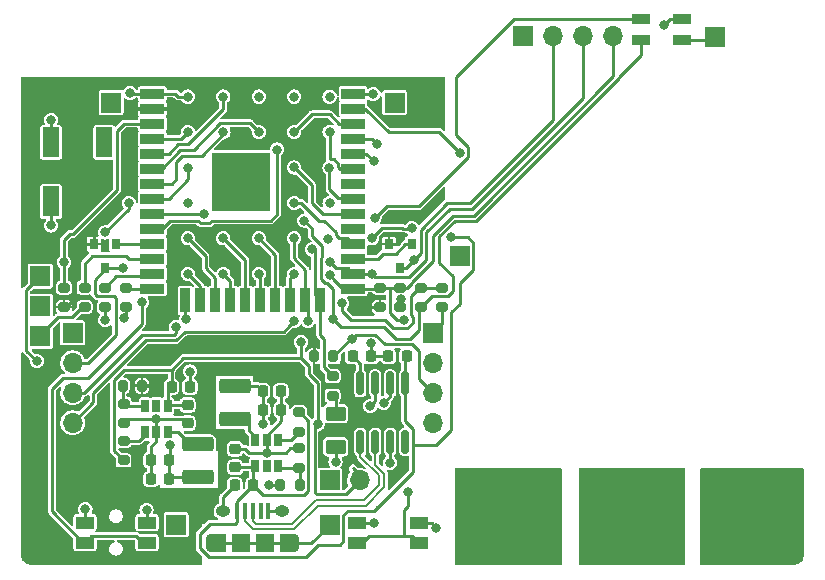
<source format=gbr>
%TF.GenerationSoftware,KiCad,Pcbnew,(5.99.0-10282-g296a9df530)*%
%TF.CreationDate,2021-04-29T22:35:13+02:00*%
%TF.ProjectId,Eck_hoch_3_V1,45636b5f-686f-4636-985f-335f56312e6b,rev?*%
%TF.SameCoordinates,Original*%
%TF.FileFunction,Copper,L1,Top*%
%TF.FilePolarity,Positive*%
%FSLAX46Y46*%
G04 Gerber Fmt 4.6, Leading zero omitted, Abs format (unit mm)*
G04 Created by KiCad (PCBNEW (5.99.0-10282-g296a9df530)) date 2021-04-29 22:35:14*
%MOMM*%
%LPD*%
G01*
G04 APERTURE LIST*
G04 Aperture macros list*
%AMRoundRect*
0 Rectangle with rounded corners*
0 $1 Rounding radius*
0 $2 $3 $4 $5 $6 $7 $8 $9 X,Y pos of 4 corners*
0 Add a 4 corners polygon primitive as box body*
4,1,4,$2,$3,$4,$5,$6,$7,$8,$9,$2,$3,0*
0 Add four circle primitives for the rounded corners*
1,1,$1+$1,$2,$3*
1,1,$1+$1,$4,$5*
1,1,$1+$1,$6,$7*
1,1,$1+$1,$8,$9*
0 Add four rect primitives between the rounded corners*
20,1,$1+$1,$2,$3,$4,$5,0*
20,1,$1+$1,$4,$5,$6,$7,0*
20,1,$1+$1,$6,$7,$8,$9,0*
20,1,$1+$1,$8,$9,$2,$3,0*%
G04 Aperture macros list end*
%TA.AperFunction,SMDPad,CuDef*%
%ADD10R,0.800000X0.900000*%
%TD*%
%TA.AperFunction,SMDPad,CuDef*%
%ADD11RoundRect,0.150000X0.150000X-0.825000X0.150000X0.825000X-0.150000X0.825000X-0.150000X-0.825000X0*%
%TD*%
%TA.AperFunction,SMDPad,CuDef*%
%ADD12R,2.000000X0.900000*%
%TD*%
%TA.AperFunction,SMDPad,CuDef*%
%ADD13R,0.900000X2.000000*%
%TD*%
%TA.AperFunction,SMDPad,CuDef*%
%ADD14R,5.000000X5.000000*%
%TD*%
%TA.AperFunction,SMDPad,CuDef*%
%ADD15RoundRect,0.225000X-0.225000X-0.250000X0.225000X-0.250000X0.225000X0.250000X-0.225000X0.250000X0*%
%TD*%
%TA.AperFunction,SMDPad,CuDef*%
%ADD16RoundRect,0.225000X0.225000X0.250000X-0.225000X0.250000X-0.225000X-0.250000X0.225000X-0.250000X0*%
%TD*%
%TA.AperFunction,SMDPad,CuDef*%
%ADD17RoundRect,0.250000X0.625000X-0.375000X0.625000X0.375000X-0.625000X0.375000X-0.625000X-0.375000X0*%
%TD*%
%TA.AperFunction,SMDPad,CuDef*%
%ADD18R,0.400000X1.350000*%
%TD*%
%TA.AperFunction,ComponentPad*%
%ADD19O,0.890000X1.550000*%
%TD*%
%TA.AperFunction,SMDPad,CuDef*%
%ADD20R,1.200000X1.550000*%
%TD*%
%TA.AperFunction,ComponentPad*%
%ADD21O,1.250000X0.950000*%
%TD*%
%TA.AperFunction,SMDPad,CuDef*%
%ADD22R,1.500000X1.550000*%
%TD*%
%TA.AperFunction,ComponentPad*%
%ADD23R,1.700000X1.700000*%
%TD*%
%TA.AperFunction,ComponentPad*%
%ADD24O,1.700000X1.700000*%
%TD*%
%TA.AperFunction,SMDPad,CuDef*%
%ADD25RoundRect,0.250000X1.075000X-0.375000X1.075000X0.375000X-1.075000X0.375000X-1.075000X-0.375000X0*%
%TD*%
%TA.AperFunction,SMDPad,CuDef*%
%ADD26RoundRect,0.200000X-0.275000X0.200000X-0.275000X-0.200000X0.275000X-0.200000X0.275000X0.200000X0*%
%TD*%
%TA.AperFunction,SMDPad,CuDef*%
%ADD27RoundRect,0.200000X0.275000X-0.200000X0.275000X0.200000X-0.275000X0.200000X-0.275000X-0.200000X0*%
%TD*%
%TA.AperFunction,SMDPad,CuDef*%
%ADD28RoundRect,0.200000X0.200000X0.275000X-0.200000X0.275000X-0.200000X-0.275000X0.200000X-0.275000X0*%
%TD*%
%TA.AperFunction,SMDPad,CuDef*%
%ADD29R,1.550000X1.000000*%
%TD*%
%TA.AperFunction,SMDPad,CuDef*%
%ADD30R,0.650000X1.060000*%
%TD*%
%TA.AperFunction,SMDPad,CuDef*%
%ADD31RoundRect,0.225000X-0.250000X0.225000X-0.250000X-0.225000X0.250000X-0.225000X0.250000X0.225000X0*%
%TD*%
%TA.AperFunction,SMDPad,CuDef*%
%ADD32RoundRect,0.225000X0.250000X-0.225000X0.250000X0.225000X-0.250000X0.225000X-0.250000X-0.225000X0*%
%TD*%
%TA.AperFunction,SMDPad,CuDef*%
%ADD33RoundRect,0.250000X-1.075000X0.375000X-1.075000X-0.375000X1.075000X-0.375000X1.075000X0.375000X0*%
%TD*%
%TA.AperFunction,SMDPad,CuDef*%
%ADD34RoundRect,0.200000X-0.200000X-0.275000X0.200000X-0.275000X0.200000X0.275000X-0.200000X0.275000X0*%
%TD*%
%TA.AperFunction,SMDPad,CuDef*%
%ADD35R,1.400000X2.500000*%
%TD*%
%TA.AperFunction,SMDPad,CuDef*%
%ADD36R,1.600000X0.850000*%
%TD*%
%TA.AperFunction,ViaPad*%
%ADD37C,0.800000*%
%TD*%
%TA.AperFunction,Conductor*%
%ADD38C,0.250000*%
%TD*%
%TA.AperFunction,Conductor*%
%ADD39C,0.200000*%
%TD*%
G04 APERTURE END LIST*
D10*
%TO.P,Q2,1,G*%
%TO.N,Net-(Q2-Pad1)*%
X155950000Y-97000000D03*
%TO.P,Q2,2,S*%
%TO.N,+3V3*%
X154050000Y-97000000D03*
%TO.P,Q2,3,D*%
%TO.N,Net-(J2-Pad2)*%
X155000000Y-99000000D03*
%TD*%
D11*
%TO.P,U2,1,UD+*%
%TO.N,/D+*%
X151595000Y-113725000D03*
%TO.P,U2,2,UD-*%
%TO.N,/D-*%
X152865000Y-113725000D03*
%TO.P,U2,3,GND*%
%TO.N,GND*%
X154135000Y-113725000D03*
%TO.P,U2,4,~RTS*%
%TO.N,no_connect_(U2-Pad4)*%
X155405000Y-113725000D03*
%TO.P,U2,5,VCC*%
%TO.N,+5V*%
X155405000Y-108775000D03*
%TO.P,U2,6,TXD*%
%TO.N,/U-*%
X154135000Y-108775000D03*
%TO.P,U2,7,RXD*%
%TO.N,/U+*%
X152865000Y-108775000D03*
%TO.P,U2,8,V3*%
%TO.N,Net-(C2-Pad1)*%
X151595000Y-108775000D03*
%TD*%
D12*
%TO.P,U3,1,GND*%
%TO.N,GND*%
X133994000Y-84251800D03*
%TO.P,U3,2,VDD*%
%TO.N,+3V3*%
X133994000Y-85521800D03*
%TO.P,U3,3,EN*%
%TO.N,Net-(R11-Pad2)*%
X133994000Y-86791800D03*
%TO.P,U3,4,SENSOR_VP*%
%TO.N,Net-(TP12-Pad1)*%
X133994000Y-88061800D03*
%TO.P,U3,5,SENSOR_VN*%
%TO.N,Net-(TP13-Pad1)*%
X133994000Y-89331800D03*
%TO.P,U3,6,IO34*%
%TO.N,Net-(TP24-Pad1)*%
X133994000Y-90601800D03*
%TO.P,U3,7,IO35*%
%TO.N,Net-(TP21-Pad1)*%
X133994000Y-91871800D03*
%TO.P,U3,8,IO32*%
%TO.N,Net-(TP22-Pad1)*%
X133994000Y-93141800D03*
%TO.P,U3,9,IO33*%
%TO.N,Net-(TP23-Pad1)*%
X133994000Y-94411800D03*
%TO.P,U3,10,IO25*%
%TO.N,Net-(TP25-Pad1)*%
X133994000Y-95681800D03*
%TO.P,U3,11,IO26*%
%TO.N,Net-(Q4-Pad1)*%
X133994000Y-96951800D03*
%TO.P,U3,12,IO27*%
%TO.N,Net-(R10-Pad2)*%
X133994000Y-98221800D03*
%TO.P,U3,13,IO14*%
%TO.N,Net-(R7-Pad2)*%
X133994000Y-99491800D03*
%TO.P,U3,14,IO12*%
%TO.N,Net-(R6-Pad2)*%
X133994000Y-100761800D03*
D13*
%TO.P,U3,15,GND*%
%TO.N,GND*%
X136779000Y-101761800D03*
%TO.P,U3,16,IO13*%
%TO.N,/SD_CS1*%
X138049000Y-101761800D03*
%TO.P,U3,17,SHD/SD2*%
%TO.N,/SD2*%
X139319000Y-101761800D03*
%TO.P,U3,18,SWP/SD3*%
%TO.N,/SD3*%
X140589000Y-101761800D03*
%TO.P,U3,19,SCS/CMD*%
%TO.N,/SD_CMD*%
X141859000Y-101761800D03*
%TO.P,U3,20,SCK/CLK*%
%TO.N,/SD_CLK*%
X143129000Y-101761800D03*
%TO.P,U3,21,SDO/SD0*%
%TO.N,/SD0*%
X144399000Y-101761800D03*
%TO.P,U3,22,SDI/SD1*%
%TO.N,/SD1*%
X145669000Y-101761800D03*
%TO.P,U3,23,IO15*%
%TO.N,/SD_CS2*%
X146939000Y-101761800D03*
%TO.P,U3,24,IO2*%
%TO.N,Net-(D1-Pad3)*%
X148209000Y-101761800D03*
D12*
%TO.P,U3,25,IO0*%
%TO.N,/I2C_SDA*%
X150994000Y-100761800D03*
%TO.P,U3,26,IO4*%
%TO.N,/I2C_SCL*%
X150994000Y-99491800D03*
%TO.P,U3,27,IO16*%
%TO.N,Net-(Q2-Pad1)*%
X150994000Y-98221800D03*
%TO.P,U3,28,IO17*%
%TO.N,Net-(TP17-Pad1)*%
X150994000Y-96951800D03*
%TO.P,U3,29,IO5*%
%TO.N,no_connect_(U3-Pad29)*%
X150994000Y-95681800D03*
%TO.P,U3,30,IO18*%
%TO.N,Net-(TP18-Pad1)*%
X150994000Y-94411800D03*
%TO.P,U3,31,IO19*%
%TO.N,Net-(TP15-Pad1)*%
X150994000Y-93141800D03*
%TO.P,U3,32,NC*%
%TO.N,no_connect_(U3-Pad32)*%
X150994000Y-91871800D03*
%TO.P,U3,33,IO21*%
%TO.N,Net-(TP16-Pad1)*%
X150994000Y-90601800D03*
%TO.P,U3,34,RXD0/IO3*%
%TO.N,/U-*%
X150994000Y-89331800D03*
%TO.P,U3,35,TXD0/IO1*%
%TO.N,/U+*%
X150994000Y-88061800D03*
%TO.P,U3,36,IO22*%
%TO.N,Net-(TP19-Pad1)*%
X150994000Y-86791800D03*
%TO.P,U3,37,IO23*%
%TO.N,Net-(BZ1-Pad1)*%
X150994000Y-85521800D03*
%TO.P,U3,38,GND*%
%TO.N,GND*%
X150994000Y-84251800D03*
D14*
%TO.P,U3,39,GND*%
X141494000Y-91751800D03*
%TD*%
D15*
%TO.P,C2,1*%
%TO.N,Net-(C2-Pad1)*%
X150975000Y-106500000D03*
%TO.P,C2,2*%
%TO.N,GND*%
X152525000Y-106500000D03*
%TD*%
%TO.P,C3,1*%
%TO.N,GND*%
X153975000Y-106500000D03*
%TO.P,C3,2*%
%TO.N,+5V*%
X155525000Y-106500000D03*
%TD*%
D16*
%TO.P,C5,1*%
%TO.N,GND*%
X144875000Y-109450000D03*
%TO.P,C5,2*%
%TO.N,+BATT*%
X143325000Y-109450000D03*
%TD*%
%TO.P,C6,1*%
%TO.N,GND*%
X144900000Y-111025000D03*
%TO.P,C6,2*%
%TO.N,+BATT*%
X143350000Y-111025000D03*
%TD*%
D17*
%TO.P,D2,1,K*%
%TO.N,GND*%
X149500000Y-114150000D03*
%TO.P,D2,2,A*%
%TO.N,Net-(D2-Pad2)*%
X149500000Y-111350000D03*
%TD*%
D18*
%TO.P,J1,1,VBUS*%
%TO.N,+5V*%
X141200000Y-119600000D03*
%TO.P,J1,2,D-*%
%TO.N,/D-*%
X141850000Y-119600000D03*
%TO.P,J1,3,D+*%
%TO.N,/D+*%
X142500000Y-119600000D03*
%TO.P,J1,4,ID*%
%TO.N,no_connect_(J1-Pad4)*%
X143150000Y-119600000D03*
%TO.P,J1,5,GND*%
%TO.N,GND*%
X143800000Y-119600000D03*
D19*
%TO.P,J1,6,Shield*%
X146000000Y-122300000D03*
D20*
X139600000Y-122300000D03*
D19*
X139000000Y-122300000D03*
D21*
X140000000Y-119600000D03*
D22*
X141500000Y-122300000D03*
D21*
X145000000Y-119600000D03*
D20*
X145400000Y-122300000D03*
D22*
X143500000Y-122300000D03*
%TD*%
D23*
%TO.P,J3,1,Pin_1*%
%TO.N,GND*%
X149000000Y-117000000D03*
D24*
%TO.P,J3,2,Pin_2*%
%TO.N,+BATT*%
X151540000Y-117000000D03*
%TD*%
D25*
%TO.P,L1,1,1*%
%TO.N,Net-(L1-Pad1)*%
X140950000Y-111775000D03*
%TO.P,L1,2,2*%
%TO.N,+BATT*%
X140950000Y-108975000D03*
%TD*%
D26*
%TO.P,R1,1*%
%TO.N,+5V*%
X146400000Y-111225000D03*
%TO.P,R1,2*%
%TO.N,Net-(R1-Pad2)*%
X146400000Y-112875000D03*
%TD*%
D27*
%TO.P,R4,1*%
%TO.N,Net-(R3-Pad2)*%
X146375000Y-115925000D03*
%TO.P,R4,2*%
%TO.N,GND*%
X146375000Y-114275000D03*
%TD*%
%TO.P,R6,1*%
%TO.N,/TOUCH5*%
X131750000Y-102325000D03*
%TO.P,R6,2*%
%TO.N,Net-(R6-Pad2)*%
X131750000Y-100675000D03*
%TD*%
%TO.P,R7,1*%
%TO.N,/TOUCH6*%
X130000000Y-102325000D03*
%TO.P,R7,2*%
%TO.N,Net-(R7-Pad2)*%
X130000000Y-100675000D03*
%TD*%
%TO.P,R8,1*%
%TO.N,Net-(R8-Pad1)*%
X155000000Y-102325000D03*
%TO.P,R8,2*%
%TO.N,/I2C_SDA*%
X155000000Y-100675000D03*
%TD*%
%TO.P,R9,1*%
%TO.N,Net-(D2-Pad2)*%
X149250000Y-109825000D03*
%TO.P,R9,2*%
%TO.N,Net-(D1-Pad3)*%
X149250000Y-108175000D03*
%TD*%
%TO.P,R10,1*%
%TO.N,/TOUCH7*%
X128250000Y-102325000D03*
%TO.P,R10,2*%
%TO.N,Net-(R10-Pad2)*%
X128250000Y-100675000D03*
%TD*%
%TO.P,R11,1*%
%TO.N,+3V3*%
X126500000Y-102325000D03*
%TO.P,R11,2*%
%TO.N,Net-(R11-Pad2)*%
X126500000Y-100675000D03*
%TD*%
D28*
%TO.P,R12,1*%
%TO.N,/I2C_SCL*%
X149325000Y-106500000D03*
%TO.P,R12,2*%
%TO.N,+3V3*%
X147675000Y-106500000D03*
%TD*%
D26*
%TO.P,R14,1*%
%TO.N,/SD_CS2*%
X158500000Y-100675000D03*
%TO.P,R14,2*%
%TO.N,GND*%
X158500000Y-102325000D03*
%TD*%
D29*
%TO.P,SW1,1,1*%
%TO.N,Net-(R11-Pad2)*%
X128286600Y-122262000D03*
X133536600Y-122262000D03*
%TO.P,SW1,2,2*%
%TO.N,GND*%
X133536600Y-120562000D03*
X128286600Y-120562000D03*
%TD*%
%TO.P,SW2,1,1*%
%TO.N,Net-(R8-Pad1)*%
X156599800Y-122312800D03*
X151349800Y-122312800D03*
%TO.P,SW2,2,2*%
%TO.N,GND*%
X156599800Y-120612800D03*
X151349800Y-120612800D03*
%TD*%
D23*
%TO.P,J4,1,Pin_1*%
%TO.N,GND*%
X127250000Y-104500000D03*
D24*
%TO.P,J4,2,Pin_2*%
%TO.N,/VCC2*%
X127250000Y-107040000D03*
%TO.P,J4,3,Pin_3*%
%TO.N,/I2C_SCL*%
X127250000Y-109580000D03*
%TO.P,J4,4,Pin_4*%
%TO.N,/I2C_SDA*%
X127250000Y-112120000D03*
%TD*%
D10*
%TO.P,Q4,1,G*%
%TO.N,Net-(Q4-Pad1)*%
X130950000Y-97000000D03*
%TO.P,Q4,2,S*%
%TO.N,+3V3*%
X129050000Y-97000000D03*
%TO.P,Q4,3,D*%
%TO.N,/VCC2*%
X130000000Y-99000000D03*
%TD*%
D23*
%TO.P,J14,1,Pin_1*%
%TO.N,Net-(BZ1-Pad1)*%
X160000000Y-98000000D03*
%TD*%
%TO.P,J5,1,Pin_1*%
%TO.N,GND*%
X157750000Y-104500000D03*
D24*
%TO.P,J5,2,Pin_2*%
%TO.N,Net-(J2-Pad2)*%
X157750000Y-107040000D03*
%TO.P,J5,3,Pin_3*%
%TO.N,/I2C_SCL*%
X157750000Y-109580000D03*
%TO.P,J5,4,Pin_4*%
%TO.N,/I2C_SDA*%
X157750000Y-112120000D03*
%TD*%
D30*
%TO.P,U1,1,EN*%
%TO.N,Net-(R1-Pad2)*%
X144625000Y-113575000D03*
%TO.P,U1,2,GND*%
%TO.N,GND*%
X143675000Y-113575000D03*
%TO.P,U1,3,SW*%
%TO.N,Net-(L1-Pad1)*%
X142725000Y-113575000D03*
%TO.P,U1,4,IN*%
%TO.N,+5V*%
X142725000Y-115775000D03*
%TO.P,U1,5,NC*%
%TO.N,no_connect_(U1-Pad5)*%
X143675000Y-115775000D03*
%TO.P,U1,6,FB*%
%TO.N,Net-(R3-Pad2)*%
X144625000Y-115775000D03*
%TD*%
D15*
%TO.P,C1,1*%
%TO.N,GND*%
X140975000Y-117400000D03*
%TO.P,C1,2*%
%TO.N,+5V*%
X142525000Y-117400000D03*
%TD*%
D31*
%TO.P,C4,1*%
%TO.N,GND*%
X141000000Y-114325000D03*
%TO.P,C4,2*%
%TO.N,+5V*%
X141000000Y-115875000D03*
%TD*%
D30*
%TO.P,U4,1,EN*%
%TO.N,Net-(R15-Pad2)*%
X133375000Y-112900000D03*
%TO.P,U4,2,GND*%
%TO.N,GND*%
X134325000Y-112900000D03*
%TO.P,U4,3,SW*%
%TO.N,Net-(L2-Pad1)*%
X135275000Y-112900000D03*
%TO.P,U4,4,IN*%
%TO.N,+BATT*%
X135275000Y-110700000D03*
%TO.P,U4,5,NC*%
%TO.N,no_connect_(U4-Pad5)*%
X134325000Y-110700000D03*
%TO.P,U4,6,FB*%
%TO.N,Net-(R17-Pad2)*%
X133375000Y-110700000D03*
%TD*%
D23*
%TO.P,J10,1,Pin_1*%
%TO.N,GND*%
X136000000Y-120750000D03*
%TD*%
D15*
%TO.P,C10,1*%
%TO.N,GND*%
X133875000Y-115275000D03*
%TO.P,C10,2*%
%TO.N,+3V3*%
X135425000Y-115275000D03*
%TD*%
D32*
%TO.P,C8,1*%
%TO.N,GND*%
X136975000Y-112150000D03*
%TO.P,C8,2*%
%TO.N,+BATT*%
X136975000Y-110600000D03*
%TD*%
D15*
%TO.P,C9,1*%
%TO.N,GND*%
X133875000Y-116900000D03*
%TO.P,C9,2*%
%TO.N,+3V3*%
X135425000Y-116900000D03*
%TD*%
D33*
%TO.P,L2,1,1*%
%TO.N,Net-(L2-Pad1)*%
X137850000Y-113925000D03*
%TO.P,L2,2,2*%
%TO.N,+3V3*%
X137850000Y-116725000D03*
%TD*%
D16*
%TO.P,C7,1*%
%TO.N,GND*%
X137175000Y-109075000D03*
%TO.P,C7,2*%
%TO.N,+BATT*%
X135625000Y-109075000D03*
%TD*%
D27*
%TO.P,R15,1*%
%TO.N,+BATT*%
X131550000Y-115300000D03*
%TO.P,R15,2*%
%TO.N,Net-(R15-Pad2)*%
X131550000Y-113650000D03*
%TD*%
D28*
%TO.P,R17,1*%
%TO.N,+3V3*%
X133125000Y-108975000D03*
%TO.P,R17,2*%
%TO.N,Net-(R17-Pad2)*%
X131475000Y-108975000D03*
%TD*%
D26*
%TO.P,R18,1*%
%TO.N,Net-(R17-Pad2)*%
X131550000Y-110500000D03*
%TO.P,R18,2*%
%TO.N,GND*%
X131550000Y-112150000D03*
%TD*%
%TO.P,R5,1*%
%TO.N,/I2C_SDA*%
X153250000Y-100675000D03*
%TO.P,R5,2*%
%TO.N,+3V3*%
X153250000Y-102325000D03*
%TD*%
D34*
%TO.P,R3,1*%
%TO.N,+BATT*%
X144825000Y-117400000D03*
%TO.P,R3,2*%
%TO.N,Net-(R3-Pad2)*%
X146475000Y-117400000D03*
%TD*%
D27*
%TO.P,R13,1*%
%TO.N,+BATT*%
X156750000Y-102325000D03*
%TO.P,R13,2*%
%TO.N,/SD_CS2*%
X156750000Y-100675000D03*
%TD*%
D23*
%TO.P,J7,1,Pin_1*%
%TO.N,GND*%
X130500000Y-85000000D03*
%TD*%
%TO.P,J8,1,Pin_1*%
%TO.N,GND*%
X154500000Y-85000000D03*
%TD*%
%TO.P,J9,1,Pin_1*%
%TO.N,GND*%
X149000000Y-120750000D03*
%TD*%
%TO.P,J11,1,Pin_1*%
%TO.N,/TOUCH5*%
X124500000Y-99700000D03*
%TD*%
%TO.P,J12,1,Pin_1*%
%TO.N,/TOUCH6*%
X124500000Y-102250000D03*
%TD*%
%TO.P,J13,1,Pin_1*%
%TO.N,/TOUCH7*%
X124500000Y-104800000D03*
%TD*%
%TO.P,J6,1,Pin_1*%
%TO.N,GND*%
X165404800Y-79400400D03*
D24*
%TO.P,J6,2,Pin_2*%
%TO.N,Net-(J2-Pad2)*%
X167944800Y-79400400D03*
%TO.P,J6,3,Pin_3*%
%TO.N,/I2C_SCL*%
X170484800Y-79400400D03*
%TO.P,J6,4,Pin_4*%
%TO.N,/I2C_SDA*%
X173024800Y-79400400D03*
%TD*%
D35*
%TO.P,BZ1,1,-*%
%TO.N,Net-(BZ1-Pad1)*%
X125410400Y-88381200D03*
%TO.P,BZ1,2,+*%
%TO.N,GND*%
X125410400Y-93381200D03*
%TO.P,BZ1,3*%
%TO.N,N/C*%
X129910400Y-88381200D03*
%TD*%
D23*
%TO.P,J17,1,Pin_1*%
%TO.N,Net-(D1-Pad1)*%
X181610000Y-79451200D03*
%TD*%
D36*
%TO.P,D1,1,DOUT*%
%TO.N,Net-(D1-Pad1)*%
X178838800Y-79665800D03*
%TO.P,D1,2,VSS*%
%TO.N,GND*%
X178838800Y-77915800D03*
%TO.P,D1,3,DIN*%
%TO.N,Net-(D1-Pad3)*%
X175338800Y-77915800D03*
%TO.P,D1,4,VDD*%
%TO.N,+BATT*%
X175338800Y-79665800D03*
%TD*%
D37*
%TO.N,GND*%
X132100000Y-84200000D03*
X125425200Y-95402400D03*
X154100000Y-115500000D03*
X143675000Y-114644998D03*
X133502400Y-119481600D03*
X137000000Y-84500000D03*
X128320800Y-119430800D03*
X152500000Y-105400000D03*
X158038800Y-121005600D03*
X177342800Y-78435200D03*
X143000000Y-84500000D03*
X134325000Y-111830002D03*
X152700000Y-84300000D03*
X149500000Y-115400000D03*
X152755600Y-120599200D03*
X136859701Y-103370512D03*
X143000000Y-93600000D03*
X137175000Y-107775000D03*
%TO.N,/I2C_SCL*%
X152600000Y-99500000D03*
X149000000Y-98500000D03*
X150926800Y-105003600D03*
X136000000Y-104000000D03*
%TO.N,/I2C_SDA*%
X149000000Y-99593212D03*
X155265530Y-103374990D03*
X146000000Y-103500000D03*
%TO.N,+3V3*%
X127300000Y-96950000D03*
X125550000Y-97650000D03*
X152750000Y-97500000D03*
X138125000Y-111325000D03*
X132000000Y-87900000D03*
X135450000Y-114030002D03*
X138436291Y-85901979D03*
X147125000Y-109000000D03*
X134100000Y-108975000D03*
X132000000Y-85600000D03*
X151000000Y-102500000D03*
X155750000Y-94500000D03*
X154980576Y-96360872D03*
X152750000Y-97500000D03*
X152750000Y-97500000D03*
X150475000Y-109000000D03*
X147700000Y-105300000D03*
%TO.N,+5V*%
X155956000Y-95656400D03*
X159275000Y-96418400D03*
X148872842Y-96573751D03*
X152600002Y-96500000D03*
%TO.N,Net-(R11-Pad2)*%
X133096000Y-101904800D03*
X126500000Y-98509200D03*
%TO.N,+BATT*%
X146575000Y-105275000D03*
X149300000Y-103300000D03*
X147975000Y-112225000D03*
X146862800Y-94996000D03*
X143850000Y-117400000D03*
X143375000Y-112225000D03*
X149000000Y-93500000D03*
%TO.N,/TOUCH5*%
X124206000Y-106883200D03*
X174498000Y-118059200D03*
X131626985Y-103278309D03*
%TO.N,/TOUCH6*%
X130000000Y-103400000D03*
X182930800Y-119735600D03*
%TO.N,Net-(R8-Pad1)*%
X155025936Y-101675000D03*
X155651200Y-118008400D03*
%TO.N,/TOUCH7*%
X165252400Y-120091200D03*
%TO.N,/U+*%
X152445899Y-110699526D03*
X149000000Y-84500000D03*
X153000000Y-88500000D03*
%TO.N,/U-*%
X153575935Y-110422592D03*
X146000000Y-84500000D03*
X152774990Y-89987337D03*
%TO.N,/VCC2*%
X130000000Y-96000004D03*
X132000000Y-93500012D03*
X131500000Y-99000000D03*
X137000000Y-93500000D03*
%TO.N,/SD0*%
X143000000Y-96500000D03*
%TO.N,/SD1*%
X146000000Y-99500000D03*
%TO.N,/SD2*%
X137000000Y-96500000D03*
%TO.N,/SD3*%
X140000000Y-99500000D03*
%TO.N,/SD_CLK*%
X143000000Y-99500000D03*
%TO.N,/SD_CMD*%
X140000000Y-96500000D03*
%TO.N,Net-(TP12-Pad1)*%
X137000000Y-87500000D03*
%TO.N,Net-(TP13-Pad1)*%
X140000000Y-84500000D03*
%TO.N,Net-(TP15-Pad1)*%
X148987340Y-90512660D03*
%TO.N,Net-(TP16-Pad1)*%
X149000000Y-87500000D03*
%TO.N,Net-(TP17-Pad1)*%
X146000000Y-93500000D03*
%TO.N,Net-(TP18-Pad1)*%
X146000000Y-90500000D03*
%TO.N,Net-(TP19-Pad1)*%
X146000000Y-87500000D03*
%TO.N,Net-(TP21-Pad1)*%
X140012660Y-87512660D03*
%TO.N,Net-(TP22-Pad1)*%
X137012660Y-90512660D03*
%TO.N,Net-(TP23-Pad1)*%
X138379200Y-94437200D03*
%TO.N,Net-(TP24-Pad1)*%
X143000000Y-87500000D03*
%TO.N,Net-(TP25-Pad1)*%
X144538796Y-88980990D03*
%TO.N,/SD_CS1*%
X137000000Y-99500000D03*
%TO.N,/SD_CS2*%
X150063200Y-102006400D03*
X146000000Y-96500000D03*
X147167600Y-103479600D03*
%TO.N,Net-(BZ1-Pad1)*%
X160000000Y-89235600D03*
X125425200Y-86461600D03*
%TO.N,Net-(D1-Pad3)*%
X152806400Y-94792800D03*
X147523200Y-97434400D03*
%TO.N,Net-(J2-Pad2)*%
X156108400Y-98348800D03*
%TD*%
D38*
%TO.N,GND*%
X154135000Y-115465000D02*
X154100000Y-115500000D01*
X134000000Y-84245000D02*
X135945000Y-84245000D01*
X156599800Y-120612800D02*
X157646000Y-120612800D01*
X152525000Y-105425000D02*
X152500000Y-105400000D01*
X146000000Y-122300000D02*
X147450000Y-122300000D01*
X152525000Y-106500000D02*
X152525000Y-105425000D01*
X133536600Y-120562000D02*
X133536600Y-119515800D01*
X134325000Y-113700000D02*
X134325000Y-112900000D01*
X133875000Y-114150000D02*
X134325000Y-113700000D01*
X140000000Y-118375000D02*
X140000000Y-119600000D01*
X141000000Y-114325000D02*
X141850000Y-114325000D01*
X136785000Y-103295811D02*
X136859701Y-103370512D01*
X128286600Y-119465000D02*
X128320800Y-119430800D01*
X178838800Y-77915800D02*
X177862200Y-77915800D01*
X143800000Y-119600000D02*
X145000000Y-119600000D01*
X147450000Y-122300000D02*
X149000000Y-120750000D01*
X152525000Y-106500000D02*
X153975000Y-106500000D01*
X152742000Y-120612800D02*
X152755600Y-120599200D01*
X149500000Y-114150000D02*
X149500000Y-115400000D01*
X142169998Y-114644998D02*
X143675000Y-114644998D01*
X157646000Y-120612800D02*
X158038800Y-121005600D01*
X141500000Y-122300000D02*
X143500000Y-122300000D01*
X158500000Y-103750000D02*
X157750000Y-104500000D01*
X132145000Y-84245000D02*
X132100000Y-84200000D01*
X136200000Y-84500000D02*
X135945000Y-84245000D01*
X134000000Y-84245000D02*
X132145000Y-84245000D01*
X158500000Y-102325000D02*
X158500000Y-103750000D01*
X137000000Y-84500000D02*
X136200000Y-84500000D01*
X146375000Y-114275000D02*
X145650000Y-114275000D01*
X144875000Y-111000000D02*
X144900000Y-111025000D01*
X136655002Y-111830002D02*
X136975000Y-112150000D01*
X145650000Y-114275000D02*
X145280002Y-114644998D01*
X154135000Y-113725000D02*
X154135000Y-115465000D01*
X125410400Y-95387600D02*
X125425200Y-95402400D01*
X143675000Y-113575000D02*
X143675000Y-114644998D01*
X133875000Y-116900000D02*
X133875000Y-115275000D01*
X143675000Y-113200000D02*
X143675000Y-113575000D01*
X177862200Y-77915800D02*
X177342800Y-78435200D01*
X128286600Y-120562000D02*
X128286600Y-119465000D01*
X134325000Y-112900000D02*
X134325000Y-111830002D01*
X151000000Y-84245000D02*
X152645000Y-84245000D01*
X136785000Y-101755000D02*
X136785000Y-103295811D01*
X133536600Y-119515800D02*
X133502400Y-119481600D01*
X134325000Y-111830002D02*
X136655002Y-111830002D01*
X151349800Y-120612800D02*
X152742000Y-120612800D01*
X144900000Y-111025000D02*
X144900000Y-111975000D01*
X125410400Y-93381200D02*
X125410400Y-95387600D01*
X141850000Y-114325000D02*
X142169998Y-114644998D01*
X133875000Y-115275000D02*
X133875000Y-114150000D01*
X140975000Y-117400000D02*
X140000000Y-118375000D01*
X134325000Y-111830002D02*
X131869998Y-111830002D01*
X144900000Y-111975000D02*
X143675000Y-113200000D01*
X152645000Y-84245000D02*
X152700000Y-84300000D01*
X137175000Y-109075000D02*
X137175000Y-107775000D01*
X145280002Y-114644998D02*
X143675000Y-114644998D01*
X131869998Y-111830002D02*
X131550000Y-112150000D01*
X139600000Y-122300000D02*
X141500000Y-122300000D01*
X143500000Y-122300000D02*
X145400000Y-122300000D01*
X144875000Y-109450000D02*
X144875000Y-111000000D01*
%TO.N,/I2C_SCL*%
X157175200Y-98355017D02*
X157175200Y-96723200D01*
X152585000Y-99485000D02*
X152600000Y-99500000D01*
X157168020Y-95968380D02*
X159156400Y-93980000D01*
X127250000Y-109580000D02*
X127395000Y-109580000D01*
X153670000Y-105460800D02*
X155960800Y-105460800D01*
X161086800Y-93980000D02*
X170484800Y-84582000D01*
X152600000Y-99500000D02*
X152875011Y-99775011D01*
X151000000Y-99485000D02*
X152585000Y-99485000D01*
X152884189Y-104674989D02*
X153670000Y-105460800D01*
X149500000Y-99000000D02*
X149000000Y-98500000D01*
X159156400Y-93980000D02*
X161086800Y-93980000D01*
X157175200Y-96723200D02*
X157168020Y-96716020D01*
X156574999Y-108404999D02*
X157750000Y-109580000D01*
X133144800Y-104650000D02*
X135850000Y-104650000D01*
X155755206Y-99775011D02*
X157175200Y-98355017D01*
X136000000Y-104500000D02*
X136000000Y-104000000D01*
X128214800Y-109580000D02*
X133144800Y-104650000D01*
X151255411Y-104674989D02*
X152884189Y-104674989D01*
X150926800Y-105003600D02*
X150821400Y-105003600D01*
X135850000Y-104650000D02*
X136000000Y-104500000D01*
X151000000Y-99485000D02*
X150515000Y-99000000D01*
X150821400Y-105003600D02*
X149325000Y-106500000D01*
X150515000Y-99000000D02*
X149500000Y-99000000D01*
X157168020Y-96716020D02*
X157168020Y-95968380D01*
X127250000Y-109580000D02*
X128214800Y-109580000D01*
X156574999Y-106074999D02*
X156574999Y-108404999D01*
X150926800Y-105003600D02*
X151255411Y-104674989D01*
X152875011Y-99775011D02*
X155755206Y-99775011D01*
X170484800Y-84582000D02*
X170484800Y-79400400D01*
X155960800Y-105460800D02*
X156574999Y-106074999D01*
%TO.N,/I2C_SDA*%
X153170000Y-100755000D02*
X153250000Y-100675000D01*
X154125000Y-100675000D02*
X154125000Y-102800145D01*
X136737041Y-104399370D02*
X145100630Y-104399370D01*
X127250000Y-112120000D02*
X129000000Y-110370000D01*
X157734000Y-98450400D02*
X157734000Y-96266000D01*
X154699845Y-103374990D02*
X155265530Y-103374990D01*
X159410400Y-94589600D02*
X161188400Y-94589600D01*
X136036400Y-105100011D02*
X136737041Y-104399370D01*
X154125000Y-100675000D02*
X153250000Y-100675000D01*
X155949980Y-100285220D02*
X155949980Y-100234420D01*
X161188400Y-94589600D02*
X173024800Y-82753200D01*
X129000000Y-110370000D02*
X129000000Y-109556800D01*
X154125000Y-102800145D02*
X154699845Y-103374990D01*
X173024800Y-82753200D02*
X173024800Y-79400400D01*
X129000000Y-109556800D02*
X133456789Y-105100011D01*
X133456789Y-105100011D02*
X136036400Y-105100011D01*
X155000000Y-100675000D02*
X154125000Y-100675000D01*
X145100630Y-104399370D02*
X145600001Y-103899999D01*
X157734000Y-96266000D02*
X159410400Y-94589600D01*
X151000000Y-100755000D02*
X150161788Y-100755000D01*
X151000000Y-100755000D02*
X153170000Y-100755000D01*
X155560200Y-100675000D02*
X155949980Y-100285220D01*
X145600001Y-103899999D02*
X146000000Y-103500000D01*
X150161788Y-100755000D02*
X149399999Y-99993211D01*
X155949980Y-100234420D02*
X157734000Y-98450400D01*
X155000000Y-100675000D02*
X155560200Y-100675000D01*
X149399999Y-99993211D02*
X149000000Y-99593212D01*
%TO.N,+3V3*%
X126675000Y-102325000D02*
X127300000Y-101700000D01*
X127300000Y-101700000D02*
X127300000Y-97800000D01*
X127300000Y-97800000D02*
X128100000Y-97000000D01*
X128100000Y-97000000D02*
X129050000Y-97000000D01*
X132085000Y-85515000D02*
X132000000Y-85600000D01*
X132085000Y-85515000D02*
X132000000Y-85600000D01*
X154050000Y-97000000D02*
X154750000Y-97000000D01*
X135425000Y-116900000D02*
X135425000Y-115275000D01*
X134000000Y-85515000D02*
X138049312Y-85515000D01*
X129050000Y-97000000D02*
X129050000Y-95079600D01*
X135600000Y-116725000D02*
X135425000Y-116900000D01*
X135450000Y-115250000D02*
X135425000Y-115275000D01*
X137850000Y-116725000D02*
X135600000Y-116725000D01*
X151175000Y-102325000D02*
X151000000Y-102500000D01*
X154750000Y-97000000D02*
X154980576Y-96769424D01*
X132000000Y-92129600D02*
X132000000Y-87900000D01*
X138049312Y-85515000D02*
X138436291Y-85901979D01*
X135450000Y-114030002D02*
X135450000Y-115250000D01*
X129050000Y-95079600D02*
X132000000Y-92129600D01*
X134000000Y-85515000D02*
X132085000Y-85515000D01*
X154980576Y-96769424D02*
X154980576Y-96360872D01*
X147675000Y-105325000D02*
X147700000Y-105300000D01*
X147675000Y-106500000D02*
X147675000Y-105325000D01*
X126500000Y-102325000D02*
X126675000Y-102325000D01*
X153250000Y-102325000D02*
X151175000Y-102325000D01*
X133125000Y-108975000D02*
X134100000Y-108975000D01*
%TO.N,Net-(Q2-Pad1)*%
X152958016Y-98215000D02*
X153129800Y-98215000D01*
X152948004Y-98225012D02*
X152958016Y-98215000D01*
X155425200Y-97000000D02*
X155950000Y-97000000D01*
X153129800Y-98215000D02*
X153554800Y-97790000D01*
X153554800Y-97790000D02*
X154635200Y-97790000D01*
X151000000Y-98215000D02*
X151010012Y-98225012D01*
X151010012Y-98225012D02*
X152948004Y-98225012D01*
X154635200Y-97790000D02*
X155425200Y-97000000D01*
%TO.N,+5V*%
X146842478Y-118250000D02*
X143375000Y-118250000D01*
X155405000Y-106620000D02*
X155525000Y-106500000D01*
X156030010Y-112630010D02*
X155405000Y-112005000D01*
X160020000Y-102022478D02*
X160020000Y-100295000D01*
X141200000Y-119600000D02*
X141200000Y-118725000D01*
X155215599Y-95675012D02*
X155165599Y-95625012D01*
X143375000Y-118250000D02*
X142525000Y-117400000D01*
X138837200Y-120700000D02*
X138000000Y-121537200D01*
X155956000Y-95656400D02*
X155937388Y-95675012D01*
X141200000Y-118725000D02*
X142525000Y-117400000D01*
X161175011Y-99139989D02*
X160020000Y-100295000D01*
X149850000Y-122450000D02*
X150175011Y-122124989D01*
X155165599Y-95625012D02*
X153474990Y-95625012D01*
X150175011Y-122124989D02*
X150175011Y-119928589D01*
X156030010Y-113969990D02*
X156030010Y-112630010D01*
X141025000Y-120700000D02*
X138837200Y-120700000D01*
X156030010Y-116269990D02*
X156030010Y-113969990D01*
X147200010Y-117892468D02*
X146842478Y-118250000D01*
X159275000Y-96418400D02*
X160731200Y-96418400D01*
X141200000Y-120525000D02*
X141025000Y-120700000D01*
X148050000Y-122450000D02*
X149850000Y-122450000D01*
X155405000Y-112005000D02*
X155405000Y-108775000D01*
X142625000Y-115875000D02*
X142725000Y-115775000D01*
X152716800Y-119583200D02*
X153015600Y-119284400D01*
X160731200Y-96418400D02*
X161175011Y-96862211D01*
X152716800Y-119583200D02*
X156030010Y-116269990D01*
X158030010Y-113969990D02*
X159296382Y-112703618D01*
X142525000Y-115975000D02*
X142725000Y-115775000D01*
X150175011Y-119928589D02*
X150520400Y-119583200D01*
X147200010Y-111925010D02*
X147200010Y-117892468D01*
X153474990Y-95625012D02*
X152600002Y-96500000D01*
X141000000Y-115875000D02*
X142625000Y-115875000D01*
X138781042Y-123500000D02*
X147000000Y-123500000D01*
X150520400Y-119583200D02*
X152716800Y-119583200D01*
X142525000Y-117400000D02*
X142525000Y-115975000D01*
X155405000Y-108775000D02*
X155405000Y-106620000D01*
X161175011Y-96862211D02*
X161175011Y-99139989D01*
X159296382Y-102746096D02*
X160020000Y-102022478D01*
X147000000Y-123500000D02*
X148050000Y-122450000D01*
X138000000Y-122718958D02*
X138781042Y-123500000D01*
X138000000Y-121537200D02*
X138000000Y-122718958D01*
X159296382Y-112703618D02*
X159296382Y-102746096D01*
X146500000Y-111225000D02*
X147200010Y-111925010D01*
X146400000Y-111225000D02*
X146500000Y-111225000D01*
X141200000Y-119600000D02*
X141200000Y-120525000D01*
X155937388Y-95675012D02*
X155215599Y-95675012D01*
X156030010Y-113969990D02*
X158030010Y-113969990D01*
%TO.N,Net-(R3-Pad2)*%
X146375000Y-115925000D02*
X144775000Y-115925000D01*
X144775000Y-115925000D02*
X144625000Y-115775000D01*
X146475000Y-116025000D02*
X146375000Y-115925000D01*
X146475000Y-117400000D02*
X146475000Y-116025000D01*
%TO.N,Net-(R1-Pad2)*%
X144625000Y-113575000D02*
X145700000Y-113575000D01*
X145700000Y-113575000D02*
X146400000Y-112875000D01*
%TO.N,no_connect_(U3-Pad29)*%
X151575000Y-95675000D02*
X151000000Y-95675000D01*
%TO.N,Net-(R6-Pad2)*%
X131830000Y-100755000D02*
X131750000Y-100675000D01*
X134000000Y-100755000D02*
X131830000Y-100755000D01*
%TO.N,Net-(R7-Pad2)*%
X130949999Y-99725001D02*
X130000000Y-100675000D01*
X134000000Y-99485000D02*
X133759999Y-99725001D01*
X133759999Y-99725001D02*
X130949999Y-99725001D01*
%TO.N,Net-(R10-Pad2)*%
X128250000Y-98650000D02*
X128900000Y-98000000D01*
X128900000Y-98000000D02*
X131800000Y-98000000D01*
X131800000Y-98000000D02*
X132015000Y-98215000D01*
X132015000Y-98215000D02*
X134000000Y-98215000D01*
X128250000Y-100675000D02*
X128250000Y-98650000D01*
%TO.N,Net-(R11-Pad2)*%
X126500000Y-98509200D02*
X126500000Y-100675000D01*
X125476000Y-109270800D02*
X125476000Y-119611420D01*
X128126580Y-122262000D02*
X128286600Y-122262000D01*
X134000000Y-86785000D02*
X131604200Y-86785000D01*
X126500000Y-97250000D02*
X126500000Y-98509200D01*
X133536600Y-122262000D02*
X133184000Y-122262000D01*
X133184000Y-122262000D02*
X132638800Y-121716800D01*
X133096000Y-101904800D02*
X133096000Y-103733600D01*
X133096000Y-103733600D02*
X128524000Y-108305600D01*
X131013200Y-92405200D02*
X127304800Y-96113600D01*
X126441200Y-108305600D02*
X125476000Y-109270800D01*
X128831800Y-121716800D02*
X128286600Y-122262000D01*
X128524000Y-108305600D02*
X126441200Y-108305600D01*
X125476000Y-119611420D02*
X128126580Y-122262000D01*
X127000000Y-96113600D02*
X126500000Y-96613600D01*
X127304800Y-96113600D02*
X127000000Y-96113600D01*
X131604200Y-86785000D02*
X131013200Y-87376000D01*
X126500000Y-96613600D02*
X126500000Y-100675000D01*
X131013200Y-87376000D02*
X131013200Y-92405200D01*
X132638800Y-121716800D02*
X128831800Y-121716800D01*
%TO.N,+BATT*%
X131607522Y-107625000D02*
X135625000Y-107625000D01*
X136975000Y-110600000D02*
X135375000Y-110600000D01*
X173474820Y-82939604D02*
X161374804Y-95039620D01*
X175338800Y-79665800D02*
X175338800Y-80998000D01*
X135625000Y-109075000D02*
X135625000Y-107625000D01*
X150365000Y-118175000D02*
X151540000Y-117000000D01*
X175338800Y-80998000D02*
X173474820Y-82861980D01*
X157674980Y-101400020D02*
X156750000Y-102325000D01*
X150004810Y-104004810D02*
X149300000Y-103300000D01*
X135275000Y-110700000D02*
X135275000Y-109425000D01*
X147725000Y-112475000D02*
X147725000Y-118010002D01*
X148336000Y-98090983D02*
X148274989Y-98151994D01*
X161374804Y-95039620D02*
X159596804Y-95039620D01*
X159410400Y-99695420D02*
X159410400Y-100982090D01*
X131550000Y-115300000D02*
X130749990Y-114499990D01*
X130749990Y-114499990D02*
X130749990Y-108482532D01*
X154642380Y-105010780D02*
X153636410Y-104004810D01*
X159410400Y-100982090D02*
X158992470Y-101400020D01*
X148336000Y-97109926D02*
X148336000Y-98090983D01*
X155796420Y-105010780D02*
X154642380Y-105010780D01*
X151540000Y-117000000D02*
X151540000Y-116540000D01*
X142850000Y-108975000D02*
X143325000Y-109450000D01*
X143375000Y-112225000D02*
X143375000Y-111050000D01*
X146607522Y-106650000D02*
X147269200Y-107311678D01*
X143350000Y-111025000D02*
X143350000Y-109475000D01*
X143375000Y-111050000D02*
X143350000Y-111025000D01*
X151540000Y-116540000D02*
X150969990Y-115969990D01*
X156574999Y-103525001D02*
X156565600Y-103534400D01*
X156565600Y-103534400D02*
X156565600Y-104241600D01*
X147975000Y-112225000D02*
X147725000Y-112475000D01*
X146862800Y-94996000D02*
X147500000Y-95633200D01*
X148813225Y-100318223D02*
X149300000Y-100804998D01*
X158292800Y-96343624D02*
X158292800Y-96418400D01*
X143350000Y-109475000D02*
X143325000Y-109450000D01*
X156574999Y-102500001D02*
X156574999Y-103525001D01*
X147975000Y-108723278D02*
X147975000Y-112225000D01*
X153636410Y-104004810D02*
X150004810Y-104004810D01*
X156750000Y-102325000D02*
X156574999Y-102500001D01*
X147889998Y-118175000D02*
X150365000Y-118175000D01*
X130749990Y-108482532D02*
X131607522Y-107625000D01*
X146575000Y-105275000D02*
X146575000Y-106617478D01*
X148274989Y-99941218D02*
X148651994Y-100318223D01*
X158292800Y-98577820D02*
X159410400Y-99695420D01*
X147269200Y-107311678D02*
X147269200Y-108017478D01*
X140950000Y-108975000D02*
X142850000Y-108975000D01*
X147269200Y-108017478D02*
X147975000Y-108723278D01*
X147500000Y-96273926D02*
X148336000Y-97109926D01*
X173474820Y-82861980D02*
X173474820Y-82939604D01*
X148274989Y-98151994D02*
X148274989Y-99941218D01*
X156565600Y-104241600D02*
X155796420Y-105010780D01*
X135375000Y-110600000D02*
X135275000Y-110700000D01*
X158992470Y-101400020D02*
X157674980Y-101400020D01*
X148651994Y-100318223D02*
X148813225Y-100318223D01*
X147725000Y-118010002D02*
X147889998Y-118175000D01*
X147500000Y-95633200D02*
X147500000Y-96273926D01*
X136600000Y-106650000D02*
X146607522Y-106650000D01*
X135275000Y-109425000D02*
X135625000Y-109075000D01*
X159596804Y-95039620D02*
X158292800Y-96343624D01*
X158292800Y-96343624D02*
X158292800Y-98577820D01*
X144825000Y-117400000D02*
X143850000Y-117400000D01*
X135625000Y-107625000D02*
X136600000Y-106650000D01*
X146575000Y-106617478D02*
X146607522Y-106650000D01*
X149300000Y-100804998D02*
X149300000Y-103300000D01*
%TO.N,Net-(R17-Pad2)*%
X131475000Y-108975000D02*
X131475000Y-110425000D01*
X131475000Y-110425000D02*
X131550000Y-110500000D01*
X133375000Y-110700000D02*
X131750000Y-110700000D01*
X131750000Y-110700000D02*
X131550000Y-110500000D01*
%TO.N,Net-(R15-Pad2)*%
X131550000Y-113650000D02*
X132850000Y-113650000D01*
X133375000Y-113125000D02*
X133375000Y-112900000D01*
X132850000Y-113650000D02*
X133375000Y-113125000D01*
%TO.N,Net-(D2-Pad2)*%
X149500000Y-111350000D02*
X149500000Y-110075000D01*
X149500000Y-110075000D02*
X149250000Y-109825000D01*
%TO.N,/TOUCH5*%
X131750000Y-102325000D02*
X131750000Y-103155294D01*
X123324989Y-106002189D02*
X123324989Y-100875011D01*
X131750000Y-103155294D02*
X131626985Y-103278309D01*
X124206000Y-106883200D02*
X123324989Y-106002189D01*
X123324989Y-100875011D02*
X124500000Y-99700000D01*
%TO.N,/TOUCH6*%
X130000000Y-102325000D02*
X130000000Y-103400000D01*
%TO.N,Net-(R8-Pad1)*%
X155000000Y-102325000D02*
X155000000Y-101700936D01*
X156003800Y-121716800D02*
X156599800Y-122312800D01*
X155000000Y-101700936D02*
X155025936Y-101675000D01*
X152298400Y-121716800D02*
X155295600Y-121716800D01*
X155651200Y-118008400D02*
X155651200Y-119151432D01*
X155295600Y-119507032D02*
X155295600Y-121716800D01*
X155295600Y-121716800D02*
X156003800Y-121716800D01*
X155651200Y-119151432D02*
X155295600Y-119507032D01*
X151349800Y-122312800D02*
X151702400Y-122312800D01*
X151702400Y-122312800D02*
X152298400Y-121716800D01*
%TO.N,/TOUCH7*%
X128075000Y-102325000D02*
X127200000Y-103200000D01*
X127200000Y-103200000D02*
X126000000Y-103200000D01*
X126000000Y-103200000D02*
X124500000Y-104700000D01*
X124500000Y-104700000D02*
X124500000Y-104800000D01*
X128250000Y-102325000D02*
X128075000Y-102325000D01*
%TO.N,Net-(Q4-Pad1)*%
X131005000Y-96945000D02*
X130950000Y-97000000D01*
X134000000Y-96945000D02*
X131005000Y-96945000D01*
D39*
%TO.N,/D+*%
X142500000Y-120400000D02*
X142500000Y-119600000D01*
X147806800Y-118675000D02*
X145806800Y-120675000D01*
X145806800Y-120675000D02*
X142775000Y-120675000D01*
X153175000Y-117406800D02*
X151906800Y-118675000D01*
X151595000Y-113725000D02*
X151600000Y-113730000D01*
X151600000Y-115000000D02*
X153175000Y-116575000D01*
X153175000Y-116575000D02*
X153175000Y-117406800D01*
X142775000Y-120675000D02*
X142500000Y-120400000D01*
X151906800Y-118675000D02*
X147806800Y-118675000D01*
X151600000Y-113730000D02*
X151600000Y-115000000D01*
%TO.N,/D-*%
X145993200Y-121125000D02*
X142525000Y-121125000D01*
X152865000Y-113725000D02*
X152865000Y-115665000D01*
X153625000Y-116425000D02*
X153625000Y-117593200D01*
X142525000Y-121125000D02*
X141850000Y-120450000D01*
X152865000Y-115665000D02*
X153625000Y-116425000D01*
X152093200Y-119125000D02*
X147993200Y-119125000D01*
X141850000Y-120450000D02*
X141850000Y-119600000D01*
X147993200Y-119125000D02*
X145993200Y-121125000D01*
X153625000Y-117593200D02*
X152093200Y-119125000D01*
D38*
%TO.N,/U+*%
X151000000Y-88055000D02*
X152555000Y-88055000D01*
X152865000Y-110280425D02*
X152445899Y-110699526D01*
X152865000Y-108775000D02*
X152865000Y-110280425D01*
X152555000Y-88055000D02*
X153000000Y-88500000D01*
%TO.N,/U-*%
X154135000Y-108775000D02*
X154135000Y-109863527D01*
X152112653Y-89325000D02*
X152774990Y-89987337D01*
X151000000Y-89325000D02*
X152112653Y-89325000D01*
X154135000Y-109863527D02*
X153575935Y-110422592D01*
%TO.N,/VCC2*%
X130000000Y-99000000D02*
X131500000Y-99000000D01*
X129323620Y-101400020D02*
X129100000Y-101176400D01*
X130901974Y-104698026D02*
X130901974Y-101558826D01*
X130911600Y-101549200D02*
X130762420Y-101400020D01*
X130901974Y-104698026D02*
X129100000Y-106500000D01*
X130901974Y-104698026D02*
X128560000Y-107040000D01*
X128560000Y-107040000D02*
X127250000Y-107040000D01*
X132000000Y-94000004D02*
X132000000Y-93500012D01*
X130901974Y-101558826D02*
X130911600Y-101549200D01*
X130000000Y-99100000D02*
X130000000Y-99000000D01*
X129100000Y-100000000D02*
X130000000Y-99100000D01*
X130762420Y-101400020D02*
X129323620Y-101400020D01*
X130000000Y-96000004D02*
X132000000Y-94000004D01*
X129100000Y-101176400D02*
X129100000Y-100000000D01*
%TO.N,/SD0*%
X144405000Y-97905000D02*
X143000000Y-96500000D01*
X144405000Y-101755000D02*
X144405000Y-97905000D01*
%TO.N,/SD1*%
X145675000Y-99825000D02*
X146000000Y-99500000D01*
X145675000Y-101755000D02*
X145675000Y-99825000D01*
%TO.N,/SD2*%
X139325000Y-99825000D02*
X138500000Y-99000000D01*
X138500000Y-98000000D02*
X137000000Y-96500000D01*
X139325000Y-101755000D02*
X139325000Y-99825000D01*
X138500000Y-99000000D02*
X138500000Y-98000000D01*
%TO.N,/SD3*%
X140595000Y-100095000D02*
X140000000Y-99500000D01*
X140595000Y-101755000D02*
X140595000Y-100095000D01*
%TO.N,/SD_CLK*%
X143135000Y-101755000D02*
X143135000Y-99635000D01*
X143135000Y-99635000D02*
X143000000Y-99500000D01*
%TO.N,/SD_CMD*%
X141865000Y-101755000D02*
X141865000Y-98365000D01*
X141865000Y-98365000D02*
X140000000Y-96500000D01*
%TO.N,Net-(TP12-Pad1)*%
X136445000Y-88055000D02*
X137000000Y-87500000D01*
X134000000Y-88055000D02*
X136445000Y-88055000D01*
%TO.N,Net-(TP13-Pad1)*%
X136177189Y-88549989D02*
X137010671Y-88549989D01*
X135402178Y-89325000D02*
X136177189Y-88549989D01*
X137010671Y-88549989D02*
X140000000Y-85560660D01*
X140000000Y-85560660D02*
X140000000Y-84500000D01*
X134000000Y-89325000D02*
X135402178Y-89325000D01*
%TO.N,Net-(TP15-Pad1)*%
X150635000Y-93135000D02*
X150565600Y-93065600D01*
X150565600Y-93065600D02*
X149707600Y-93065600D01*
X148987340Y-92345340D02*
X148987340Y-90512660D01*
X149707600Y-93065600D02*
X148987340Y-92345340D01*
X151000000Y-93135000D02*
X150635000Y-93135000D01*
%TO.N,Net-(TP16-Pad1)*%
X151000000Y-90595000D02*
X149878600Y-90595000D01*
X149071249Y-89787649D02*
X149000000Y-89716400D01*
X149712351Y-90428751D02*
X149712351Y-90164654D01*
X149000000Y-89716400D02*
X149000000Y-87500000D01*
X149335346Y-89787649D02*
X149071249Y-89787649D01*
X149712351Y-90164654D02*
X149335346Y-89787649D01*
X149878600Y-90595000D02*
X149712351Y-90428751D01*
%TO.N,Net-(TP17-Pad1)*%
X150945000Y-96945000D02*
X150500000Y-96500000D01*
X151000000Y-96945000D02*
X150445000Y-96945000D01*
X148073002Y-95000000D02*
X146573002Y-93500000D01*
X149500000Y-96000000D02*
X148500000Y-95000000D01*
X151000000Y-96945000D02*
X150945000Y-96945000D01*
X150500000Y-96500000D02*
X149789998Y-96500000D01*
X148500000Y-95000000D02*
X148073002Y-95000000D01*
X146573002Y-93500000D02*
X146000000Y-93500000D01*
X149789998Y-96500000D02*
X149500000Y-96210002D01*
X149500000Y-96210002D02*
X149500000Y-96000000D01*
%TO.N,Net-(TP18-Pad1)*%
X147500000Y-93500000D02*
X147500000Y-92000000D01*
X148405000Y-94405000D02*
X147500000Y-93500000D01*
X151000000Y-94405000D02*
X148405000Y-94405000D01*
X147500000Y-92000000D02*
X146000000Y-90500000D01*
%TO.N,Net-(TP19-Pad1)*%
X149000000Y-86000000D02*
X147500000Y-86000000D01*
X149785000Y-86785000D02*
X149000000Y-86000000D01*
X151000000Y-86785000D02*
X149785000Y-86785000D01*
X147500000Y-86000000D02*
X146000000Y-87500000D01*
%TO.N,Net-(TP21-Pad1)*%
X135635000Y-91865000D02*
X136000000Y-91500000D01*
X136000000Y-90000000D02*
X136500000Y-89500000D01*
X138159998Y-89500000D02*
X140012660Y-87647338D01*
X140012660Y-87647338D02*
X140012660Y-87512660D01*
X136500000Y-89500000D02*
X138159998Y-89500000D01*
X134000000Y-91865000D02*
X135635000Y-91865000D01*
X136000000Y-91500000D02*
X136000000Y-90000000D01*
%TO.N,Net-(TP22-Pad1)*%
X134000000Y-93135000D02*
X135365000Y-93135000D01*
X137012660Y-91487340D02*
X137012660Y-90512660D01*
X135365000Y-93135000D02*
X137012660Y-91487340D01*
%TO.N,Net-(TP23-Pad1)*%
X138347000Y-94405000D02*
X134000000Y-94405000D01*
X138379200Y-94437200D02*
X138347000Y-94405000D01*
%TO.N,Net-(TP24-Pad1)*%
X134768590Y-90595000D02*
X136363590Y-89000000D01*
X142250001Y-86750001D02*
X143000000Y-87500000D01*
X139749999Y-86750001D02*
X142250001Y-86750001D01*
X137500000Y-89000000D02*
X139749999Y-86750001D01*
X136363590Y-89000000D02*
X137500000Y-89000000D01*
X134000000Y-90595000D02*
X134768590Y-90595000D01*
%TO.N,Net-(TP25-Pad1)*%
X138117496Y-95242597D02*
X138813498Y-95242597D01*
X144538796Y-94461204D02*
X144538796Y-88980990D01*
X134000000Y-95675000D02*
X134825000Y-95675000D01*
X138813498Y-95242597D02*
X139056095Y-95000000D01*
X139056095Y-95000000D02*
X144000000Y-95000000D01*
X134825000Y-95675000D02*
X135500000Y-95000000D01*
X135500000Y-95000000D02*
X137874899Y-95000000D01*
X144000000Y-95000000D02*
X144538796Y-94461204D01*
X137874899Y-95000000D02*
X138117496Y-95242597D01*
%TO.N,/SD_CS1*%
X138055000Y-100555000D02*
X137000000Y-99500000D01*
X138055000Y-101755000D02*
X138055000Y-100555000D01*
%TO.N,/SD_CS2*%
X158500000Y-100675000D02*
X158025000Y-100675000D01*
X146945000Y-101755000D02*
X146945000Y-99142200D01*
X156750000Y-100675000D02*
X156576200Y-100675000D01*
X156576200Y-100675000D02*
X155905200Y-101346000D01*
X147167600Y-101977600D02*
X146945000Y-101755000D01*
X150804983Y-103378000D02*
X150063200Y-102636217D01*
X150063200Y-102636217D02*
X150063200Y-102006400D01*
X155905200Y-103022400D02*
X156057600Y-103174800D01*
X155589599Y-104100001D02*
X154392001Y-104100001D01*
X146000000Y-98197200D02*
X146000000Y-96500000D01*
X146945000Y-99142200D02*
X146000000Y-98197200D01*
X153670000Y-103378000D02*
X150804983Y-103378000D01*
X156057600Y-103174800D02*
X156057600Y-103632000D01*
X156057600Y-103632000D02*
X155589599Y-104100001D01*
X155905200Y-101346000D02*
X155905200Y-103022400D01*
X154392001Y-104100001D02*
X153670000Y-103378000D01*
X155905200Y-101346000D02*
X155905200Y-101904800D01*
X156750000Y-100675000D02*
X158500000Y-100675000D01*
X147167600Y-103479600D02*
X147167600Y-101977600D01*
%TO.N,Net-(L1-Pad1)*%
X142725000Y-113575000D02*
X142725000Y-113325000D01*
X142150000Y-111775000D02*
X140950000Y-111775000D01*
X142725000Y-113325000D02*
X142150000Y-112750000D01*
X142150000Y-112750000D02*
X142150000Y-111775000D01*
%TO.N,Net-(L2-Pad1)*%
X135275000Y-112900000D02*
X136150000Y-112900000D01*
X136150000Y-112900000D02*
X137175000Y-113925000D01*
X137175000Y-113925000D02*
X137850000Y-113925000D01*
%TO.N,Net-(C2-Pad1)*%
X151595000Y-108775000D02*
X151595000Y-107120000D01*
X151595000Y-107120000D02*
X150975000Y-106500000D01*
%TO.N,Net-(D1-Pad1)*%
X178838800Y-79665800D02*
X181395400Y-79665800D01*
X181395400Y-79665800D02*
X181610000Y-79451200D01*
%TO.N,Net-(BZ1-Pad1)*%
X151000000Y-85515000D02*
X152015000Y-85515000D01*
X152015000Y-85515000D02*
X154000000Y-87500000D01*
X125410400Y-88381200D02*
X125410400Y-86476400D01*
X158264400Y-87500000D02*
X160000000Y-89235600D01*
X125410400Y-86476400D02*
X125425200Y-86461600D01*
X154000000Y-87500000D02*
X158264400Y-87500000D01*
%TO.N,Net-(D1-Pad3)*%
X148215000Y-104715000D02*
X148500000Y-105000000D01*
X148500000Y-105000000D02*
X148500000Y-107425000D01*
X148500000Y-107425000D02*
X149250000Y-108175000D01*
X147574000Y-97282000D02*
X147523200Y-97332800D01*
X175338800Y-77915800D02*
X164604380Y-77915800D01*
X164604380Y-77915800D02*
X162001200Y-80518980D01*
X156533628Y-93774989D02*
X153824211Y-93774989D01*
X162001200Y-80518980D02*
X159715200Y-82804980D01*
X153824211Y-93774989D02*
X152806400Y-94792800D01*
X147784380Y-101337180D02*
X147784380Y-97492380D01*
X147784380Y-97492380D02*
X147574000Y-97282000D01*
X160725011Y-88792211D02*
X160725011Y-89583606D01*
X147523200Y-97332800D02*
X147523200Y-97434400D01*
X159715200Y-87782400D02*
X160725011Y-88792211D01*
X160725011Y-89583606D02*
X156533628Y-93774989D01*
X148215000Y-101755000D02*
X148215000Y-104715000D01*
X148209000Y-101761800D02*
X147784380Y-101337180D01*
X159715200Y-82804980D02*
X159715200Y-87782400D01*
%TO.N,Net-(J2-Pad2)*%
X158968309Y-93507691D02*
X160919291Y-93507691D01*
X160919291Y-93507691D02*
X167944800Y-86482183D01*
X156718000Y-97739200D02*
X156718000Y-95758000D01*
X156108400Y-98348800D02*
X155457200Y-99000000D01*
X156108400Y-98348800D02*
X156718000Y-97739200D01*
X155457200Y-99000000D02*
X155000000Y-99000000D01*
X167944800Y-86482183D02*
X167944800Y-79400400D01*
X156718000Y-95758000D02*
X158968309Y-93507691D01*
%TD*%
%TA.AperFunction,Conductor*%
%TO.N,/TOUCH7*%
G36*
X168615191Y-115944507D02*
G01*
X168651155Y-115994007D01*
X168656000Y-116024600D01*
X168656000Y-124034000D01*
X168637093Y-124092191D01*
X168587593Y-124128155D01*
X168557000Y-124133000D01*
X159712600Y-124133000D01*
X159654409Y-124114093D01*
X159618445Y-124064593D01*
X159613600Y-124034000D01*
X159613600Y-116024600D01*
X159632507Y-115966409D01*
X159682007Y-115930445D01*
X159712600Y-115925600D01*
X168557000Y-115925600D01*
X168615191Y-115944507D01*
G37*
%TD.AperFunction*%
%TD*%
%TA.AperFunction,Conductor*%
%TO.N,+3V3*%
G36*
X158759991Y-82822907D02*
G01*
X158795955Y-82872407D01*
X158800800Y-82903000D01*
X158800800Y-87337065D01*
X158781893Y-87395256D01*
X158732393Y-87431220D01*
X158671207Y-87431220D01*
X158631796Y-87407069D01*
X158507493Y-87282766D01*
X158501658Y-87276398D01*
X158476841Y-87246822D01*
X158443195Y-87227396D01*
X158435914Y-87222758D01*
X158411172Y-87205434D01*
X158411171Y-87205433D01*
X158404075Y-87200465D01*
X158395706Y-87198223D01*
X158390417Y-87195757D01*
X158384939Y-87193763D01*
X158377438Y-87189432D01*
X158368910Y-87187928D01*
X158368909Y-87187928D01*
X158339174Y-87182685D01*
X158330742Y-87180816D01*
X158301568Y-87172999D01*
X158301569Y-87172999D01*
X158293205Y-87170758D01*
X158254783Y-87174120D01*
X158254744Y-87174123D01*
X158246115Y-87174500D01*
X154175834Y-87174500D01*
X154117643Y-87155593D01*
X154105830Y-87145504D01*
X153184144Y-86223817D01*
X152258093Y-85297766D01*
X152252258Y-85291398D01*
X152227441Y-85261822D01*
X152228952Y-85260554D01*
X152202440Y-85218124D01*
X152199500Y-85194175D01*
X152199500Y-85071800D01*
X152189281Y-85020427D01*
X152185760Y-85002724D01*
X152185759Y-85002722D01*
X152183857Y-84993159D01*
X152149541Y-84941801D01*
X152132932Y-84882914D01*
X152149541Y-84831798D01*
X152151754Y-84828487D01*
X152178052Y-84789129D01*
X152226102Y-84751250D01*
X152287240Y-84748848D01*
X152320634Y-84765589D01*
X152369064Y-84802750D01*
X152397250Y-84824378D01*
X152543285Y-84884868D01*
X152700000Y-84905500D01*
X152856715Y-84884868D01*
X153002750Y-84824378D01*
X153128153Y-84728153D01*
X153224378Y-84602750D01*
X153254036Y-84531150D01*
X153293773Y-84484624D01*
X153353268Y-84470341D01*
X153409796Y-84493756D01*
X153441765Y-84545925D01*
X153444500Y-84569036D01*
X153444500Y-85850000D01*
X153460143Y-85928641D01*
X153504690Y-85995310D01*
X153571359Y-86039857D01*
X153580922Y-86041759D01*
X153580924Y-86041760D01*
X153606200Y-86046787D01*
X153650000Y-86055500D01*
X155350000Y-86055500D01*
X155393800Y-86046787D01*
X155419076Y-86041760D01*
X155419078Y-86041759D01*
X155428641Y-86039857D01*
X155495310Y-85995310D01*
X155539857Y-85928641D01*
X155555500Y-85850000D01*
X155555500Y-84150000D01*
X155539857Y-84071359D01*
X155495310Y-84004690D01*
X155469572Y-83987492D01*
X155436751Y-83965562D01*
X155428641Y-83960143D01*
X155419078Y-83958241D01*
X155419076Y-83958240D01*
X155393800Y-83953213D01*
X155350000Y-83944500D01*
X153650000Y-83944500D01*
X153606200Y-83953213D01*
X153580924Y-83958240D01*
X153580922Y-83958241D01*
X153571359Y-83960143D01*
X153563249Y-83965562D01*
X153530429Y-83987492D01*
X153504690Y-84004690D01*
X153460143Y-84071359D01*
X153458241Y-84080922D01*
X153458240Y-84080924D01*
X153457284Y-84085732D01*
X153427388Y-84139116D01*
X153371823Y-84164733D01*
X153311813Y-84152797D01*
X153268722Y-84104305D01*
X153226861Y-84003245D01*
X153224378Y-83997250D01*
X153128153Y-83871847D01*
X153002750Y-83775622D01*
X152856715Y-83715132D01*
X152700000Y-83694500D01*
X152543285Y-83715132D01*
X152397250Y-83775622D01*
X152347472Y-83813818D01*
X152289799Y-83834241D01*
X152231133Y-83816864D01*
X152193886Y-83768323D01*
X152190109Y-83754589D01*
X152185760Y-83732724D01*
X152185759Y-83732722D01*
X152183857Y-83723159D01*
X152139310Y-83656490D01*
X152072641Y-83611943D01*
X152063078Y-83610041D01*
X152063076Y-83610040D01*
X152037800Y-83605013D01*
X151994000Y-83596300D01*
X149994000Y-83596300D01*
X149950200Y-83605013D01*
X149924924Y-83610040D01*
X149924922Y-83610041D01*
X149915359Y-83611943D01*
X149848690Y-83656490D01*
X149804143Y-83723159D01*
X149788500Y-83801800D01*
X149788500Y-84379576D01*
X149769593Y-84437767D01*
X149720093Y-84473731D01*
X149658907Y-84473731D01*
X149609407Y-84437767D01*
X149591347Y-84392498D01*
X149585715Y-84349721D01*
X149584868Y-84343285D01*
X149524378Y-84197250D01*
X149428153Y-84071847D01*
X149302750Y-83975622D01*
X149156715Y-83915132D01*
X149000000Y-83894500D01*
X148843285Y-83915132D01*
X148697250Y-83975622D01*
X148571847Y-84071847D01*
X148475622Y-84197250D01*
X148415132Y-84343285D01*
X148394500Y-84500000D01*
X148415132Y-84656715D01*
X148475622Y-84802750D01*
X148571847Y-84928153D01*
X148697250Y-85024378D01*
X148843285Y-85084868D01*
X149000000Y-85105500D01*
X149156715Y-85084868D01*
X149302750Y-85024378D01*
X149428153Y-84928153D01*
X149524378Y-84802750D01*
X149584868Y-84656715D01*
X149591347Y-84607502D01*
X149617688Y-84552277D01*
X149671459Y-84523082D01*
X149732121Y-84531068D01*
X149776503Y-84573185D01*
X149788500Y-84620424D01*
X149788500Y-84701800D01*
X149792717Y-84723000D01*
X149801189Y-84765589D01*
X149804143Y-84780441D01*
X149836247Y-84828487D01*
X149838459Y-84831798D01*
X149855068Y-84890686D01*
X149838459Y-84941801D01*
X149804143Y-84993159D01*
X149802241Y-85002722D01*
X149802240Y-85002724D01*
X149798719Y-85020427D01*
X149788500Y-85071800D01*
X149788500Y-85971800D01*
X149797213Y-86015600D01*
X149802038Y-86039857D01*
X149804143Y-86050441D01*
X149809562Y-86058551D01*
X149836463Y-86098811D01*
X149853072Y-86157699D01*
X149831895Y-86215103D01*
X149781021Y-86249096D01*
X149719883Y-86246694D01*
X149684144Y-86223817D01*
X149243093Y-85782766D01*
X149237258Y-85776398D01*
X149212441Y-85746822D01*
X149178795Y-85727396D01*
X149171514Y-85722758D01*
X149146772Y-85705434D01*
X149146771Y-85705433D01*
X149139675Y-85700465D01*
X149131306Y-85698223D01*
X149126017Y-85695757D01*
X149120539Y-85693763D01*
X149113038Y-85689432D01*
X149104510Y-85687928D01*
X149104509Y-85687928D01*
X149074774Y-85682685D01*
X149066342Y-85680816D01*
X149037168Y-85672999D01*
X149037169Y-85672999D01*
X149028805Y-85670758D01*
X148995202Y-85673698D01*
X148990344Y-85674123D01*
X148981715Y-85674500D01*
X147518284Y-85674500D01*
X147509656Y-85674123D01*
X147504798Y-85673698D01*
X147471194Y-85670758D01*
X147433658Y-85680816D01*
X147425233Y-85682683D01*
X147411800Y-85685052D01*
X147395490Y-85687928D01*
X147395489Y-85687928D01*
X147386962Y-85689432D01*
X147379463Y-85693761D01*
X147373994Y-85695752D01*
X147368694Y-85698224D01*
X147360325Y-85700466D01*
X147353230Y-85705434D01*
X147353228Y-85705435D01*
X147328497Y-85722752D01*
X147321215Y-85727391D01*
X147287559Y-85746822D01*
X147262742Y-85776398D01*
X147256907Y-85782766D01*
X146162806Y-86876867D01*
X146108289Y-86904644D01*
X146079880Y-86905016D01*
X146006434Y-86895347D01*
X146000000Y-86894500D01*
X145843285Y-86915132D01*
X145697250Y-86975622D01*
X145571847Y-87071847D01*
X145475622Y-87197250D01*
X145415132Y-87343285D01*
X145394500Y-87500000D01*
X145415132Y-87656715D01*
X145475622Y-87802750D01*
X145571847Y-87928153D01*
X145697250Y-88024378D01*
X145843285Y-88084868D01*
X146000000Y-88105500D01*
X146156715Y-88084868D01*
X146302750Y-88024378D01*
X146428153Y-87928153D01*
X146524378Y-87802750D01*
X146584868Y-87656715D01*
X146605500Y-87500000D01*
X146603104Y-87481802D01*
X146594984Y-87420120D01*
X146606134Y-87359959D01*
X146623133Y-87337194D01*
X147605831Y-86354496D01*
X147660348Y-86326719D01*
X147675835Y-86325500D01*
X148824165Y-86325500D01*
X148882356Y-86344407D01*
X148894168Y-86354496D01*
X149313654Y-86773981D01*
X149341432Y-86828498D01*
X149331861Y-86888930D01*
X149288596Y-86932195D01*
X149228164Y-86941766D01*
X149205766Y-86935449D01*
X149162715Y-86917617D01*
X149162713Y-86917616D01*
X149156715Y-86915132D01*
X149000000Y-86894500D01*
X148843285Y-86915132D01*
X148697250Y-86975622D01*
X148571847Y-87071847D01*
X148475622Y-87197250D01*
X148415132Y-87343285D01*
X148394500Y-87500000D01*
X148415132Y-87656715D01*
X148475622Y-87802750D01*
X148571847Y-87928153D01*
X148630475Y-87973139D01*
X148635767Y-87977200D01*
X148670423Y-88027624D01*
X148674500Y-88055742D01*
X148674500Y-89698115D01*
X148674123Y-89706744D01*
X148670758Y-89745205D01*
X148672999Y-89753568D01*
X148680816Y-89782742D01*
X148682685Y-89791174D01*
X148686105Y-89810568D01*
X148689432Y-89829438D01*
X148693763Y-89836939D01*
X148695757Y-89842417D01*
X148698223Y-89847705D01*
X148700465Y-89856075D01*
X148705434Y-89863172D01*
X148709094Y-89871021D01*
X148705687Y-89872610D01*
X148718666Y-89914970D01*
X148698782Y-89972834D01*
X148679948Y-89991844D01*
X148559187Y-90084507D01*
X148462962Y-90209910D01*
X148402472Y-90355945D01*
X148381840Y-90512660D01*
X148402472Y-90669375D01*
X148462962Y-90815410D01*
X148559187Y-90940813D01*
X148564340Y-90944767D01*
X148623107Y-90989860D01*
X148657763Y-91040284D01*
X148661840Y-91068402D01*
X148661840Y-92327055D01*
X148661463Y-92335684D01*
X148658098Y-92374145D01*
X148660339Y-92382508D01*
X148668156Y-92411682D01*
X148670025Y-92420114D01*
X148676772Y-92458378D01*
X148681103Y-92465879D01*
X148683097Y-92471357D01*
X148685563Y-92476646D01*
X148687805Y-92485015D01*
X148692773Y-92492111D01*
X148692774Y-92492112D01*
X148710098Y-92516854D01*
X148714736Y-92524135D01*
X148734162Y-92557781D01*
X148763738Y-92582598D01*
X148770106Y-92588433D01*
X148925358Y-92743685D01*
X148953135Y-92798202D01*
X148943564Y-92858634D01*
X148900299Y-92901899D01*
X148868277Y-92911842D01*
X148843285Y-92915132D01*
X148697250Y-92975622D01*
X148571847Y-93071847D01*
X148475622Y-93197250D01*
X148415132Y-93343285D01*
X148406054Y-93412242D01*
X148396339Y-93486035D01*
X148394500Y-93500000D01*
X148415132Y-93656715D01*
X148417616Y-93662712D01*
X148435449Y-93705764D01*
X148440250Y-93766761D01*
X148408281Y-93818930D01*
X148351753Y-93842345D01*
X148292258Y-93828062D01*
X148273981Y-93813654D01*
X147854496Y-93394169D01*
X147826719Y-93339652D01*
X147825500Y-93324165D01*
X147825500Y-92018284D01*
X147825877Y-92009656D01*
X147828487Y-91979821D01*
X147829242Y-91971194D01*
X147819184Y-91933658D01*
X147817316Y-91925230D01*
X147812072Y-91895490D01*
X147812072Y-91895489D01*
X147810568Y-91886962D01*
X147806239Y-91879463D01*
X147804248Y-91873994D01*
X147801776Y-91868694D01*
X147799534Y-91860325D01*
X147777248Y-91828497D01*
X147772608Y-91821214D01*
X147757507Y-91795058D01*
X147753178Y-91787559D01*
X147723601Y-91762741D01*
X147717234Y-91756907D01*
X146623133Y-90662806D01*
X146595356Y-90608289D01*
X146594984Y-90579880D01*
X146604653Y-90506434D01*
X146605500Y-90500000D01*
X146584868Y-90343285D01*
X146524378Y-90197250D01*
X146428153Y-90071847D01*
X146302750Y-89975622D01*
X146156715Y-89915132D01*
X146000000Y-89894500D01*
X145843285Y-89915132D01*
X145697250Y-89975622D01*
X145571847Y-90071847D01*
X145475622Y-90197250D01*
X145415132Y-90343285D01*
X145394500Y-90500000D01*
X145415132Y-90656715D01*
X145475622Y-90802750D01*
X145571847Y-90928153D01*
X145697250Y-91024378D01*
X145843285Y-91084868D01*
X146000000Y-91105500D01*
X146006434Y-91104653D01*
X146079880Y-91094984D01*
X146140041Y-91106134D01*
X146162806Y-91123133D01*
X147145504Y-92105831D01*
X147173281Y-92160348D01*
X147174500Y-92175835D01*
X147174500Y-93402163D01*
X147155593Y-93460354D01*
X147106093Y-93496318D01*
X147044907Y-93496318D01*
X147005496Y-93472167D01*
X146816095Y-93282766D01*
X146810260Y-93276398D01*
X146791896Y-93254513D01*
X146785443Y-93246822D01*
X146751797Y-93227396D01*
X146744516Y-93222758D01*
X146719774Y-93205434D01*
X146719773Y-93205433D01*
X146712677Y-93200465D01*
X146704308Y-93198223D01*
X146699019Y-93195757D01*
X146693541Y-93193763D01*
X146686040Y-93189432D01*
X146677512Y-93187928D01*
X146677511Y-93187928D01*
X146647776Y-93182685D01*
X146639344Y-93180816D01*
X146615772Y-93174500D01*
X146601807Y-93170758D01*
X146564307Y-93174039D01*
X146504690Y-93160276D01*
X146477136Y-93135683D01*
X146432107Y-93077000D01*
X146428153Y-93071847D01*
X146302750Y-92975622D01*
X146156715Y-92915132D01*
X146000000Y-92894500D01*
X145843285Y-92915132D01*
X145697250Y-92975622D01*
X145571847Y-93071847D01*
X145475622Y-93197250D01*
X145415132Y-93343285D01*
X145406054Y-93412242D01*
X145396339Y-93486035D01*
X145394500Y-93500000D01*
X145415132Y-93656715D01*
X145417616Y-93662712D01*
X145421773Y-93672748D01*
X145475622Y-93802750D01*
X145571847Y-93928153D01*
X145697250Y-94024378D01*
X145758518Y-94049756D01*
X145830326Y-94079500D01*
X145843285Y-94084868D01*
X146000000Y-94105500D01*
X146156715Y-94084868D01*
X146169675Y-94079500D01*
X146241482Y-94049756D01*
X146302750Y-94024378D01*
X146363311Y-93977908D01*
X146423028Y-93932086D01*
X146480704Y-93911662D01*
X146539369Y-93929040D01*
X146553299Y-93940624D01*
X146844891Y-94232216D01*
X146872668Y-94286733D01*
X146863097Y-94347165D01*
X146819832Y-94390430D01*
X146787810Y-94400373D01*
X146706085Y-94411132D01*
X146560050Y-94471622D01*
X146434647Y-94567847D01*
X146338422Y-94693250D01*
X146277932Y-94839285D01*
X146257300Y-94996000D01*
X146277932Y-95152715D01*
X146338422Y-95298750D01*
X146434647Y-95424153D01*
X146560050Y-95520378D01*
X146651906Y-95558426D01*
X146696757Y-95577004D01*
X146706085Y-95580868D01*
X146862800Y-95601500D01*
X146869234Y-95600653D01*
X146869235Y-95600653D01*
X146942682Y-95590984D01*
X147002842Y-95602134D01*
X147025607Y-95619133D01*
X147145504Y-95739030D01*
X147173281Y-95793547D01*
X147174500Y-95809034D01*
X147174500Y-96255641D01*
X147174123Y-96264270D01*
X147170758Y-96302731D01*
X147172999Y-96311094D01*
X147180816Y-96340268D01*
X147182685Y-96348700D01*
X147187069Y-96373562D01*
X147189432Y-96386964D01*
X147193763Y-96394465D01*
X147195757Y-96399943D01*
X147198223Y-96405232D01*
X147200465Y-96413601D01*
X147205433Y-96420697D01*
X147205434Y-96420698D01*
X147222758Y-96445440D01*
X147227396Y-96452721D01*
X147246822Y-96486367D01*
X147270737Y-96506434D01*
X147276405Y-96511190D01*
X147282761Y-96517014D01*
X147444383Y-96678635D01*
X147472160Y-96733152D01*
X147462589Y-96793584D01*
X147419324Y-96836849D01*
X147387300Y-96846792D01*
X147383116Y-96847343D01*
X147372922Y-96848684D01*
X147372918Y-96848685D01*
X147366485Y-96849532D01*
X147220450Y-96910022D01*
X147095047Y-97006247D01*
X146998822Y-97131650D01*
X146938332Y-97277685D01*
X146917700Y-97434400D01*
X146938332Y-97591115D01*
X146940816Y-97597112D01*
X146942168Y-97600376D01*
X146998822Y-97737150D01*
X147095047Y-97862553D01*
X147220450Y-97958778D01*
X147271252Y-97979821D01*
X147337433Y-98007234D01*
X147366485Y-98019268D01*
X147372921Y-98020115D01*
X147379186Y-98021794D01*
X147378865Y-98022991D01*
X147428031Y-98046445D01*
X147457223Y-98100217D01*
X147458880Y-98118253D01*
X147458880Y-99050493D01*
X147439973Y-99108684D01*
X147390473Y-99144648D01*
X147329287Y-99144648D01*
X147279787Y-99108684D01*
X147264241Y-99076071D01*
X147264172Y-99075813D01*
X147262315Y-99067426D01*
X147257072Y-99037691D01*
X147257072Y-99037690D01*
X147255568Y-99029162D01*
X147251237Y-99021661D01*
X147249241Y-99016178D01*
X147246777Y-99010894D01*
X147244535Y-99002525D01*
X147222248Y-98970695D01*
X147217609Y-98963414D01*
X147212347Y-98954300D01*
X147198178Y-98929759D01*
X147191545Y-98924193D01*
X147191543Y-98924191D01*
X147168596Y-98904937D01*
X147162228Y-98899102D01*
X146354496Y-98091369D01*
X146326719Y-98036852D01*
X146325500Y-98021365D01*
X146325500Y-97055742D01*
X146344407Y-96997551D01*
X146364233Y-96977200D01*
X146423000Y-96932107D01*
X146428153Y-96928153D01*
X146524378Y-96802750D01*
X146584868Y-96656715D01*
X146604303Y-96509091D01*
X146604653Y-96506434D01*
X146605500Y-96500000D01*
X146584868Y-96343285D01*
X146573898Y-96316800D01*
X146554927Y-96271001D01*
X146524378Y-96197250D01*
X146428153Y-96071847D01*
X146302750Y-95975622D01*
X146156715Y-95915132D01*
X146027737Y-95898152D01*
X146006434Y-95895347D01*
X146000000Y-95894500D01*
X145993566Y-95895347D01*
X145972263Y-95898152D01*
X145843285Y-95915132D01*
X145697250Y-95975622D01*
X145571847Y-96071847D01*
X145475622Y-96197250D01*
X145445073Y-96271001D01*
X145426103Y-96316800D01*
X145415132Y-96343285D01*
X145394500Y-96500000D01*
X145395347Y-96506434D01*
X145395697Y-96509091D01*
X145415132Y-96656715D01*
X145475622Y-96802750D01*
X145571847Y-96928153D01*
X145577000Y-96932107D01*
X145635767Y-96977200D01*
X145670423Y-97027624D01*
X145674500Y-97055742D01*
X145674500Y-98178915D01*
X145674123Y-98187544D01*
X145670758Y-98226005D01*
X145674339Y-98239368D01*
X145680816Y-98263542D01*
X145682685Y-98271974D01*
X145689432Y-98310238D01*
X145693763Y-98317739D01*
X145695757Y-98323217D01*
X145698223Y-98328506D01*
X145700465Y-98336875D01*
X145705433Y-98343971D01*
X145705434Y-98343972D01*
X145722758Y-98368714D01*
X145727396Y-98375995D01*
X145746822Y-98409641D01*
X145773740Y-98432228D01*
X145776398Y-98434458D01*
X145782766Y-98440293D01*
X146068816Y-98726343D01*
X146096593Y-98780860D01*
X146087022Y-98841292D01*
X146043757Y-98884557D01*
X146001511Y-98894699D01*
X146000000Y-98894500D01*
X145993566Y-98895347D01*
X145972263Y-98898152D01*
X145843285Y-98915132D01*
X145697250Y-98975622D01*
X145571847Y-99071847D01*
X145475622Y-99197250D01*
X145415132Y-99343285D01*
X145394500Y-99500000D01*
X145395347Y-99506434D01*
X145406999Y-99594943D01*
X145395849Y-99655104D01*
X145389942Y-99664649D01*
X145383110Y-99674407D01*
X145375465Y-99685325D01*
X145373223Y-99693695D01*
X145370757Y-99698983D01*
X145368763Y-99704461D01*
X145364432Y-99711962D01*
X145362928Y-99720490D01*
X145362928Y-99720491D01*
X145357685Y-99750226D01*
X145355816Y-99758658D01*
X145345758Y-99796195D01*
X145346513Y-99804822D01*
X145349123Y-99834656D01*
X145349500Y-99843285D01*
X145349500Y-100457300D01*
X145330593Y-100515491D01*
X145281093Y-100551455D01*
X145250500Y-100556300D01*
X145219000Y-100556300D01*
X145175200Y-100565013D01*
X145149924Y-100570040D01*
X145149922Y-100570041D01*
X145140359Y-100571943D01*
X145132249Y-100577362D01*
X145089002Y-100606259D01*
X145030114Y-100622868D01*
X144978998Y-100606259D01*
X144935751Y-100577362D01*
X144927641Y-100571943D01*
X144918078Y-100570041D01*
X144918076Y-100570040D01*
X144892800Y-100565013D01*
X144849000Y-100556300D01*
X144829500Y-100556300D01*
X144771309Y-100537393D01*
X144735345Y-100487893D01*
X144730500Y-100457300D01*
X144730500Y-97923285D01*
X144730877Y-97914656D01*
X144732361Y-97897691D01*
X144734242Y-97876195D01*
X144724184Y-97838658D01*
X144722315Y-97830226D01*
X144717072Y-97800491D01*
X144717072Y-97800490D01*
X144715568Y-97791962D01*
X144711237Y-97784461D01*
X144709243Y-97778983D01*
X144706777Y-97773694D01*
X144704535Y-97765325D01*
X144698641Y-97756907D01*
X144682242Y-97733486D01*
X144677603Y-97726204D01*
X144676277Y-97723907D01*
X144658178Y-97692559D01*
X144628601Y-97667741D01*
X144622234Y-97661907D01*
X143623133Y-96662806D01*
X143595356Y-96608289D01*
X143594984Y-96579880D01*
X143604653Y-96506434D01*
X143605500Y-96500000D01*
X143584868Y-96343285D01*
X143573898Y-96316800D01*
X143554927Y-96271001D01*
X143524378Y-96197250D01*
X143428153Y-96071847D01*
X143302750Y-95975622D01*
X143156715Y-95915132D01*
X143027737Y-95898152D01*
X143006434Y-95895347D01*
X143000000Y-95894500D01*
X142993566Y-95895347D01*
X142972263Y-95898152D01*
X142843285Y-95915132D01*
X142697250Y-95975622D01*
X142571847Y-96071847D01*
X142475622Y-96197250D01*
X142445073Y-96271001D01*
X142426103Y-96316800D01*
X142415132Y-96343285D01*
X142394500Y-96500000D01*
X142395347Y-96506434D01*
X142395697Y-96509091D01*
X142415132Y-96656715D01*
X142475622Y-96802750D01*
X142571847Y-96928153D01*
X142697250Y-97024378D01*
X142843285Y-97084868D01*
X143000000Y-97105500D01*
X143006434Y-97104653D01*
X143079880Y-97094984D01*
X143140041Y-97106134D01*
X143162806Y-97123133D01*
X144050504Y-98010831D01*
X144078281Y-98065348D01*
X144079500Y-98080835D01*
X144079500Y-100457300D01*
X144060593Y-100515491D01*
X144011093Y-100551455D01*
X143980500Y-100556300D01*
X143949000Y-100556300D01*
X143905200Y-100565013D01*
X143879924Y-100570040D01*
X143879922Y-100570041D01*
X143870359Y-100571943D01*
X143862249Y-100577362D01*
X143819002Y-100606259D01*
X143760114Y-100622868D01*
X143708998Y-100606259D01*
X143665751Y-100577362D01*
X143657641Y-100571943D01*
X143648078Y-100570041D01*
X143648076Y-100570040D01*
X143622800Y-100565013D01*
X143579000Y-100556300D01*
X143559500Y-100556300D01*
X143501309Y-100537393D01*
X143465345Y-100487893D01*
X143460500Y-100457300D01*
X143460500Y-99919603D01*
X143480958Y-99859336D01*
X143484315Y-99854962D01*
X143524378Y-99802750D01*
X143584868Y-99656715D01*
X143605500Y-99500000D01*
X143584868Y-99343285D01*
X143524378Y-99197250D01*
X143428153Y-99071847D01*
X143302750Y-98975622D01*
X143156715Y-98915132D01*
X143027737Y-98898152D01*
X143006434Y-98895347D01*
X143000000Y-98894500D01*
X142993566Y-98895347D01*
X142972263Y-98898152D01*
X142843285Y-98915132D01*
X142697250Y-98975622D01*
X142571847Y-99071847D01*
X142475622Y-99197250D01*
X142415132Y-99343285D01*
X142394500Y-99500000D01*
X142415132Y-99656715D01*
X142475622Y-99802750D01*
X142571847Y-99928153D01*
X142697250Y-100024378D01*
X142703241Y-100026860D01*
X142703247Y-100026863D01*
X142748385Y-100045559D01*
X142794911Y-100085295D01*
X142809500Y-100137023D01*
X142809500Y-100457300D01*
X142790593Y-100515491D01*
X142741093Y-100551455D01*
X142710500Y-100556300D01*
X142679000Y-100556300D01*
X142635200Y-100565013D01*
X142609924Y-100570040D01*
X142609922Y-100570041D01*
X142600359Y-100571943D01*
X142592249Y-100577362D01*
X142549002Y-100606259D01*
X142490114Y-100622868D01*
X142438998Y-100606259D01*
X142395751Y-100577362D01*
X142387641Y-100571943D01*
X142378078Y-100570041D01*
X142378076Y-100570040D01*
X142352800Y-100565013D01*
X142309000Y-100556300D01*
X142289500Y-100556300D01*
X142231309Y-100537393D01*
X142195345Y-100487893D01*
X142190500Y-100457300D01*
X142190500Y-98383284D01*
X142190877Y-98374656D01*
X142192313Y-98358240D01*
X142194242Y-98336194D01*
X142184184Y-98298658D01*
X142182316Y-98290230D01*
X142177072Y-98260490D01*
X142177072Y-98260489D01*
X142175568Y-98251962D01*
X142171239Y-98244463D01*
X142169248Y-98238994D01*
X142166776Y-98233694D01*
X142164534Y-98225325D01*
X142155516Y-98212445D01*
X142142248Y-98193497D01*
X142137608Y-98186214D01*
X142131616Y-98175835D01*
X142118178Y-98152559D01*
X142088601Y-98127741D01*
X142082234Y-98121907D01*
X140623133Y-96662806D01*
X140595356Y-96608289D01*
X140594984Y-96579880D01*
X140604653Y-96506434D01*
X140605500Y-96500000D01*
X140584868Y-96343285D01*
X140573898Y-96316800D01*
X140554927Y-96271001D01*
X140524378Y-96197250D01*
X140428153Y-96071847D01*
X140302750Y-95975622D01*
X140156715Y-95915132D01*
X140027737Y-95898152D01*
X140006434Y-95895347D01*
X140000000Y-95894500D01*
X139993566Y-95895347D01*
X139972263Y-95898152D01*
X139843285Y-95915132D01*
X139697250Y-95975622D01*
X139571847Y-96071847D01*
X139475622Y-96197250D01*
X139445073Y-96271001D01*
X139426103Y-96316800D01*
X139415132Y-96343285D01*
X139394500Y-96500000D01*
X139395347Y-96506434D01*
X139395697Y-96509091D01*
X139415132Y-96656715D01*
X139475622Y-96802750D01*
X139571847Y-96928153D01*
X139697250Y-97024378D01*
X139843285Y-97084868D01*
X140000000Y-97105500D01*
X140006434Y-97104653D01*
X140079880Y-97094984D01*
X140140041Y-97106134D01*
X140162806Y-97123133D01*
X141510504Y-98470831D01*
X141538281Y-98525348D01*
X141539500Y-98540835D01*
X141539500Y-100457300D01*
X141520593Y-100515491D01*
X141471093Y-100551455D01*
X141440500Y-100556300D01*
X141409000Y-100556300D01*
X141365200Y-100565013D01*
X141339924Y-100570040D01*
X141339922Y-100570041D01*
X141330359Y-100571943D01*
X141322249Y-100577362D01*
X141279002Y-100606259D01*
X141220114Y-100622868D01*
X141168998Y-100606259D01*
X141125751Y-100577362D01*
X141117641Y-100571943D01*
X141108078Y-100570041D01*
X141108076Y-100570040D01*
X141082800Y-100565013D01*
X141039000Y-100556300D01*
X141019500Y-100556300D01*
X140961309Y-100537393D01*
X140925345Y-100487893D01*
X140920500Y-100457300D01*
X140920500Y-100113285D01*
X140920877Y-100104656D01*
X140922693Y-100083897D01*
X140924242Y-100066195D01*
X140917846Y-100042325D01*
X140914184Y-100028658D01*
X140912315Y-100020226D01*
X140907072Y-99990491D01*
X140907072Y-99990490D01*
X140905568Y-99981962D01*
X140901237Y-99974461D01*
X140899243Y-99968983D01*
X140896777Y-99963694D01*
X140894535Y-99955325D01*
X140888400Y-99946563D01*
X140872242Y-99923486D01*
X140867603Y-99916204D01*
X140848178Y-99882559D01*
X140818601Y-99857741D01*
X140812234Y-99851907D01*
X140623133Y-99662806D01*
X140595356Y-99608289D01*
X140594984Y-99579880D01*
X140604653Y-99506434D01*
X140605500Y-99500000D01*
X140584868Y-99343285D01*
X140524378Y-99197250D01*
X140428153Y-99071847D01*
X140302750Y-98975622D01*
X140156715Y-98915132D01*
X140027737Y-98898152D01*
X140006434Y-98895347D01*
X140000000Y-98894500D01*
X139993566Y-98895347D01*
X139972263Y-98898152D01*
X139843285Y-98915132D01*
X139697250Y-98975622D01*
X139571847Y-99071847D01*
X139475622Y-99197250D01*
X139473140Y-99203241D01*
X139473137Y-99203247D01*
X139439169Y-99285255D01*
X139399433Y-99331781D01*
X139339938Y-99346065D01*
X139283410Y-99322650D01*
X139277701Y-99317374D01*
X138854496Y-98894169D01*
X138826719Y-98839652D01*
X138825500Y-98824165D01*
X138825500Y-98018284D01*
X138825877Y-98009656D01*
X138826522Y-98002279D01*
X138829242Y-97971194D01*
X138819184Y-97933658D01*
X138817316Y-97925230D01*
X138815974Y-97917616D01*
X138812460Y-97897691D01*
X138812072Y-97895490D01*
X138812072Y-97895489D01*
X138810568Y-97886962D01*
X138806239Y-97879463D01*
X138804248Y-97873994D01*
X138801776Y-97868694D01*
X138799534Y-97860325D01*
X138792329Y-97850034D01*
X138777248Y-97828497D01*
X138772608Y-97821214D01*
X138757507Y-97795058D01*
X138753178Y-97787559D01*
X138723601Y-97762741D01*
X138717234Y-97756907D01*
X137623133Y-96662806D01*
X137595356Y-96608289D01*
X137594984Y-96579880D01*
X137604653Y-96506434D01*
X137605500Y-96500000D01*
X137584868Y-96343285D01*
X137573898Y-96316800D01*
X137554927Y-96271001D01*
X137524378Y-96197250D01*
X137428153Y-96071847D01*
X137302750Y-95975622D01*
X137156715Y-95915132D01*
X137027737Y-95898152D01*
X137006434Y-95895347D01*
X137000000Y-95894500D01*
X136993566Y-95895347D01*
X136972263Y-95898152D01*
X136843285Y-95915132D01*
X136697250Y-95975622D01*
X136571847Y-96071847D01*
X136475622Y-96197250D01*
X136445073Y-96271001D01*
X136426103Y-96316800D01*
X136415132Y-96343285D01*
X136394500Y-96500000D01*
X136395347Y-96506434D01*
X136395697Y-96509091D01*
X136415132Y-96656715D01*
X136475622Y-96802750D01*
X136571847Y-96928153D01*
X136697250Y-97024378D01*
X136843285Y-97084868D01*
X137000000Y-97105500D01*
X137006434Y-97104653D01*
X137079880Y-97094984D01*
X137140041Y-97106134D01*
X137162806Y-97123133D01*
X138145504Y-98105831D01*
X138173281Y-98160348D01*
X138174500Y-98175835D01*
X138174500Y-98981715D01*
X138174123Y-98990344D01*
X138170758Y-99028805D01*
X138172999Y-99037168D01*
X138180816Y-99066342D01*
X138182685Y-99074774D01*
X138187928Y-99104509D01*
X138189432Y-99113038D01*
X138193763Y-99120539D01*
X138195757Y-99126017D01*
X138198223Y-99131306D01*
X138200465Y-99139675D01*
X138205433Y-99146771D01*
X138205434Y-99146772D01*
X138222758Y-99171514D01*
X138227396Y-99178795D01*
X138246822Y-99212441D01*
X138276398Y-99237258D01*
X138282766Y-99243093D01*
X138970504Y-99930831D01*
X138998281Y-99985348D01*
X138999500Y-100000835D01*
X138999500Y-100457300D01*
X138980593Y-100515491D01*
X138931093Y-100551455D01*
X138900500Y-100556300D01*
X138869000Y-100556300D01*
X138825200Y-100565013D01*
X138799924Y-100570040D01*
X138799922Y-100570041D01*
X138790359Y-100571943D01*
X138782249Y-100577362D01*
X138739002Y-100606259D01*
X138680114Y-100622868D01*
X138628998Y-100606259D01*
X138585751Y-100577362D01*
X138577641Y-100571943D01*
X138568078Y-100570041D01*
X138568076Y-100570040D01*
X138542800Y-100565013D01*
X138499000Y-100556300D01*
X138468800Y-100556300D01*
X138410609Y-100537393D01*
X138374645Y-100487893D01*
X138371304Y-100474491D01*
X138367072Y-100450490D01*
X138367072Y-100450489D01*
X138365568Y-100441962D01*
X138361239Y-100434463D01*
X138359248Y-100428994D01*
X138356776Y-100423694D01*
X138354534Y-100415325D01*
X138332248Y-100383497D01*
X138327608Y-100376214D01*
X138312507Y-100350058D01*
X138308178Y-100342559D01*
X138278601Y-100317741D01*
X138272234Y-100311907D01*
X137623133Y-99662806D01*
X137595356Y-99608289D01*
X137594984Y-99579880D01*
X137604653Y-99506434D01*
X137605500Y-99500000D01*
X137584868Y-99343285D01*
X137524378Y-99197250D01*
X137428153Y-99071847D01*
X137302750Y-98975622D01*
X137156715Y-98915132D01*
X137027737Y-98898152D01*
X137006434Y-98895347D01*
X137000000Y-98894500D01*
X136993566Y-98895347D01*
X136972263Y-98898152D01*
X136843285Y-98915132D01*
X136697250Y-98975622D01*
X136571847Y-99071847D01*
X136475622Y-99197250D01*
X136415132Y-99343285D01*
X136394500Y-99500000D01*
X136415132Y-99656715D01*
X136475622Y-99802750D01*
X136571847Y-99928153D01*
X136697250Y-100024378D01*
X136843285Y-100084868D01*
X136962105Y-100100511D01*
X136992830Y-100104556D01*
X137000000Y-100105500D01*
X137006434Y-100104653D01*
X137079880Y-100094984D01*
X137140041Y-100106134D01*
X137162806Y-100123133D01*
X137489764Y-100450091D01*
X137517541Y-100504608D01*
X137507970Y-100565040D01*
X137474765Y-100602408D01*
X137469003Y-100606258D01*
X137410117Y-100622868D01*
X137358998Y-100606259D01*
X137315751Y-100577362D01*
X137307641Y-100571943D01*
X137298078Y-100570041D01*
X137298076Y-100570040D01*
X137272800Y-100565013D01*
X137229000Y-100556300D01*
X136329000Y-100556300D01*
X136285200Y-100565013D01*
X136259924Y-100570040D01*
X136259922Y-100570041D01*
X136250359Y-100571943D01*
X136183690Y-100616490D01*
X136178271Y-100624600D01*
X136171340Y-100634973D01*
X136139143Y-100683159D01*
X136123500Y-100761800D01*
X136123500Y-102761800D01*
X136139143Y-102840441D01*
X136183690Y-102907110D01*
X136250359Y-102951657D01*
X136259924Y-102953560D01*
X136268932Y-102957291D01*
X136267889Y-102959808D01*
X136308360Y-102982475D01*
X136333973Y-103038041D01*
X136327123Y-103087558D01*
X136274833Y-103213797D01*
X136264331Y-103293567D01*
X136259688Y-103328834D01*
X136233347Y-103384059D01*
X136179576Y-103413254D01*
X136148613Y-103414065D01*
X136006434Y-103395347D01*
X136000000Y-103394500D01*
X135843285Y-103415132D01*
X135697250Y-103475622D01*
X135571847Y-103571847D01*
X135475622Y-103697250D01*
X135415132Y-103843285D01*
X135394500Y-104000000D01*
X135415132Y-104156715D01*
X135417616Y-104162712D01*
X135427931Y-104187614D01*
X135432732Y-104248611D01*
X135400763Y-104300780D01*
X135344235Y-104324195D01*
X135336467Y-104324500D01*
X133204435Y-104324500D01*
X133146244Y-104305593D01*
X133110280Y-104256093D01*
X133110280Y-104194907D01*
X133134431Y-104155496D01*
X133313234Y-103976693D01*
X133319602Y-103970858D01*
X133338048Y-103955380D01*
X133349178Y-103946041D01*
X133368609Y-103912385D01*
X133373248Y-103905103D01*
X133390565Y-103880372D01*
X133390566Y-103880370D01*
X133395534Y-103873275D01*
X133397776Y-103864906D01*
X133400248Y-103859606D01*
X133402239Y-103854137D01*
X133406568Y-103846638D01*
X133410056Y-103826861D01*
X133411190Y-103820427D01*
X133413317Y-103808367D01*
X133415185Y-103799939D01*
X133415507Y-103798736D01*
X133425242Y-103762406D01*
X133421877Y-103723944D01*
X133421500Y-103715316D01*
X133421500Y-102460542D01*
X133440407Y-102402351D01*
X133460233Y-102382000D01*
X133482162Y-102365174D01*
X133524153Y-102332953D01*
X133620378Y-102207550D01*
X133680868Y-102061515D01*
X133701500Y-101904800D01*
X133680868Y-101748085D01*
X133678179Y-101741592D01*
X133660766Y-101699554D01*
X133620378Y-101602050D01*
X133600823Y-101576566D01*
X133580400Y-101518892D01*
X133597777Y-101460226D01*
X133646319Y-101422979D01*
X133679366Y-101417300D01*
X134994000Y-101417300D01*
X135037800Y-101408587D01*
X135063076Y-101403560D01*
X135063078Y-101403559D01*
X135072641Y-101401657D01*
X135105976Y-101379383D01*
X135131200Y-101362529D01*
X135139310Y-101357110D01*
X135183857Y-101290441D01*
X135186024Y-101279551D01*
X135192515Y-101246914D01*
X135199500Y-101211800D01*
X135199500Y-100311800D01*
X135188271Y-100255348D01*
X135185760Y-100242724D01*
X135185759Y-100242722D01*
X135183857Y-100233159D01*
X135149541Y-100181801D01*
X135132932Y-100122914D01*
X135149541Y-100071798D01*
X135149543Y-100071796D01*
X135183857Y-100020441D01*
X135199500Y-99941800D01*
X135199500Y-99041800D01*
X135190276Y-98995429D01*
X135185760Y-98972724D01*
X135185759Y-98972722D01*
X135183857Y-98963159D01*
X135149541Y-98911801D01*
X135132932Y-98852914D01*
X135149541Y-98801798D01*
X135163532Y-98780860D01*
X135183857Y-98750441D01*
X135188651Y-98726343D01*
X135191344Y-98712800D01*
X135199500Y-98671800D01*
X135199500Y-97771800D01*
X135183857Y-97693159D01*
X135149541Y-97641801D01*
X135132932Y-97582914D01*
X135149541Y-97531798D01*
X135151651Y-97528641D01*
X135183857Y-97480441D01*
X135187773Y-97460757D01*
X135194295Y-97427966D01*
X135199500Y-97401800D01*
X135199500Y-96501800D01*
X135187327Y-96440601D01*
X135185760Y-96432724D01*
X135185759Y-96432722D01*
X135183857Y-96423159D01*
X135149541Y-96371801D01*
X135132932Y-96312914D01*
X135149541Y-96261798D01*
X135150769Y-96259961D01*
X135183857Y-96210441D01*
X135189758Y-96180778D01*
X135196755Y-96145598D01*
X135199500Y-96131800D01*
X135199500Y-95801835D01*
X135218407Y-95743644D01*
X135228496Y-95731831D01*
X135605831Y-95354496D01*
X135660348Y-95326719D01*
X135675835Y-95325500D01*
X137699064Y-95325500D01*
X137757255Y-95344407D01*
X137769068Y-95354496D01*
X137874403Y-95459831D01*
X137880237Y-95466198D01*
X137905055Y-95495775D01*
X137925486Y-95507571D01*
X137938700Y-95515200D01*
X137945982Y-95519839D01*
X137970724Y-95537163D01*
X137977821Y-95542132D01*
X137986190Y-95544374D01*
X137991479Y-95546840D01*
X137996957Y-95548834D01*
X138004458Y-95553165D01*
X138012986Y-95554669D01*
X138012987Y-95554669D01*
X138042722Y-95559912D01*
X138051154Y-95561781D01*
X138088691Y-95571839D01*
X138127152Y-95568474D01*
X138135781Y-95568097D01*
X138795213Y-95568097D01*
X138803842Y-95568474D01*
X138842303Y-95571839D01*
X138879840Y-95561781D01*
X138888272Y-95559912D01*
X138918007Y-95554669D01*
X138918008Y-95554669D01*
X138926536Y-95553165D01*
X138934037Y-95548834D01*
X138939515Y-95546840D01*
X138944804Y-95544374D01*
X138953173Y-95542132D01*
X138960270Y-95537163D01*
X138985012Y-95519839D01*
X138992294Y-95515200D01*
X139005508Y-95507571D01*
X139025939Y-95495775D01*
X139050757Y-95466198D01*
X139056591Y-95459831D01*
X139161926Y-95354496D01*
X139216443Y-95326719D01*
X139231930Y-95325500D01*
X143981715Y-95325500D01*
X143990344Y-95325877D01*
X144028805Y-95329242D01*
X144060419Y-95320771D01*
X144066342Y-95319184D01*
X144074774Y-95317315D01*
X144104509Y-95312072D01*
X144104510Y-95312072D01*
X144113038Y-95310568D01*
X144120539Y-95306237D01*
X144126017Y-95304243D01*
X144131306Y-95301777D01*
X144139675Y-95299535D01*
X144149358Y-95292755D01*
X144171514Y-95277242D01*
X144178796Y-95272603D01*
X144204941Y-95257508D01*
X144204940Y-95257508D01*
X144212441Y-95253178D01*
X144218008Y-95246544D01*
X144218011Y-95246541D01*
X144237260Y-95223601D01*
X144243094Y-95217233D01*
X144756024Y-94704302D01*
X144762392Y-94698467D01*
X144785339Y-94679213D01*
X144785341Y-94679211D01*
X144791974Y-94673645D01*
X144811406Y-94639988D01*
X144816045Y-94632707D01*
X144833362Y-94607975D01*
X144838331Y-94600879D01*
X144840573Y-94592511D01*
X144843040Y-94587222D01*
X144845035Y-94581740D01*
X144849364Y-94574242D01*
X144856110Y-94535986D01*
X144857979Y-94527556D01*
X144865798Y-94498376D01*
X144865798Y-94498371D01*
X144868039Y-94490009D01*
X144864673Y-94451539D01*
X144864296Y-94442911D01*
X144864296Y-89536732D01*
X144883203Y-89478541D01*
X144903029Y-89458190D01*
X144961796Y-89413097D01*
X144966949Y-89409143D01*
X145063174Y-89283740D01*
X145123664Y-89137705D01*
X145144296Y-88980990D01*
X145123664Y-88824275D01*
X145063174Y-88678240D01*
X144966949Y-88552837D01*
X144841546Y-88456612D01*
X144695511Y-88396122D01*
X144538796Y-88375490D01*
X144382081Y-88396122D01*
X144236046Y-88456612D01*
X144110643Y-88552837D01*
X144014418Y-88678240D01*
X143953928Y-88824275D01*
X143953081Y-88830711D01*
X143936030Y-88960222D01*
X143909689Y-89015447D01*
X143855918Y-89044642D01*
X143837877Y-89046300D01*
X139313033Y-89046300D01*
X139254842Y-89027393D01*
X139218878Y-88977893D01*
X139218878Y-88916707D01*
X139243029Y-88877296D01*
X139976810Y-88143514D01*
X140033892Y-88115365D01*
X140091438Y-88107789D01*
X140169375Y-88097528D01*
X140315410Y-88037038D01*
X140440813Y-87940813D01*
X140537038Y-87815410D01*
X140597528Y-87669375D01*
X140618160Y-87512660D01*
X140615657Y-87493644D01*
X140605977Y-87420120D01*
X140597528Y-87355945D01*
X140586015Y-87328149D01*
X140538064Y-87212387D01*
X140533263Y-87151390D01*
X140565232Y-87099221D01*
X140621760Y-87075806D01*
X140629528Y-87075501D01*
X142074166Y-87075501D01*
X142132357Y-87094408D01*
X142144170Y-87104497D01*
X142376867Y-87337194D01*
X142404644Y-87391711D01*
X142405016Y-87420120D01*
X142396896Y-87481802D01*
X142394500Y-87500000D01*
X142415132Y-87656715D01*
X142475622Y-87802750D01*
X142571847Y-87928153D01*
X142697250Y-88024378D01*
X142843285Y-88084868D01*
X143000000Y-88105500D01*
X143156715Y-88084868D01*
X143302750Y-88024378D01*
X143428153Y-87928153D01*
X143524378Y-87802750D01*
X143584868Y-87656715D01*
X143605500Y-87500000D01*
X143584868Y-87343285D01*
X143524378Y-87197250D01*
X143428153Y-87071847D01*
X143302750Y-86975622D01*
X143156715Y-86915132D01*
X143000000Y-86894500D01*
X142993566Y-86895347D01*
X142920120Y-86905016D01*
X142859959Y-86893866D01*
X142837194Y-86876867D01*
X142493094Y-86532767D01*
X142487259Y-86526399D01*
X142473694Y-86510233D01*
X142462442Y-86496823D01*
X142428796Y-86477397D01*
X142421515Y-86472759D01*
X142396773Y-86455435D01*
X142396772Y-86455434D01*
X142389676Y-86450466D01*
X142381307Y-86448224D01*
X142376018Y-86445758D01*
X142370540Y-86443764D01*
X142363039Y-86439433D01*
X142354511Y-86437929D01*
X142354510Y-86437929D01*
X142324775Y-86432686D01*
X142316343Y-86430817D01*
X142287169Y-86423000D01*
X142287170Y-86423000D01*
X142278806Y-86420759D01*
X142240384Y-86424121D01*
X142240345Y-86424124D01*
X142231716Y-86424501D01*
X139835493Y-86424501D01*
X139777302Y-86405594D01*
X139741338Y-86356094D01*
X139741338Y-86294908D01*
X139765489Y-86255497D01*
X140217228Y-85803758D01*
X140223596Y-85797923D01*
X140246543Y-85778669D01*
X140246545Y-85778667D01*
X140253178Y-85773101D01*
X140272610Y-85739444D01*
X140277249Y-85732163D01*
X140283834Y-85722758D01*
X140299535Y-85700335D01*
X140301777Y-85691967D01*
X140304244Y-85686678D01*
X140306239Y-85681196D01*
X140310568Y-85673698D01*
X140317314Y-85635442D01*
X140319183Y-85627012D01*
X140327002Y-85597832D01*
X140327002Y-85597827D01*
X140329243Y-85589465D01*
X140325877Y-85550995D01*
X140325500Y-85542367D01*
X140325500Y-85055742D01*
X140344407Y-84997551D01*
X140364233Y-84977200D01*
X140423000Y-84932107D01*
X140428153Y-84928153D01*
X140524378Y-84802750D01*
X140584868Y-84656715D01*
X140605500Y-84500000D01*
X142394500Y-84500000D01*
X142415132Y-84656715D01*
X142475622Y-84802750D01*
X142571847Y-84928153D01*
X142697250Y-85024378D01*
X142843285Y-85084868D01*
X143000000Y-85105500D01*
X143156715Y-85084868D01*
X143302750Y-85024378D01*
X143428153Y-84928153D01*
X143524378Y-84802750D01*
X143584868Y-84656715D01*
X143605500Y-84500000D01*
X145394500Y-84500000D01*
X145415132Y-84656715D01*
X145475622Y-84802750D01*
X145571847Y-84928153D01*
X145697250Y-85024378D01*
X145843285Y-85084868D01*
X146000000Y-85105500D01*
X146156715Y-85084868D01*
X146302750Y-85024378D01*
X146428153Y-84928153D01*
X146524378Y-84802750D01*
X146584868Y-84656715D01*
X146605500Y-84500000D01*
X146584868Y-84343285D01*
X146524378Y-84197250D01*
X146428153Y-84071847D01*
X146302750Y-83975622D01*
X146156715Y-83915132D01*
X146000000Y-83894500D01*
X145843285Y-83915132D01*
X145697250Y-83975622D01*
X145571847Y-84071847D01*
X145475622Y-84197250D01*
X145415132Y-84343285D01*
X145394500Y-84500000D01*
X143605500Y-84500000D01*
X143584868Y-84343285D01*
X143524378Y-84197250D01*
X143428153Y-84071847D01*
X143302750Y-83975622D01*
X143156715Y-83915132D01*
X143000000Y-83894500D01*
X142843285Y-83915132D01*
X142697250Y-83975622D01*
X142571847Y-84071847D01*
X142475622Y-84197250D01*
X142415132Y-84343285D01*
X142394500Y-84500000D01*
X140605500Y-84500000D01*
X140584868Y-84343285D01*
X140524378Y-84197250D01*
X140428153Y-84071847D01*
X140302750Y-83975622D01*
X140156715Y-83915132D01*
X140000000Y-83894500D01*
X139843285Y-83915132D01*
X139697250Y-83975622D01*
X139571847Y-84071847D01*
X139475622Y-84197250D01*
X139415132Y-84343285D01*
X139394500Y-84500000D01*
X139415132Y-84656715D01*
X139475622Y-84802750D01*
X139571847Y-84928153D01*
X139577000Y-84932107D01*
X139635767Y-84977200D01*
X139670423Y-85027624D01*
X139674500Y-85055742D01*
X139674500Y-85384826D01*
X139655593Y-85443017D01*
X139645504Y-85454830D01*
X137740066Y-87360267D01*
X137685549Y-87388044D01*
X137625117Y-87378473D01*
X137581852Y-87335208D01*
X137578598Y-87328149D01*
X137575406Y-87320441D01*
X137524378Y-87197250D01*
X137428153Y-87071847D01*
X137302750Y-86975622D01*
X137156715Y-86915132D01*
X137000000Y-86894500D01*
X136843285Y-86915132D01*
X136697250Y-86975622D01*
X136571847Y-87071847D01*
X136475622Y-87197250D01*
X136415132Y-87343285D01*
X136394500Y-87500000D01*
X136395347Y-87506434D01*
X136405016Y-87579880D01*
X136393866Y-87640041D01*
X136376867Y-87662806D01*
X136339169Y-87700504D01*
X136284652Y-87728281D01*
X136269165Y-87729500D01*
X135298500Y-87729500D01*
X135240309Y-87710593D01*
X135204345Y-87661093D01*
X135199500Y-87630500D01*
X135199500Y-87611800D01*
X135190787Y-87568000D01*
X135185760Y-87542724D01*
X135185759Y-87542722D01*
X135183857Y-87533159D01*
X135149541Y-87481801D01*
X135132932Y-87422914D01*
X135149541Y-87371798D01*
X135178438Y-87328551D01*
X135183857Y-87320441D01*
X135199500Y-87241800D01*
X135199500Y-86341800D01*
X135183857Y-86263159D01*
X135174461Y-86249096D01*
X135149246Y-86211360D01*
X135132638Y-86152472D01*
X135149246Y-86101358D01*
X135177978Y-86058357D01*
X135185297Y-86040688D01*
X135198052Y-85976563D01*
X135199000Y-85966942D01*
X135199000Y-85637480D01*
X135194878Y-85624795D01*
X135190757Y-85621800D01*
X132804680Y-85621800D01*
X132791995Y-85625922D01*
X132789000Y-85630043D01*
X132789000Y-85966942D01*
X132789948Y-85976563D01*
X132802703Y-86040688D01*
X132810022Y-86058357D01*
X132838754Y-86101358D01*
X132855362Y-86160246D01*
X132838754Y-86211360D01*
X132813540Y-86249096D01*
X132804143Y-86263159D01*
X132788500Y-86341800D01*
X132788500Y-86360500D01*
X132769593Y-86418691D01*
X132720093Y-86454655D01*
X132689500Y-86459500D01*
X131622484Y-86459500D01*
X131613856Y-86459123D01*
X131612725Y-86459024D01*
X131575394Y-86455758D01*
X131537854Y-86465817D01*
X131529425Y-86467685D01*
X131500650Y-86472759D01*
X131491162Y-86474432D01*
X131483663Y-86478761D01*
X131478174Y-86480759D01*
X131472889Y-86483224D01*
X131464525Y-86485465D01*
X131454488Y-86492493D01*
X131432686Y-86507758D01*
X131425405Y-86512396D01*
X131391759Y-86531822D01*
X131366942Y-86561398D01*
X131361107Y-86567766D01*
X130916021Y-87012852D01*
X130861504Y-87040629D01*
X130801072Y-87031058D01*
X130763703Y-86997852D01*
X130761129Y-86994000D01*
X130755710Y-86985890D01*
X130689041Y-86941343D01*
X130679478Y-86939441D01*
X130679476Y-86939440D01*
X130654200Y-86934413D01*
X130610400Y-86925700D01*
X129210400Y-86925700D01*
X129166600Y-86934413D01*
X129141324Y-86939440D01*
X129141322Y-86939441D01*
X129131759Y-86941343D01*
X129065090Y-86985890D01*
X129020543Y-87052559D01*
X129004900Y-87131200D01*
X129004900Y-89631200D01*
X129008739Y-89650500D01*
X129018211Y-89698115D01*
X129020543Y-89709841D01*
X129065090Y-89776510D01*
X129131759Y-89821057D01*
X129141322Y-89822959D01*
X129141324Y-89822960D01*
X129161641Y-89827001D01*
X129210400Y-89836700D01*
X130588700Y-89836700D01*
X130646891Y-89855607D01*
X130682855Y-89905107D01*
X130687700Y-89935700D01*
X130687700Y-92229366D01*
X130668793Y-92287557D01*
X130658704Y-92299370D01*
X127198969Y-95759104D01*
X127144452Y-95786881D01*
X127128965Y-95788100D01*
X127018293Y-95788100D01*
X127009664Y-95787723D01*
X127007790Y-95787559D01*
X126971195Y-95784357D01*
X126962833Y-95786598D01*
X126962828Y-95786598D01*
X126933648Y-95794417D01*
X126925218Y-95796286D01*
X126918373Y-95797493D01*
X126895489Y-95801528D01*
X126895487Y-95801529D01*
X126886962Y-95803032D01*
X126879464Y-95807361D01*
X126873982Y-95809356D01*
X126868693Y-95811823D01*
X126860325Y-95814065D01*
X126828497Y-95836351D01*
X126821216Y-95840990D01*
X126787559Y-95860422D01*
X126781993Y-95867055D01*
X126781991Y-95867057D01*
X126762731Y-95890011D01*
X126756895Y-95896379D01*
X126282772Y-96370501D01*
X126276405Y-96376336D01*
X126246822Y-96401159D01*
X126236868Y-96418400D01*
X126227397Y-96434804D01*
X126222758Y-96442086D01*
X126215311Y-96452722D01*
X126200465Y-96473925D01*
X126198223Y-96482294D01*
X126195757Y-96487583D01*
X126193763Y-96493061D01*
X126189432Y-96500562D01*
X126187928Y-96509090D01*
X126187928Y-96509091D01*
X126182685Y-96538826D01*
X126180816Y-96547258D01*
X126178780Y-96554858D01*
X126170758Y-96584795D01*
X126173794Y-96619500D01*
X126174123Y-96623256D01*
X126174500Y-96631885D01*
X126174500Y-97953458D01*
X126155593Y-98011649D01*
X126135768Y-98031999D01*
X126071847Y-98081047D01*
X125975622Y-98206450D01*
X125948481Y-98271974D01*
X125918440Y-98344500D01*
X125915132Y-98352485D01*
X125894500Y-98509200D01*
X125915132Y-98665915D01*
X125975622Y-98811950D01*
X126071847Y-98937353D01*
X126126870Y-98979573D01*
X126135767Y-98986400D01*
X126170423Y-99036824D01*
X126174500Y-99064942D01*
X126174500Y-99994395D01*
X126155593Y-100052586D01*
X126106472Y-100088274D01*
X126099694Y-100089347D01*
X126092756Y-100092882D01*
X126092753Y-100092883D01*
X125993592Y-100143408D01*
X125993590Y-100143409D01*
X125986653Y-100146944D01*
X125896944Y-100236653D01*
X125893409Y-100243590D01*
X125893408Y-100243592D01*
X125842982Y-100342559D01*
X125839347Y-100349694D01*
X125838128Y-100357388D01*
X125838128Y-100357389D01*
X125826496Y-100430831D01*
X125824500Y-100443432D01*
X125824500Y-100906568D01*
X125825109Y-100910412D01*
X125825109Y-100910414D01*
X125837013Y-100985568D01*
X125839347Y-101000306D01*
X125842883Y-101007246D01*
X125890391Y-101100485D01*
X125896944Y-101113347D01*
X125986653Y-101203056D01*
X125993590Y-101206591D01*
X125993592Y-101206592D01*
X126089247Y-101255330D01*
X126099694Y-101260653D01*
X126107388Y-101261872D01*
X126107389Y-101261872D01*
X126189586Y-101274891D01*
X126189588Y-101274891D01*
X126193432Y-101275500D01*
X126806568Y-101275500D01*
X126810412Y-101274891D01*
X126810414Y-101274891D01*
X126892611Y-101261872D01*
X126892612Y-101261872D01*
X126900306Y-101260653D01*
X126910753Y-101255330D01*
X127006408Y-101206592D01*
X127006410Y-101206591D01*
X127013347Y-101203056D01*
X127103056Y-101113347D01*
X127109610Y-101100485D01*
X127157117Y-101007246D01*
X127160653Y-101000306D01*
X127162988Y-100985568D01*
X127174891Y-100910414D01*
X127174891Y-100910412D01*
X127175500Y-100906568D01*
X127175500Y-100443432D01*
X127173504Y-100430831D01*
X127161872Y-100357389D01*
X127161872Y-100357388D01*
X127160653Y-100349694D01*
X127157018Y-100342559D01*
X127106592Y-100243592D01*
X127106591Y-100243590D01*
X127103056Y-100236653D01*
X127013347Y-100146944D01*
X127006410Y-100143409D01*
X127006408Y-100143408D01*
X126907247Y-100092883D01*
X126907244Y-100092882D01*
X126900306Y-100089347D01*
X126893528Y-100088274D01*
X126844408Y-100052587D01*
X126825500Y-99994395D01*
X126825500Y-99064942D01*
X126844407Y-99006751D01*
X126864233Y-98986400D01*
X126873131Y-98979573D01*
X126928153Y-98937353D01*
X127024378Y-98811950D01*
X127084868Y-98665915D01*
X127105500Y-98509200D01*
X127084868Y-98352485D01*
X127081561Y-98344500D01*
X127051519Y-98271974D01*
X127024378Y-98206450D01*
X126928153Y-98081047D01*
X126864233Y-98031999D01*
X126829577Y-97981576D01*
X126825500Y-97953458D01*
X126825500Y-96789434D01*
X126844407Y-96731243D01*
X126854496Y-96719431D01*
X127019068Y-96554858D01*
X128445000Y-96554858D01*
X128445000Y-96884320D01*
X128449122Y-96897005D01*
X128453243Y-96900000D01*
X128934320Y-96900000D01*
X128947005Y-96895878D01*
X128950000Y-96891757D01*
X128950000Y-96360680D01*
X128945878Y-96347995D01*
X128941757Y-96345000D01*
X128654858Y-96345000D01*
X128645237Y-96345948D01*
X128581112Y-96358703D01*
X128563443Y-96366022D01*
X128513153Y-96399624D01*
X128499624Y-96413153D01*
X128466022Y-96463443D01*
X128458703Y-96481112D01*
X128445948Y-96545237D01*
X128445000Y-96554858D01*
X127019068Y-96554858D01*
X127105829Y-96468097D01*
X127160346Y-96440319D01*
X127175833Y-96439100D01*
X127286515Y-96439100D01*
X127295144Y-96439477D01*
X127333605Y-96442842D01*
X127371142Y-96432784D01*
X127379574Y-96430915D01*
X127409309Y-96425672D01*
X127409310Y-96425672D01*
X127417838Y-96424168D01*
X127425339Y-96419837D01*
X127430817Y-96417843D01*
X127436106Y-96415377D01*
X127444475Y-96413135D01*
X127461579Y-96401159D01*
X127476314Y-96390842D01*
X127483596Y-96386203D01*
X127517241Y-96366778D01*
X127542066Y-96337193D01*
X127547893Y-96330834D01*
X131230427Y-92648299D01*
X131236795Y-92642464D01*
X131259743Y-92623209D01*
X131259745Y-92623207D01*
X131266378Y-92617641D01*
X131285810Y-92583984D01*
X131290449Y-92576703D01*
X131299801Y-92563347D01*
X131312735Y-92544875D01*
X131314977Y-92536507D01*
X131317444Y-92531218D01*
X131319439Y-92525736D01*
X131323768Y-92518238D01*
X131330514Y-92479982D01*
X131332383Y-92471552D01*
X131340202Y-92442372D01*
X131340202Y-92442367D01*
X131342443Y-92434005D01*
X131339077Y-92395532D01*
X131338700Y-92386903D01*
X131338700Y-87551835D01*
X131357607Y-87493644D01*
X131367696Y-87481831D01*
X131710031Y-87139496D01*
X131764548Y-87111719D01*
X131780035Y-87110500D01*
X132689500Y-87110500D01*
X132747691Y-87129407D01*
X132783655Y-87178907D01*
X132788500Y-87209500D01*
X132788500Y-87241800D01*
X132804143Y-87320441D01*
X132809562Y-87328551D01*
X132838459Y-87371798D01*
X132855068Y-87430686D01*
X132838459Y-87481801D01*
X132804143Y-87533159D01*
X132802241Y-87542722D01*
X132802240Y-87542724D01*
X132797213Y-87568000D01*
X132788500Y-87611800D01*
X132788500Y-88511800D01*
X132804143Y-88590441D01*
X132809562Y-88598551D01*
X132838459Y-88641798D01*
X132855068Y-88700686D01*
X132838459Y-88751801D01*
X132804143Y-88803159D01*
X132802241Y-88812722D01*
X132802240Y-88812724D01*
X132798662Y-88830711D01*
X132788500Y-88881800D01*
X132788500Y-89781800D01*
X132794522Y-89812072D01*
X132800558Y-89842417D01*
X132804143Y-89860441D01*
X132809562Y-89868551D01*
X132838459Y-89911798D01*
X132855068Y-89970686D01*
X132838459Y-90021801D01*
X132804143Y-90073159D01*
X132802241Y-90082722D01*
X132802240Y-90082724D01*
X132797213Y-90108000D01*
X132788500Y-90151800D01*
X132788500Y-91051800D01*
X132804143Y-91130441D01*
X132809562Y-91138551D01*
X132838459Y-91181798D01*
X132855068Y-91240686D01*
X132838459Y-91291801D01*
X132804143Y-91343159D01*
X132788500Y-91421800D01*
X132788500Y-92321800D01*
X132804143Y-92400441D01*
X132809562Y-92408551D01*
X132838459Y-92451798D01*
X132855068Y-92510686D01*
X132838459Y-92561801D01*
X132804143Y-92613159D01*
X132788500Y-92691800D01*
X132788500Y-93379588D01*
X132769593Y-93437779D01*
X132720093Y-93473743D01*
X132658907Y-93473743D01*
X132609407Y-93437779D01*
X132591347Y-93392510D01*
X132589646Y-93379588D01*
X132584868Y-93343297D01*
X132524378Y-93197262D01*
X132428153Y-93071859D01*
X132302750Y-92975634D01*
X132156715Y-92915144D01*
X132000000Y-92894512D01*
X131843285Y-92915144D01*
X131697250Y-92975634D01*
X131571847Y-93071859D01*
X131475622Y-93197262D01*
X131415132Y-93343297D01*
X131394500Y-93500012D01*
X131395347Y-93506446D01*
X131396800Y-93517481D01*
X131415132Y-93656727D01*
X131475622Y-93802762D01*
X131479573Y-93807911D01*
X131536215Y-93881729D01*
X131556639Y-93939405D01*
X131539261Y-93998071D01*
X131527677Y-94012000D01*
X130162806Y-95376871D01*
X130108289Y-95404648D01*
X130079880Y-95405020D01*
X130006434Y-95395351D01*
X130000000Y-95394504D01*
X129843285Y-95415136D01*
X129837288Y-95417620D01*
X129829710Y-95420759D01*
X129697250Y-95475626D01*
X129571847Y-95571851D01*
X129475622Y-95697254D01*
X129449289Y-95760827D01*
X129419174Y-95833532D01*
X129415132Y-95843289D01*
X129398506Y-95969579D01*
X129395785Y-95990247D01*
X129394500Y-96000004D01*
X129395347Y-96006438D01*
X129397056Y-96019419D01*
X129415132Y-96156719D01*
X129417615Y-96162713D01*
X129417616Y-96162716D01*
X129436421Y-96208114D01*
X129441222Y-96269110D01*
X129409253Y-96321280D01*
X129352725Y-96344695D01*
X129344957Y-96345000D01*
X129165680Y-96345000D01*
X129152995Y-96349122D01*
X129150000Y-96353243D01*
X129150000Y-96884320D01*
X129154122Y-96897005D01*
X129158243Y-96900000D01*
X129639320Y-96900000D01*
X129652005Y-96895878D01*
X129655000Y-96891757D01*
X129655000Y-96655046D01*
X129673907Y-96596855D01*
X129723407Y-96560891D01*
X129784593Y-96560891D01*
X129791885Y-96563582D01*
X129837285Y-96582387D01*
X129837287Y-96582388D01*
X129843285Y-96584872D01*
X130000000Y-96605504D01*
X130156715Y-96584872D01*
X130177091Y-96576432D01*
X130207614Y-96563789D01*
X130268611Y-96558988D01*
X130320780Y-96590958D01*
X130344195Y-96647486D01*
X130344500Y-96655253D01*
X130344500Y-97450000D01*
X130352549Y-97490465D01*
X130357476Y-97515231D01*
X130360143Y-97528641D01*
X130365562Y-97536751D01*
X130365919Y-97537613D01*
X130370720Y-97598610D01*
X130338751Y-97650779D01*
X130282224Y-97674195D01*
X130274455Y-97674500D01*
X129725004Y-97674500D01*
X129666813Y-97655593D01*
X129630849Y-97606093D01*
X129630849Y-97544907D01*
X129633540Y-97537613D01*
X129641298Y-97518885D01*
X129654052Y-97454763D01*
X129655000Y-97445142D01*
X129655000Y-97115680D01*
X129650878Y-97102995D01*
X129646757Y-97100000D01*
X128460680Y-97100000D01*
X128447995Y-97104122D01*
X128445000Y-97108243D01*
X128445000Y-97445142D01*
X128445948Y-97454763D01*
X128458703Y-97518888D01*
X128466022Y-97536557D01*
X128499624Y-97586847D01*
X128513153Y-97600376D01*
X128563443Y-97633978D01*
X128590122Y-97645029D01*
X128589627Y-97646224D01*
X128634060Y-97671111D01*
X128659672Y-97726677D01*
X128647732Y-97786686D01*
X128631362Y-97808312D01*
X128331607Y-98108066D01*
X128032767Y-98406906D01*
X128026399Y-98412740D01*
X128003459Y-98431989D01*
X128003456Y-98431992D01*
X127996822Y-98437559D01*
X127981990Y-98463249D01*
X127977397Y-98471204D01*
X127972758Y-98478486D01*
X127955434Y-98503228D01*
X127950465Y-98510325D01*
X127948223Y-98518694D01*
X127945757Y-98523983D01*
X127943763Y-98529461D01*
X127939432Y-98536962D01*
X127937928Y-98545490D01*
X127937928Y-98545491D01*
X127932685Y-98575226D01*
X127930816Y-98583658D01*
X127920758Y-98621195D01*
X127923768Y-98655593D01*
X127924123Y-98659656D01*
X127924500Y-98668285D01*
X127924500Y-99994395D01*
X127905593Y-100052586D01*
X127856472Y-100088274D01*
X127849694Y-100089347D01*
X127842756Y-100092882D01*
X127842753Y-100092883D01*
X127743592Y-100143408D01*
X127743590Y-100143409D01*
X127736653Y-100146944D01*
X127646944Y-100236653D01*
X127643409Y-100243590D01*
X127643408Y-100243592D01*
X127592982Y-100342559D01*
X127589347Y-100349694D01*
X127588128Y-100357388D01*
X127588128Y-100357389D01*
X127576496Y-100430831D01*
X127574500Y-100443432D01*
X127574500Y-100906568D01*
X127575109Y-100910412D01*
X127575109Y-100910414D01*
X127587013Y-100985568D01*
X127589347Y-101000306D01*
X127592883Y-101007246D01*
X127640391Y-101100485D01*
X127646944Y-101113347D01*
X127736653Y-101203056D01*
X127743590Y-101206591D01*
X127743592Y-101206592D01*
X127839247Y-101255330D01*
X127849694Y-101260653D01*
X127857388Y-101261872D01*
X127857389Y-101261872D01*
X127939586Y-101274891D01*
X127939588Y-101274891D01*
X127943432Y-101275500D01*
X128556568Y-101275500D01*
X128560412Y-101274891D01*
X128560414Y-101274891D01*
X128642611Y-101261872D01*
X128642612Y-101261872D01*
X128650306Y-101260653D01*
X128660753Y-101255330D01*
X128664641Y-101254714D01*
X128664660Y-101254708D01*
X128664661Y-101254711D01*
X128721185Y-101245759D01*
X128775702Y-101273536D01*
X128795424Y-101301704D01*
X128798223Y-101307708D01*
X128800465Y-101316075D01*
X128805433Y-101323170D01*
X128822758Y-101347914D01*
X128827396Y-101355195D01*
X128846822Y-101388841D01*
X128875511Y-101412914D01*
X128876398Y-101413658D01*
X128882766Y-101419493D01*
X129080527Y-101617254D01*
X129086361Y-101623621D01*
X129111179Y-101653198D01*
X129144834Y-101672628D01*
X129152117Y-101677268D01*
X129176848Y-101694585D01*
X129176850Y-101694586D01*
X129183945Y-101699554D01*
X129192314Y-101701796D01*
X129197614Y-101704268D01*
X129203083Y-101706259D01*
X129210582Y-101710588D01*
X129219109Y-101712092D01*
X129219110Y-101712092D01*
X129235420Y-101714968D01*
X129248853Y-101717337D01*
X129257278Y-101719204D01*
X129294814Y-101729262D01*
X129311189Y-101727829D01*
X129370805Y-101741592D01*
X129410947Y-101787768D01*
X129416281Y-101848720D01*
X129400711Y-101882886D01*
X129396944Y-101886653D01*
X129393409Y-101893590D01*
X129393408Y-101893592D01*
X129384419Y-101911234D01*
X129339347Y-101999694D01*
X129338128Y-102007388D01*
X129338128Y-102007389D01*
X129329555Y-102061515D01*
X129324500Y-102093432D01*
X129324500Y-102556568D01*
X129325109Y-102560412D01*
X129325109Y-102560414D01*
X129334904Y-102622252D01*
X129339347Y-102650306D01*
X129342883Y-102657246D01*
X129393381Y-102756354D01*
X129396944Y-102763347D01*
X129486653Y-102853056D01*
X129493592Y-102856592D01*
X129493594Y-102856593D01*
X129507370Y-102863612D01*
X129550635Y-102906876D01*
X129560207Y-102967308D01*
X129540968Y-103012089D01*
X129501923Y-103062974D01*
X129475622Y-103097250D01*
X129456890Y-103142474D01*
X129424681Y-103220233D01*
X129415132Y-103243285D01*
X129394500Y-103400000D01*
X129415132Y-103556715D01*
X129475622Y-103702750D01*
X129571847Y-103828153D01*
X129697250Y-103924378D01*
X129843285Y-103984868D01*
X130000000Y-104005500D01*
X130156715Y-103984868D01*
X130302750Y-103924378D01*
X130417207Y-103836552D01*
X130474882Y-103816128D01*
X130533548Y-103833505D01*
X130570795Y-103882047D01*
X130576474Y-103915094D01*
X130576474Y-104522191D01*
X130557567Y-104580382D01*
X130547478Y-104592195D01*
X128454169Y-106685504D01*
X128399652Y-106713281D01*
X128384165Y-106714500D01*
X128322545Y-106714500D01*
X128264354Y-106695593D01*
X128229601Y-106646687D01*
X128229103Y-106646892D01*
X128228214Y-106644735D01*
X128227769Y-106644109D01*
X128227257Y-106642414D01*
X128225858Y-106637780D01*
X128129148Y-106455895D01*
X127998952Y-106296259D01*
X127964041Y-106267378D01*
X127843955Y-106168034D01*
X127843953Y-106168033D01*
X127840228Y-106164951D01*
X127731051Y-106105918D01*
X127663277Y-106069273D01*
X127663276Y-106069272D01*
X127659023Y-106066973D01*
X127591897Y-106046194D01*
X127466859Y-106007488D01*
X127466855Y-106007487D01*
X127462238Y-106006058D01*
X127457431Y-106005553D01*
X127457427Y-106005552D01*
X127262185Y-105985032D01*
X127262183Y-105985032D01*
X127257369Y-105984526D01*
X127216735Y-105988224D01*
X127057039Y-106002757D01*
X127057036Y-106002758D01*
X127052219Y-106003196D01*
X127047577Y-106004562D01*
X127047573Y-106004563D01*
X126859250Y-106059989D01*
X126859247Y-106059990D01*
X126854603Y-106061357D01*
X126850309Y-106063602D01*
X126676344Y-106154548D01*
X126676340Y-106154551D01*
X126672047Y-106156795D01*
X126668271Y-106159831D01*
X126668268Y-106159833D01*
X126549482Y-106255340D01*
X126511505Y-106285874D01*
X126457307Y-106350465D01*
X126382202Y-106439971D01*
X126382199Y-106439975D01*
X126379093Y-106443677D01*
X126279853Y-106624194D01*
X126278389Y-106628808D01*
X126278388Y-106628811D01*
X126237294Y-106758356D01*
X126217565Y-106820549D01*
X126217025Y-106825361D01*
X126217025Y-106825362D01*
X126195940Y-107013347D01*
X126194603Y-107025263D01*
X126196000Y-107041903D01*
X126210738Y-107217410D01*
X126211840Y-107230538D01*
X126213173Y-107235186D01*
X126213173Y-107235187D01*
X126265454Y-107417509D01*
X126268621Y-107428555D01*
X126362782Y-107611773D01*
X126490737Y-107773212D01*
X126528922Y-107805710D01*
X126560980Y-107857821D01*
X126556286Y-107918826D01*
X126516631Y-107965421D01*
X126464756Y-107980100D01*
X126459485Y-107980100D01*
X126450856Y-107979723D01*
X126448261Y-107979496D01*
X126412395Y-107976358D01*
X126400684Y-107979496D01*
X126374858Y-107986416D01*
X126366426Y-107988285D01*
X126336691Y-107993528D01*
X126336690Y-107993528D01*
X126328162Y-107995032D01*
X126320661Y-107999363D01*
X126315178Y-108001359D01*
X126309894Y-108003823D01*
X126301525Y-108006065D01*
X126278929Y-108021887D01*
X126269697Y-108028351D01*
X126262416Y-108032990D01*
X126228759Y-108052422D01*
X126223193Y-108059055D01*
X126223191Y-108059057D01*
X126203937Y-108082004D01*
X126198102Y-108088372D01*
X125258767Y-109027706D01*
X125252399Y-109033540D01*
X125229459Y-109052789D01*
X125229456Y-109052792D01*
X125222822Y-109058359D01*
X125208455Y-109083243D01*
X125203397Y-109092004D01*
X125198758Y-109099286D01*
X125195199Y-109104369D01*
X125176465Y-109131125D01*
X125174223Y-109139494D01*
X125171757Y-109144783D01*
X125169763Y-109150261D01*
X125165432Y-109157762D01*
X125163928Y-109166290D01*
X125163928Y-109166291D01*
X125158685Y-109196026D01*
X125156816Y-109204458D01*
X125146758Y-109241995D01*
X125147513Y-109250622D01*
X125150123Y-109280456D01*
X125150500Y-109289085D01*
X125150500Y-119593135D01*
X125150123Y-119601764D01*
X125146758Y-119640225D01*
X125148999Y-119648588D01*
X125156816Y-119677762D01*
X125158685Y-119686194D01*
X125159546Y-119691079D01*
X125165432Y-119724458D01*
X125169763Y-119731959D01*
X125171757Y-119737437D01*
X125174223Y-119742726D01*
X125176465Y-119751095D01*
X125181433Y-119758191D01*
X125181434Y-119758192D01*
X125198758Y-119782934D01*
X125203396Y-119790215D01*
X125222822Y-119823861D01*
X125252398Y-119848678D01*
X125258766Y-119854513D01*
X127277104Y-121872851D01*
X127304881Y-121927368D01*
X127306100Y-121942855D01*
X127306100Y-122762000D01*
X127321743Y-122840641D01*
X127327162Y-122848751D01*
X127357401Y-122894006D01*
X127366290Y-122907310D01*
X127432959Y-122951857D01*
X127442522Y-122953759D01*
X127442524Y-122953760D01*
X127464394Y-122958110D01*
X127511600Y-122967500D01*
X129061600Y-122967500D01*
X129108806Y-122958110D01*
X129130676Y-122953760D01*
X129130678Y-122953759D01*
X129140241Y-122951857D01*
X129206910Y-122907310D01*
X129215800Y-122894006D01*
X129246038Y-122848751D01*
X129251457Y-122840641D01*
X129267100Y-122762000D01*
X129267100Y-122141300D01*
X129286007Y-122083109D01*
X129335507Y-122047145D01*
X129366100Y-122042300D01*
X130707817Y-122042300D01*
X130766008Y-122061207D01*
X130801972Y-122110707D01*
X130801972Y-122171893D01*
X130766008Y-122221393D01*
X130745702Y-122232764D01*
X130627348Y-122281787D01*
X130627345Y-122281789D01*
X130621350Y-122284272D01*
X130501125Y-122376525D01*
X130408872Y-122496750D01*
X130406389Y-122502745D01*
X130406387Y-122502748D01*
X130387830Y-122547550D01*
X130350880Y-122636756D01*
X130331100Y-122787000D01*
X130331947Y-122793434D01*
X130347653Y-122912729D01*
X130350880Y-122937244D01*
X130359523Y-122958110D01*
X130406387Y-123071252D01*
X130406389Y-123071255D01*
X130408872Y-123077250D01*
X130501125Y-123197475D01*
X130621350Y-123289728D01*
X130627345Y-123292211D01*
X130627348Y-123292213D01*
X130709617Y-123326289D01*
X130761356Y-123347720D01*
X130767784Y-123348566D01*
X130767787Y-123348567D01*
X130905166Y-123366653D01*
X130911600Y-123367500D01*
X130918034Y-123366653D01*
X131055413Y-123348567D01*
X131055416Y-123348566D01*
X131061844Y-123347720D01*
X131113583Y-123326289D01*
X131195852Y-123292213D01*
X131195855Y-123292211D01*
X131201850Y-123289728D01*
X131322075Y-123197475D01*
X131414328Y-123077250D01*
X131416811Y-123071255D01*
X131416813Y-123071252D01*
X131463677Y-122958110D01*
X131472320Y-122937244D01*
X131475548Y-122912729D01*
X131491253Y-122793434D01*
X131492100Y-122787000D01*
X131472320Y-122636756D01*
X131435370Y-122547550D01*
X131416813Y-122502748D01*
X131416811Y-122502745D01*
X131414328Y-122496750D01*
X131322075Y-122376525D01*
X131201850Y-122284272D01*
X131195855Y-122281789D01*
X131195852Y-122281787D01*
X131077498Y-122232764D01*
X131030972Y-122193028D01*
X131016688Y-122133533D01*
X131040103Y-122077005D01*
X131092272Y-122045035D01*
X131115383Y-122042300D01*
X132457100Y-122042300D01*
X132515291Y-122061207D01*
X132551255Y-122110707D01*
X132556100Y-122141300D01*
X132556100Y-122762000D01*
X132571743Y-122840641D01*
X132577162Y-122848751D01*
X132607401Y-122894006D01*
X132616290Y-122907310D01*
X132682959Y-122951857D01*
X132692522Y-122953759D01*
X132692524Y-122953760D01*
X132714394Y-122958110D01*
X132761600Y-122967500D01*
X134311600Y-122967500D01*
X134358806Y-122958110D01*
X134380676Y-122953760D01*
X134380678Y-122953759D01*
X134390241Y-122951857D01*
X134456910Y-122907310D01*
X134465800Y-122894006D01*
X134496038Y-122848751D01*
X134501457Y-122840641D01*
X134517100Y-122762000D01*
X134517100Y-121762000D01*
X134501457Y-121683359D01*
X134456910Y-121616690D01*
X134390241Y-121572143D01*
X134380678Y-121570241D01*
X134380676Y-121570240D01*
X134355400Y-121565213D01*
X134311600Y-121556500D01*
X132979835Y-121556500D01*
X132921644Y-121537593D01*
X132909831Y-121527504D01*
X132881893Y-121499566D01*
X132876058Y-121493198D01*
X132851241Y-121463622D01*
X132831520Y-121452236D01*
X132790579Y-121406767D01*
X132784183Y-121345916D01*
X132814776Y-121292928D01*
X132870672Y-121268042D01*
X132881020Y-121267500D01*
X134311600Y-121267500D01*
X134359163Y-121258039D01*
X134380676Y-121253760D01*
X134380678Y-121253759D01*
X134390241Y-121251857D01*
X134456910Y-121207310D01*
X134501457Y-121140641D01*
X134517100Y-121062000D01*
X134517100Y-120062000D01*
X134501457Y-119983359D01*
X134456910Y-119916690D01*
X134431932Y-119900000D01*
X134944500Y-119900000D01*
X134944500Y-121600000D01*
X134960143Y-121678641D01*
X135004690Y-121745310D01*
X135071359Y-121789857D01*
X135080922Y-121791759D01*
X135080924Y-121791760D01*
X135106200Y-121796787D01*
X135150000Y-121805500D01*
X136850000Y-121805500D01*
X136893800Y-121796787D01*
X136919076Y-121791760D01*
X136919078Y-121791759D01*
X136928641Y-121789857D01*
X136995310Y-121745310D01*
X137039857Y-121678641D01*
X137055500Y-121600000D01*
X137055500Y-119900000D01*
X137043009Y-119837203D01*
X137041760Y-119830924D01*
X137041759Y-119830922D01*
X137039857Y-119821359D01*
X136995310Y-119754690D01*
X136968909Y-119737049D01*
X136936751Y-119715562D01*
X136928641Y-119710143D01*
X136919078Y-119708241D01*
X136919076Y-119708240D01*
X136893800Y-119703213D01*
X136850000Y-119694500D01*
X135150000Y-119694500D01*
X135106200Y-119703213D01*
X135080924Y-119708240D01*
X135080922Y-119708241D01*
X135071359Y-119710143D01*
X135063249Y-119715562D01*
X135031092Y-119737049D01*
X135004690Y-119754690D01*
X134960143Y-119821359D01*
X134958241Y-119830922D01*
X134958240Y-119830924D01*
X134956991Y-119837203D01*
X134944500Y-119900000D01*
X134431932Y-119900000D01*
X134390241Y-119872143D01*
X134380678Y-119870241D01*
X134380676Y-119870240D01*
X134355035Y-119865140D01*
X134311600Y-119856500D01*
X134145057Y-119856500D01*
X134086866Y-119837593D01*
X134050902Y-119788093D01*
X134050902Y-119726907D01*
X134053593Y-119719614D01*
X134084784Y-119644312D01*
X134087268Y-119638315D01*
X134107900Y-119481600D01*
X134087268Y-119324885D01*
X134026778Y-119178850D01*
X133930553Y-119053447D01*
X133805150Y-118957222D01*
X133659115Y-118896732D01*
X133502400Y-118876100D01*
X133345685Y-118896732D01*
X133199650Y-118957222D01*
X133074247Y-119053447D01*
X132978022Y-119178850D01*
X132917532Y-119324885D01*
X132896900Y-119481600D01*
X132917532Y-119638315D01*
X132920016Y-119644312D01*
X132951207Y-119719614D01*
X132956008Y-119780611D01*
X132924038Y-119832780D01*
X132867510Y-119856195D01*
X132859743Y-119856500D01*
X132761600Y-119856500D01*
X132718165Y-119865140D01*
X132692524Y-119870240D01*
X132692522Y-119870241D01*
X132682959Y-119872143D01*
X132616290Y-119916690D01*
X132571743Y-119983359D01*
X132556100Y-120062000D01*
X132556100Y-121062000D01*
X132571743Y-121140641D01*
X132616290Y-121207310D01*
X132624400Y-121212729D01*
X132631292Y-121219621D01*
X132629390Y-121221523D01*
X132658174Y-121258039D01*
X132660573Y-121319177D01*
X132626578Y-121370049D01*
X132565291Y-121391300D01*
X129257909Y-121391300D01*
X129199718Y-121372393D01*
X129163754Y-121322893D01*
X129163754Y-121261707D01*
X129194016Y-121221729D01*
X129191908Y-121219621D01*
X129198800Y-121212729D01*
X129206910Y-121207310D01*
X129251457Y-121140641D01*
X129267100Y-121062000D01*
X129267100Y-120062000D01*
X129262127Y-120037000D01*
X130331100Y-120037000D01*
X130331947Y-120043434D01*
X130348748Y-120171047D01*
X130350880Y-120187244D01*
X130361696Y-120213356D01*
X130406387Y-120321252D01*
X130406389Y-120321255D01*
X130408872Y-120327250D01*
X130501125Y-120447475D01*
X130621350Y-120539728D01*
X130627345Y-120542211D01*
X130627348Y-120542213D01*
X130679762Y-120563923D01*
X130761356Y-120597720D01*
X130767784Y-120598566D01*
X130767787Y-120598567D01*
X130905166Y-120616653D01*
X130911600Y-120617500D01*
X130918034Y-120616653D01*
X131055413Y-120598567D01*
X131055416Y-120598566D01*
X131061844Y-120597720D01*
X131143438Y-120563923D01*
X131195852Y-120542213D01*
X131195855Y-120542211D01*
X131201850Y-120539728D01*
X131322075Y-120447475D01*
X131414328Y-120327250D01*
X131416811Y-120321255D01*
X131416813Y-120321252D01*
X131461504Y-120213356D01*
X131472320Y-120187244D01*
X131474453Y-120171047D01*
X131491253Y-120043434D01*
X131492100Y-120037000D01*
X131489116Y-120014332D01*
X131473167Y-119893187D01*
X131473166Y-119893184D01*
X131472320Y-119886756D01*
X131453246Y-119840707D01*
X131416813Y-119752748D01*
X131416811Y-119752745D01*
X131414328Y-119746750D01*
X131322075Y-119626525D01*
X131201850Y-119534272D01*
X131195855Y-119531789D01*
X131195852Y-119531787D01*
X131087372Y-119486854D01*
X131061844Y-119476280D01*
X131055416Y-119475434D01*
X131055413Y-119475433D01*
X130918034Y-119457347D01*
X130911600Y-119456500D01*
X130905166Y-119457347D01*
X130767787Y-119475433D01*
X130767784Y-119475434D01*
X130761356Y-119476280D01*
X130735828Y-119486854D01*
X130627348Y-119531787D01*
X130627345Y-119531789D01*
X130621350Y-119534272D01*
X130501125Y-119626525D01*
X130408872Y-119746750D01*
X130406389Y-119752745D01*
X130406387Y-119752748D01*
X130369954Y-119840707D01*
X130350880Y-119886756D01*
X130350034Y-119893184D01*
X130350033Y-119893187D01*
X130334084Y-120014332D01*
X130331100Y-120037000D01*
X129262127Y-120037000D01*
X129251457Y-119983359D01*
X129206910Y-119916690D01*
X129140241Y-119872143D01*
X129130678Y-119870241D01*
X129130676Y-119870240D01*
X129105035Y-119865140D01*
X129061600Y-119856500D01*
X128942415Y-119856500D01*
X128884224Y-119837593D01*
X128848260Y-119788093D01*
X128848260Y-119726907D01*
X128850951Y-119719614D01*
X128903184Y-119593512D01*
X128905668Y-119587515D01*
X128926300Y-119430800D01*
X128905668Y-119274085D01*
X128845178Y-119128050D01*
X128748953Y-119002647D01*
X128623550Y-118906422D01*
X128477515Y-118845932D01*
X128320800Y-118825300D01*
X128164085Y-118845932D01*
X128018050Y-118906422D01*
X127892647Y-119002647D01*
X127796422Y-119128050D01*
X127735932Y-119274085D01*
X127715300Y-119430800D01*
X127735932Y-119587515D01*
X127738416Y-119593512D01*
X127790649Y-119719614D01*
X127795450Y-119780611D01*
X127763480Y-119832780D01*
X127706952Y-119856195D01*
X127699185Y-119856500D01*
X127511600Y-119856500D01*
X127468165Y-119865140D01*
X127442524Y-119870240D01*
X127442522Y-119870241D01*
X127432959Y-119872143D01*
X127366290Y-119916690D01*
X127321743Y-119983359D01*
X127306100Y-120062000D01*
X127306100Y-120742185D01*
X127287193Y-120800376D01*
X127237693Y-120836340D01*
X127176507Y-120836340D01*
X127137096Y-120812189D01*
X125830496Y-119505589D01*
X125802719Y-119451072D01*
X125801500Y-119435585D01*
X125801500Y-109446635D01*
X125820407Y-109388444D01*
X125830496Y-109376632D01*
X126102758Y-109104369D01*
X126157275Y-109076591D01*
X126217707Y-109086162D01*
X126260972Y-109129427D01*
X126270543Y-109189859D01*
X126267128Y-109204307D01*
X126237742Y-109296944D01*
X126217565Y-109360549D01*
X126217025Y-109365361D01*
X126217025Y-109365362D01*
X126201095Y-109507389D01*
X126194603Y-109565263D01*
X126200042Y-109630039D01*
X126208891Y-109735415D01*
X126211840Y-109770538D01*
X126213173Y-109775186D01*
X126213173Y-109775187D01*
X126266296Y-109960446D01*
X126268621Y-109968555D01*
X126270836Y-109972865D01*
X126286427Y-110003202D01*
X126362782Y-110151773D01*
X126490737Y-110313212D01*
X126494417Y-110316344D01*
X126494419Y-110316346D01*
X126596543Y-110403260D01*
X126647612Y-110446723D01*
X126651835Y-110449083D01*
X126651839Y-110449086D01*
X126712590Y-110483038D01*
X126827432Y-110547221D01*
X126832030Y-110548715D01*
X127018742Y-110609382D01*
X127018745Y-110609383D01*
X127023347Y-110610878D01*
X127227895Y-110635269D01*
X127232717Y-110634898D01*
X127232720Y-110634898D01*
X127428458Y-110619837D01*
X127428463Y-110619836D01*
X127433286Y-110619465D01*
X127631695Y-110564068D01*
X127659911Y-110549815D01*
X127811244Y-110473371D01*
X127811246Y-110473370D01*
X127815565Y-110471188D01*
X127977893Y-110344363D01*
X127981055Y-110340700D01*
X127981060Y-110340695D01*
X128075185Y-110231649D01*
X128112496Y-110188424D01*
X128115925Y-110182389D01*
X128211858Y-110013517D01*
X128211859Y-110013514D01*
X128214247Y-110009311D01*
X128215772Y-110004727D01*
X128215775Y-110004720D01*
X128230502Y-109960446D01*
X128266810Y-109911198D01*
X128307251Y-109894198D01*
X128319308Y-109892072D01*
X128327838Y-109890568D01*
X128335339Y-109886237D01*
X128340817Y-109884243D01*
X128346106Y-109881777D01*
X128354475Y-109879535D01*
X128361572Y-109874566D01*
X128386314Y-109857242D01*
X128393596Y-109852603D01*
X128427241Y-109833178D01*
X128452059Y-109803601D01*
X128457893Y-109797234D01*
X128505496Y-109749631D01*
X128560013Y-109721854D01*
X128620445Y-109731425D01*
X128663710Y-109774690D01*
X128674500Y-109819635D01*
X128674500Y-110194166D01*
X128655593Y-110252357D01*
X128645504Y-110264170D01*
X127778494Y-111131179D01*
X127723977Y-111158956D01*
X127668453Y-111149464D01*
X127667744Y-111151151D01*
X127663277Y-111149273D01*
X127659023Y-111146973D01*
X127586424Y-111124500D01*
X127466859Y-111087488D01*
X127466855Y-111087487D01*
X127462238Y-111086058D01*
X127457431Y-111085553D01*
X127457427Y-111085552D01*
X127262185Y-111065032D01*
X127262183Y-111065032D01*
X127257369Y-111064526D01*
X127189372Y-111070714D01*
X127057039Y-111082757D01*
X127057036Y-111082758D01*
X127052219Y-111083196D01*
X127047577Y-111084562D01*
X127047573Y-111084563D01*
X126859250Y-111139989D01*
X126859247Y-111139990D01*
X126854603Y-111141357D01*
X126850309Y-111143602D01*
X126676344Y-111234548D01*
X126676340Y-111234551D01*
X126672047Y-111236795D01*
X126668271Y-111239831D01*
X126668268Y-111239833D01*
X126537251Y-111345174D01*
X126511505Y-111365874D01*
X126474992Y-111409389D01*
X126382202Y-111519971D01*
X126382199Y-111519975D01*
X126379093Y-111523677D01*
X126279853Y-111704194D01*
X126278389Y-111708808D01*
X126278388Y-111708811D01*
X126237373Y-111838108D01*
X126217565Y-111900549D01*
X126217025Y-111905361D01*
X126217025Y-111905362D01*
X126196836Y-112085357D01*
X126194603Y-112105263D01*
X126199230Y-112160364D01*
X126211033Y-112300922D01*
X126211840Y-112310538D01*
X126213173Y-112315186D01*
X126213173Y-112315187D01*
X126266265Y-112500337D01*
X126268621Y-112508555D01*
X126270836Y-112512865D01*
X126289864Y-112549890D01*
X126362782Y-112691773D01*
X126490737Y-112853212D01*
X126494417Y-112856344D01*
X126494419Y-112856346D01*
X126575144Y-112925048D01*
X126647612Y-112986723D01*
X126651835Y-112989083D01*
X126651839Y-112989086D01*
X126743364Y-113040237D01*
X126827432Y-113087221D01*
X126832030Y-113088715D01*
X127018742Y-113149382D01*
X127018745Y-113149383D01*
X127023347Y-113150878D01*
X127227895Y-113175269D01*
X127232717Y-113174898D01*
X127232720Y-113174898D01*
X127428458Y-113159837D01*
X127428463Y-113159836D01*
X127433286Y-113159465D01*
X127631695Y-113104068D01*
X127657300Y-113091134D01*
X127811244Y-113013371D01*
X127811246Y-113013370D01*
X127815565Y-113011188D01*
X127977893Y-112884363D01*
X127981055Y-112880700D01*
X127981060Y-112880695D01*
X128086807Y-112758185D01*
X128112496Y-112728424D01*
X128115010Y-112724000D01*
X128211858Y-112553517D01*
X128211859Y-112553514D01*
X128214247Y-112549311D01*
X128216429Y-112542754D01*
X128277743Y-112358435D01*
X128277743Y-112358433D01*
X128279270Y-112353844D01*
X128280589Y-112343408D01*
X128304117Y-112157160D01*
X128305088Y-112149471D01*
X128305130Y-112146503D01*
X128305461Y-112122776D01*
X128305500Y-112120000D01*
X128304528Y-112110083D01*
X128285870Y-111919796D01*
X128285869Y-111919792D01*
X128285398Y-111914986D01*
X128282493Y-111905362D01*
X128227256Y-111722411D01*
X128225858Y-111717780D01*
X128220913Y-111708479D01*
X128210292Y-111648223D01*
X128238324Y-111592003D01*
X129217228Y-110613098D01*
X129223596Y-110607263D01*
X129246543Y-110588009D01*
X129246545Y-110588007D01*
X129253178Y-110582441D01*
X129272610Y-110548784D01*
X129277249Y-110541503D01*
X129288262Y-110525775D01*
X129299535Y-110509675D01*
X129301777Y-110501307D01*
X129304244Y-110496018D01*
X129306239Y-110490536D01*
X129310568Y-110483038D01*
X129317314Y-110444782D01*
X129319183Y-110436352D01*
X129327002Y-110407172D01*
X129327002Y-110407167D01*
X129329243Y-110398805D01*
X129325877Y-110360335D01*
X129325500Y-110351707D01*
X129325500Y-109732635D01*
X129344407Y-109674444D01*
X129354496Y-109662631D01*
X130255486Y-108761641D01*
X130310003Y-108733864D01*
X130370435Y-108743435D01*
X130413700Y-108786700D01*
X130424490Y-108831645D01*
X130424490Y-114481705D01*
X130424113Y-114490334D01*
X130420748Y-114528795D01*
X130422989Y-114537158D01*
X130430806Y-114566332D01*
X130432675Y-114574764D01*
X130433605Y-114580039D01*
X130439422Y-114613028D01*
X130443753Y-114620529D01*
X130445747Y-114626007D01*
X130448213Y-114631296D01*
X130450455Y-114639665D01*
X130455423Y-114646761D01*
X130455424Y-114646762D01*
X130472748Y-114671504D01*
X130477386Y-114678785D01*
X130496812Y-114712431D01*
X130521765Y-114733369D01*
X130526388Y-114737248D01*
X130532756Y-114743083D01*
X130845504Y-115055831D01*
X130873281Y-115110348D01*
X130874500Y-115125835D01*
X130874500Y-115531568D01*
X130875109Y-115535412D01*
X130875109Y-115535414D01*
X130885260Y-115599500D01*
X130889347Y-115625306D01*
X130892883Y-115632246D01*
X130939038Y-115722830D01*
X130946944Y-115738347D01*
X131036653Y-115828056D01*
X131043590Y-115831591D01*
X131043592Y-115831592D01*
X131108043Y-115864431D01*
X131149694Y-115885653D01*
X131157388Y-115886872D01*
X131157389Y-115886872D01*
X131239586Y-115899891D01*
X131239588Y-115899891D01*
X131243432Y-115900500D01*
X131856568Y-115900500D01*
X131860412Y-115899891D01*
X131860414Y-115899891D01*
X131942611Y-115886872D01*
X131942612Y-115886872D01*
X131950306Y-115885653D01*
X131991957Y-115864431D01*
X132056408Y-115831592D01*
X132056410Y-115831591D01*
X132063347Y-115828056D01*
X132153056Y-115738347D01*
X132160963Y-115722830D01*
X132207117Y-115632246D01*
X132210653Y-115625306D01*
X132214741Y-115599500D01*
X132224891Y-115535414D01*
X132224891Y-115535412D01*
X132225500Y-115531568D01*
X132225500Y-115068432D01*
X132220047Y-115034004D01*
X132211872Y-114982389D01*
X132211872Y-114982388D01*
X132210653Y-114974694D01*
X132205463Y-114964508D01*
X132156592Y-114868592D01*
X132156591Y-114868590D01*
X132153056Y-114861653D01*
X132063347Y-114771944D01*
X132056410Y-114768409D01*
X132056408Y-114768408D01*
X131957246Y-114717883D01*
X131950306Y-114714347D01*
X131942612Y-114713128D01*
X131942611Y-114713128D01*
X131860414Y-114700109D01*
X131860412Y-114700109D01*
X131856568Y-114699500D01*
X131450835Y-114699500D01*
X131392644Y-114680593D01*
X131380831Y-114670504D01*
X131123092Y-114412765D01*
X131095315Y-114358248D01*
X131104886Y-114297816D01*
X131148151Y-114254551D01*
X131208582Y-114244980D01*
X131243432Y-114250500D01*
X131856568Y-114250500D01*
X131860412Y-114249891D01*
X131860414Y-114249891D01*
X131942611Y-114236872D01*
X131942612Y-114236872D01*
X131950306Y-114235653D01*
X131966311Y-114227498D01*
X132056408Y-114181592D01*
X132056410Y-114181591D01*
X132063347Y-114178056D01*
X132153056Y-114088347D01*
X132159742Y-114075226D01*
X132183012Y-114029555D01*
X132226277Y-113986290D01*
X132271222Y-113975500D01*
X132831715Y-113975500D01*
X132840344Y-113975877D01*
X132878805Y-113979242D01*
X132916342Y-113969184D01*
X132924774Y-113967315D01*
X132954509Y-113962072D01*
X132954510Y-113962072D01*
X132963038Y-113960568D01*
X132970539Y-113956237D01*
X132976017Y-113954243D01*
X132981306Y-113951777D01*
X132989675Y-113949535D01*
X132996772Y-113944566D01*
X133021514Y-113927242D01*
X133028796Y-113922603D01*
X133054941Y-113907508D01*
X133054940Y-113907508D01*
X133062441Y-113903178D01*
X133087259Y-113873601D01*
X133093093Y-113867234D01*
X133295831Y-113664496D01*
X133350348Y-113636719D01*
X133365835Y-113635500D01*
X133690165Y-113635500D01*
X133748356Y-113654407D01*
X133784320Y-113703907D01*
X133784320Y-113765093D01*
X133760169Y-113804504D01*
X133657766Y-113906907D01*
X133651399Y-113912741D01*
X133621822Y-113937559D01*
X133608538Y-113960568D01*
X133602397Y-113971204D01*
X133597758Y-113978486D01*
X133582531Y-114000233D01*
X133575465Y-114010325D01*
X133573223Y-114018694D01*
X133570757Y-114023983D01*
X133568763Y-114029461D01*
X133564432Y-114036962D01*
X133562928Y-114045490D01*
X133562928Y-114045491D01*
X133557685Y-114075226D01*
X133555816Y-114083658D01*
X133545758Y-114121195D01*
X133546513Y-114129822D01*
X133549123Y-114159656D01*
X133549500Y-114168285D01*
X133549500Y-114538326D01*
X133530593Y-114596517D01*
X133495445Y-114626536D01*
X133403897Y-114673182D01*
X133403895Y-114673183D01*
X133396958Y-114676718D01*
X133301718Y-114771958D01*
X133298183Y-114778895D01*
X133298182Y-114778897D01*
X133246420Y-114880486D01*
X133240570Y-114891968D01*
X133239351Y-114899662D01*
X133239351Y-114899663D01*
X133226249Y-114982389D01*
X133224500Y-114993431D01*
X133224500Y-115556569D01*
X133225109Y-115560413D01*
X133225109Y-115560415D01*
X133237833Y-115640748D01*
X133240570Y-115658032D01*
X133244106Y-115664971D01*
X133244106Y-115664972D01*
X133285732Y-115746667D01*
X133301718Y-115778042D01*
X133396958Y-115873282D01*
X133403895Y-115876817D01*
X133403897Y-115876818D01*
X133495445Y-115923464D01*
X133538710Y-115966729D01*
X133549500Y-116011674D01*
X133549500Y-116163326D01*
X133530593Y-116221517D01*
X133495445Y-116251536D01*
X133403897Y-116298182D01*
X133403895Y-116298183D01*
X133396958Y-116301718D01*
X133301718Y-116396958D01*
X133298183Y-116403895D01*
X133298182Y-116403897D01*
X133258167Y-116482431D01*
X133240570Y-116516968D01*
X133239351Y-116524662D01*
X133239351Y-116524663D01*
X133225109Y-116614585D01*
X133224500Y-116618431D01*
X133224500Y-117181569D01*
X133225109Y-117185413D01*
X133225109Y-117185415D01*
X133233964Y-117241321D01*
X133240570Y-117283032D01*
X133244106Y-117289971D01*
X133244106Y-117289972D01*
X133296532Y-117392863D01*
X133301718Y-117403042D01*
X133396958Y-117498282D01*
X133403895Y-117501817D01*
X133403897Y-117501818D01*
X133510028Y-117555894D01*
X133516968Y-117559430D01*
X133524662Y-117560649D01*
X133524663Y-117560649D01*
X133614585Y-117574891D01*
X133614587Y-117574891D01*
X133618431Y-117575500D01*
X134131569Y-117575500D01*
X134135413Y-117574891D01*
X134135415Y-117574891D01*
X134225337Y-117560649D01*
X134225338Y-117560649D01*
X134233032Y-117559430D01*
X134239972Y-117555894D01*
X134346103Y-117501818D01*
X134346105Y-117501817D01*
X134353042Y-117498282D01*
X134448282Y-117403042D01*
X134448710Y-117402201D01*
X134495405Y-117368274D01*
X134556590Y-117368273D01*
X134606091Y-117404235D01*
X134625000Y-117462428D01*
X134625000Y-117650000D01*
X139525000Y-117650000D01*
X139525000Y-114475000D01*
X139471388Y-114475000D01*
X139413197Y-114456093D01*
X139377233Y-114406593D01*
X139375331Y-114362555D01*
X139373584Y-114362355D01*
X139374225Y-114356754D01*
X139375500Y-114351252D01*
X139375500Y-113516742D01*
X139368027Y-113467033D01*
X139361465Y-113423386D01*
X139361464Y-113423384D01*
X139360364Y-113416065D01*
X139350703Y-113395945D01*
X139304937Y-113300639D01*
X139301735Y-113293971D01*
X139209798Y-113194514D01*
X139135660Y-113151451D01*
X139099083Y-113130205D01*
X139099080Y-113130204D01*
X139092681Y-113126487D01*
X139054762Y-113117698D01*
X138981754Y-113100775D01*
X138981751Y-113100775D01*
X138976252Y-113099500D01*
X136850835Y-113099500D01*
X136792644Y-113080593D01*
X136780831Y-113070504D01*
X136679831Y-112969504D01*
X136652054Y-112914987D01*
X136661625Y-112854555D01*
X136704890Y-112811290D01*
X136749835Y-112800500D01*
X137256569Y-112800500D01*
X137260413Y-112799891D01*
X137260415Y-112799891D01*
X137350337Y-112785649D01*
X137350338Y-112785649D01*
X137358032Y-112784430D01*
X137379393Y-112773546D01*
X137471103Y-112726818D01*
X137471105Y-112726817D01*
X137478042Y-112723282D01*
X137573282Y-112628042D01*
X137577839Y-112619100D01*
X137630894Y-112514972D01*
X137630894Y-112514971D01*
X137634430Y-112508032D01*
X137643428Y-112451224D01*
X137649891Y-112410415D01*
X137649891Y-112410413D01*
X137650500Y-112406569D01*
X137650500Y-111893431D01*
X137646816Y-111870173D01*
X137635649Y-111799663D01*
X137635649Y-111799662D01*
X137634430Y-111791968D01*
X137623545Y-111770605D01*
X137576818Y-111678897D01*
X137576817Y-111678895D01*
X137573282Y-111671958D01*
X137478042Y-111576718D01*
X137471105Y-111573183D01*
X137471103Y-111573182D01*
X137364972Y-111519106D01*
X137364971Y-111519106D01*
X137358032Y-111515570D01*
X137350338Y-111514351D01*
X137350337Y-111514351D01*
X137260415Y-111500109D01*
X137260413Y-111500109D01*
X137256569Y-111499500D01*
X136693431Y-111499500D01*
X136689583Y-111500109D01*
X136685714Y-111500414D01*
X136685690Y-111500108D01*
X136683756Y-111500178D01*
X136683807Y-111500760D01*
X136645346Y-111504125D01*
X136636717Y-111504502D01*
X135844203Y-111504502D01*
X135786012Y-111485595D01*
X135750048Y-111436095D01*
X135750048Y-111374909D01*
X135761887Y-111350501D01*
X135784439Y-111316750D01*
X135784439Y-111316749D01*
X135789857Y-111308641D01*
X135805500Y-111230000D01*
X135805500Y-111024500D01*
X135824407Y-110966309D01*
X135873907Y-110930345D01*
X135904500Y-110925500D01*
X136238326Y-110925500D01*
X136296517Y-110944407D01*
X136326536Y-110979555D01*
X136351267Y-111028092D01*
X136376718Y-111078042D01*
X136471958Y-111173282D01*
X136478895Y-111176817D01*
X136478897Y-111176818D01*
X136585028Y-111230894D01*
X136591968Y-111234430D01*
X136599662Y-111235649D01*
X136599663Y-111235649D01*
X136689585Y-111249891D01*
X136689587Y-111249891D01*
X136693431Y-111250500D01*
X137256569Y-111250500D01*
X137260413Y-111249891D01*
X137260415Y-111249891D01*
X137350337Y-111235649D01*
X137350338Y-111235649D01*
X137358032Y-111234430D01*
X137364972Y-111230894D01*
X137471103Y-111176818D01*
X137471105Y-111176817D01*
X137478042Y-111173282D01*
X137573282Y-111078042D01*
X137599165Y-111027245D01*
X137630894Y-110964972D01*
X137630894Y-110964971D01*
X137634430Y-110958032D01*
X137650500Y-110856569D01*
X137650500Y-110343431D01*
X137642720Y-110294308D01*
X137635649Y-110249663D01*
X137635649Y-110249662D01*
X137634430Y-110241968D01*
X137610074Y-110194166D01*
X137576818Y-110128897D01*
X137576817Y-110128895D01*
X137573282Y-110121958D01*
X137478042Y-110026718D01*
X137471105Y-110023183D01*
X137471103Y-110023182D01*
X137364972Y-109969106D01*
X137364971Y-109969106D01*
X137358032Y-109965570D01*
X137350338Y-109964351D01*
X137350337Y-109964351D01*
X137260415Y-109950109D01*
X137260413Y-109950109D01*
X137256569Y-109949500D01*
X136693431Y-109949500D01*
X136689587Y-109950109D01*
X136689585Y-109950109D01*
X136599663Y-109964351D01*
X136599662Y-109964351D01*
X136591968Y-109965570D01*
X136585029Y-109969106D01*
X136585028Y-109969106D01*
X136478897Y-110023182D01*
X136478895Y-110023183D01*
X136471958Y-110026718D01*
X136376718Y-110121958D01*
X136373183Y-110128895D01*
X136373182Y-110128897D01*
X136326536Y-110220445D01*
X136283271Y-110263710D01*
X136238326Y-110274500D01*
X135904500Y-110274500D01*
X135846309Y-110255593D01*
X135810345Y-110206093D01*
X135806163Y-110179684D01*
X135805977Y-110179702D01*
X135805667Y-110176555D01*
X135805500Y-110175500D01*
X135805500Y-110170000D01*
X135794986Y-110117142D01*
X135791760Y-110100924D01*
X135791759Y-110100922D01*
X135789857Y-110091359D01*
X135745310Y-110024690D01*
X135728589Y-110013517D01*
X135711975Y-110002416D01*
X135678641Y-109980143D01*
X135669075Y-109978240D01*
X135661613Y-109975149D01*
X135615088Y-109935411D01*
X135600500Y-109883685D01*
X135600500Y-109849500D01*
X135619407Y-109791309D01*
X135668907Y-109755345D01*
X135699500Y-109750500D01*
X135881569Y-109750500D01*
X135885413Y-109749891D01*
X135885415Y-109749891D01*
X135975337Y-109735649D01*
X135975338Y-109735649D01*
X135983032Y-109734430D01*
X136018958Y-109716125D01*
X136096103Y-109676818D01*
X136096105Y-109676817D01*
X136103042Y-109673282D01*
X136198282Y-109578042D01*
X136202338Y-109570083D01*
X136255894Y-109464972D01*
X136255894Y-109464971D01*
X136259430Y-109458032D01*
X136263133Y-109434656D01*
X136274891Y-109360415D01*
X136274891Y-109360413D01*
X136275500Y-109356569D01*
X136275500Y-108793431D01*
X136524500Y-108793431D01*
X136524500Y-109356569D01*
X136525109Y-109360413D01*
X136525109Y-109360415D01*
X136536868Y-109434656D01*
X136540570Y-109458032D01*
X136544106Y-109464971D01*
X136544106Y-109464972D01*
X136597663Y-109570083D01*
X136601718Y-109578042D01*
X136696958Y-109673282D01*
X136703895Y-109676817D01*
X136703897Y-109676818D01*
X136781042Y-109716125D01*
X136816968Y-109734430D01*
X136824662Y-109735649D01*
X136824663Y-109735649D01*
X136914585Y-109749891D01*
X136914587Y-109749891D01*
X136918431Y-109750500D01*
X137431569Y-109750500D01*
X137435413Y-109749891D01*
X137435415Y-109749891D01*
X137525337Y-109735649D01*
X137525338Y-109735649D01*
X137533032Y-109734430D01*
X137568958Y-109716125D01*
X137646103Y-109676818D01*
X137646105Y-109676817D01*
X137653042Y-109673282D01*
X137748282Y-109578042D01*
X137752338Y-109570083D01*
X137805894Y-109464972D01*
X137805894Y-109464971D01*
X137809430Y-109458032D01*
X137813133Y-109434656D01*
X137824891Y-109360415D01*
X137824891Y-109360413D01*
X137825500Y-109356569D01*
X137825500Y-108793431D01*
X137820309Y-108760653D01*
X137810649Y-108699663D01*
X137810649Y-108699662D01*
X137809430Y-108691968D01*
X137801021Y-108675465D01*
X137751818Y-108578897D01*
X137751817Y-108578895D01*
X137748282Y-108571958D01*
X137653042Y-108476718D01*
X137646105Y-108473183D01*
X137646103Y-108473182D01*
X137554555Y-108426536D01*
X137511290Y-108383271D01*
X137500500Y-108338326D01*
X137500500Y-108330742D01*
X137519407Y-108272551D01*
X137539233Y-108252200D01*
X137561012Y-108235489D01*
X137603153Y-108203153D01*
X137699378Y-108077750D01*
X137759868Y-107931715D01*
X137780500Y-107775000D01*
X137759868Y-107618285D01*
X137699378Y-107472250D01*
X137603153Y-107346847D01*
X137477750Y-107250622D01*
X137331715Y-107190132D01*
X137198949Y-107172653D01*
X137177133Y-107162247D01*
X137151051Y-107172653D01*
X137018285Y-107190132D01*
X136872250Y-107250622D01*
X136746847Y-107346847D01*
X136650622Y-107472250D01*
X136590132Y-107618285D01*
X136569500Y-107775000D01*
X136590132Y-107931715D01*
X136650622Y-108077750D01*
X136746847Y-108203153D01*
X136788989Y-108235489D01*
X136810767Y-108252200D01*
X136845423Y-108302624D01*
X136849500Y-108330742D01*
X136849500Y-108338326D01*
X136830593Y-108396517D01*
X136795445Y-108426536D01*
X136703897Y-108473182D01*
X136703895Y-108473183D01*
X136696958Y-108476718D01*
X136601718Y-108571958D01*
X136598183Y-108578895D01*
X136598182Y-108578897D01*
X136548979Y-108675465D01*
X136540570Y-108691968D01*
X136539351Y-108699662D01*
X136539351Y-108699663D01*
X136529691Y-108760653D01*
X136524500Y-108793431D01*
X136275500Y-108793431D01*
X136270309Y-108760653D01*
X136260649Y-108699663D01*
X136260649Y-108699662D01*
X136259430Y-108691968D01*
X136251021Y-108675465D01*
X136201818Y-108578897D01*
X136201817Y-108578895D01*
X136198282Y-108571958D01*
X136103042Y-108476718D01*
X136096105Y-108473183D01*
X136096103Y-108473182D01*
X136004555Y-108426536D01*
X135961290Y-108383271D01*
X135950500Y-108338326D01*
X135950500Y-107800835D01*
X135969407Y-107742644D01*
X135979496Y-107730831D01*
X136705831Y-107004496D01*
X136760348Y-106976719D01*
X136775835Y-106975500D01*
X137138129Y-106975500D01*
X137170481Y-106986012D01*
X137211871Y-106975500D01*
X146431687Y-106975500D01*
X146489878Y-106994407D01*
X146501691Y-107004496D01*
X146914704Y-107417509D01*
X146942481Y-107472026D01*
X146943700Y-107487513D01*
X146943700Y-107999193D01*
X146943323Y-108007822D01*
X146939958Y-108046283D01*
X146942199Y-108054646D01*
X146950016Y-108083820D01*
X146951885Y-108092252D01*
X146958632Y-108130516D01*
X146962963Y-108138017D01*
X146964957Y-108143495D01*
X146967423Y-108148784D01*
X146969665Y-108157153D01*
X146974633Y-108164249D01*
X146974634Y-108164250D01*
X146991958Y-108188992D01*
X146996596Y-108196273D01*
X147016022Y-108229919D01*
X147022656Y-108235486D01*
X147022659Y-108235489D01*
X147045599Y-108254738D01*
X147051967Y-108260572D01*
X147343171Y-108551775D01*
X147620504Y-108829108D01*
X147648281Y-108883625D01*
X147649500Y-108899112D01*
X147649500Y-111669258D01*
X147630593Y-111727449D01*
X147610764Y-111747802D01*
X147608701Y-111749385D01*
X147605216Y-111752059D01*
X147547539Y-111772479D01*
X147488874Y-111755098D01*
X147459216Y-111723010D01*
X147457519Y-111720071D01*
X147453188Y-111712569D01*
X147446555Y-111707003D01*
X147446553Y-111707001D01*
X147423599Y-111687741D01*
X147417231Y-111681905D01*
X147104496Y-111369169D01*
X147076719Y-111314653D01*
X147075500Y-111299166D01*
X147075500Y-110993432D01*
X147065508Y-110930345D01*
X147061872Y-110907389D01*
X147061872Y-110907388D01*
X147060653Y-110899694D01*
X147041568Y-110862238D01*
X147006592Y-110793592D01*
X147006591Y-110793590D01*
X147003056Y-110786653D01*
X146913347Y-110696944D01*
X146906410Y-110693409D01*
X146906408Y-110693408D01*
X146807246Y-110642883D01*
X146800306Y-110639347D01*
X146792612Y-110638128D01*
X146792611Y-110638128D01*
X146710414Y-110625109D01*
X146710412Y-110625109D01*
X146706568Y-110624500D01*
X146093432Y-110624500D01*
X146089588Y-110625109D01*
X146089586Y-110625109D01*
X146007389Y-110638128D01*
X146007388Y-110638128D01*
X145999694Y-110639347D01*
X145992754Y-110642883D01*
X145893592Y-110693408D01*
X145893590Y-110693409D01*
X145886653Y-110696944D01*
X145796944Y-110786653D01*
X145793409Y-110793590D01*
X145793408Y-110793592D01*
X145758432Y-110862238D01*
X145739347Y-110899694D01*
X145737552Y-110898779D01*
X145707690Y-110939880D01*
X145649499Y-110958787D01*
X145591308Y-110939879D01*
X145555345Y-110890379D01*
X145550500Y-110859787D01*
X145550500Y-110743431D01*
X145542527Y-110693092D01*
X145535649Y-110649663D01*
X145535649Y-110649662D01*
X145534430Y-110641968D01*
X145525840Y-110625109D01*
X145476818Y-110528897D01*
X145476817Y-110528895D01*
X145473282Y-110521958D01*
X145378042Y-110426718D01*
X145371105Y-110423183D01*
X145371103Y-110423182D01*
X145258032Y-110365570D01*
X145259179Y-110363319D01*
X145219403Y-110334415D01*
X145200500Y-110276230D01*
X145200500Y-110186674D01*
X145219407Y-110128483D01*
X145254555Y-110098464D01*
X145346103Y-110051818D01*
X145346105Y-110051817D01*
X145353042Y-110048282D01*
X145448282Y-109953042D01*
X145452261Y-109945234D01*
X145505894Y-109839972D01*
X145505894Y-109839971D01*
X145509430Y-109833032D01*
X145511668Y-109818906D01*
X145524891Y-109735415D01*
X145524891Y-109735413D01*
X145525500Y-109731569D01*
X145525500Y-109168431D01*
X145519829Y-109132625D01*
X145510649Y-109074663D01*
X145510649Y-109074662D01*
X145509430Y-109066968D01*
X145503957Y-109056226D01*
X145451818Y-108953897D01*
X145451817Y-108953895D01*
X145448282Y-108946958D01*
X145353042Y-108851718D01*
X145346105Y-108848183D01*
X145346103Y-108848182D01*
X145239972Y-108794106D01*
X145239971Y-108794106D01*
X145233032Y-108790570D01*
X145225338Y-108789351D01*
X145225337Y-108789351D01*
X145135415Y-108775109D01*
X145135413Y-108775109D01*
X145131569Y-108774500D01*
X144618431Y-108774500D01*
X144614587Y-108775109D01*
X144614585Y-108775109D01*
X144524663Y-108789351D01*
X144524662Y-108789351D01*
X144516968Y-108790570D01*
X144510029Y-108794106D01*
X144510028Y-108794106D01*
X144403897Y-108848182D01*
X144403895Y-108848183D01*
X144396958Y-108851718D01*
X144301718Y-108946958D01*
X144298183Y-108953895D01*
X144298182Y-108953897D01*
X144246043Y-109056226D01*
X144240570Y-109066968D01*
X144239351Y-109074662D01*
X144239351Y-109074663D01*
X144230171Y-109132625D01*
X144224500Y-109168431D01*
X144224500Y-109731569D01*
X144225109Y-109735413D01*
X144225109Y-109735415D01*
X144238333Y-109818906D01*
X144240570Y-109833032D01*
X144244106Y-109839971D01*
X144244106Y-109839972D01*
X144297740Y-109945234D01*
X144301718Y-109953042D01*
X144396958Y-110048282D01*
X144403895Y-110051817D01*
X144403897Y-110051818D01*
X144495445Y-110098464D01*
X144538710Y-110141729D01*
X144549500Y-110186674D01*
X144549500Y-110301065D01*
X144530593Y-110359256D01*
X144495446Y-110389274D01*
X144468957Y-110402771D01*
X144428897Y-110423182D01*
X144428895Y-110423183D01*
X144421958Y-110426718D01*
X144326718Y-110521958D01*
X144323183Y-110528895D01*
X144323182Y-110528897D01*
X144274160Y-110625109D01*
X144265570Y-110641968D01*
X144264351Y-110649662D01*
X144264351Y-110649663D01*
X144257473Y-110693092D01*
X144249500Y-110743431D01*
X144249500Y-111306569D01*
X144250109Y-111310413D01*
X144250109Y-111310415D01*
X144260538Y-111376259D01*
X144265570Y-111408032D01*
X144269106Y-111414971D01*
X144269106Y-111414972D01*
X144322606Y-111519971D01*
X144326718Y-111528042D01*
X144421958Y-111623282D01*
X144428895Y-111626817D01*
X144428897Y-111626818D01*
X144520445Y-111673464D01*
X144563710Y-111716729D01*
X144574500Y-111761674D01*
X144574500Y-111799166D01*
X144555593Y-111857357D01*
X144545504Y-111869170D01*
X144146788Y-112267886D01*
X144092271Y-112295663D01*
X144031839Y-112286092D01*
X143988574Y-112242827D01*
X143978631Y-112210804D01*
X143974582Y-112180048D01*
X143959868Y-112068285D01*
X143899378Y-111922250D01*
X143803153Y-111796847D01*
X143798000Y-111792893D01*
X143793416Y-111788309D01*
X143795282Y-111786443D01*
X143766977Y-111745250D01*
X143768583Y-111684085D01*
X143805834Y-111635547D01*
X143816958Y-111628930D01*
X143821101Y-111626819D01*
X143821103Y-111626818D01*
X143828042Y-111623282D01*
X143923282Y-111528042D01*
X143927395Y-111519971D01*
X143980894Y-111414972D01*
X143980894Y-111414971D01*
X143984430Y-111408032D01*
X143989463Y-111376259D01*
X143999891Y-111310415D01*
X143999891Y-111310413D01*
X144000500Y-111306569D01*
X144000500Y-110743431D01*
X143992527Y-110693092D01*
X143985649Y-110649663D01*
X143985649Y-110649662D01*
X143984430Y-110641968D01*
X143975840Y-110625109D01*
X143926818Y-110528897D01*
X143926817Y-110528895D01*
X143923282Y-110521958D01*
X143828042Y-110426718D01*
X143821105Y-110423183D01*
X143821103Y-110423182D01*
X143729555Y-110376536D01*
X143686290Y-110333271D01*
X143675500Y-110288326D01*
X143675500Y-110173935D01*
X143694407Y-110115744D01*
X143729554Y-110085726D01*
X143786780Y-110056568D01*
X143796103Y-110051818D01*
X143796105Y-110051817D01*
X143803042Y-110048282D01*
X143898282Y-109953042D01*
X143902261Y-109945234D01*
X143955894Y-109839972D01*
X143955894Y-109839971D01*
X143959430Y-109833032D01*
X143961668Y-109818906D01*
X143974891Y-109735415D01*
X143974891Y-109735413D01*
X143975500Y-109731569D01*
X143975500Y-109168431D01*
X143969829Y-109132625D01*
X143960649Y-109074663D01*
X143960649Y-109074662D01*
X143959430Y-109066968D01*
X143953957Y-109056226D01*
X143901818Y-108953897D01*
X143901817Y-108953895D01*
X143898282Y-108946958D01*
X143803042Y-108851718D01*
X143796105Y-108848183D01*
X143796103Y-108848182D01*
X143689972Y-108794106D01*
X143689971Y-108794106D01*
X143683032Y-108790570D01*
X143675338Y-108789351D01*
X143675337Y-108789351D01*
X143585415Y-108775109D01*
X143585413Y-108775109D01*
X143581569Y-108774500D01*
X143152808Y-108774500D01*
X143094617Y-108755593D01*
X143076969Y-108739136D01*
X143071765Y-108732934D01*
X143062441Y-108721822D01*
X143028795Y-108702396D01*
X143021514Y-108697758D01*
X142996772Y-108680434D01*
X142996771Y-108680433D01*
X142989675Y-108675465D01*
X142981306Y-108673223D01*
X142976017Y-108670757D01*
X142970539Y-108668763D01*
X142963038Y-108664432D01*
X142954510Y-108662928D01*
X142954509Y-108662928D01*
X142924774Y-108657685D01*
X142916342Y-108655816D01*
X142889053Y-108648504D01*
X142878805Y-108645758D01*
X142840383Y-108649120D01*
X142840344Y-108649123D01*
X142831715Y-108649500D01*
X142599000Y-108649500D01*
X142540809Y-108630593D01*
X142504845Y-108581093D01*
X142500000Y-108550500D01*
X142500000Y-108175000D01*
X142197588Y-108175000D01*
X142175236Y-108172443D01*
X142076252Y-108149500D01*
X139841742Y-108149500D01*
X139741065Y-108164636D01*
X139734394Y-108167839D01*
X139727322Y-108170015D01*
X139726767Y-108168210D01*
X139696945Y-108175000D01*
X139400000Y-108175000D01*
X139400000Y-112625000D01*
X141725500Y-112625000D01*
X141783691Y-112643907D01*
X141819655Y-112693407D01*
X141824500Y-112724000D01*
X141824500Y-112731715D01*
X141824123Y-112740344D01*
X141820758Y-112778805D01*
X141822999Y-112787168D01*
X141830816Y-112816342D01*
X141832685Y-112824774D01*
X141839432Y-112863038D01*
X141843763Y-112870539D01*
X141845757Y-112876017D01*
X141848223Y-112881306D01*
X141850465Y-112889675D01*
X141855433Y-112896771D01*
X141855434Y-112896772D01*
X141872758Y-112921514D01*
X141877396Y-112928795D01*
X141896822Y-112962441D01*
X141922021Y-112983585D01*
X141926398Y-112987258D01*
X141932766Y-112993093D01*
X142165504Y-113225831D01*
X142193281Y-113280348D01*
X142194500Y-113295835D01*
X142194500Y-113976594D01*
X142175593Y-114034785D01*
X142126093Y-114070749D01*
X142064907Y-114070749D01*
X142046005Y-114062332D01*
X142028790Y-114052394D01*
X142021514Y-114047758D01*
X141996772Y-114030434D01*
X141996771Y-114030433D01*
X141989675Y-114025465D01*
X141981306Y-114023223D01*
X141976017Y-114020757D01*
X141970539Y-114018763D01*
X141963038Y-114014432D01*
X141954510Y-114012928D01*
X141954509Y-114012928D01*
X141924774Y-114007685D01*
X141916342Y-114005816D01*
X141887168Y-113997999D01*
X141887169Y-113997999D01*
X141878805Y-113995758D01*
X141840383Y-113999120D01*
X141840344Y-113999123D01*
X141831715Y-113999500D01*
X141736674Y-113999500D01*
X141678483Y-113980593D01*
X141648464Y-113945445D01*
X141601818Y-113853897D01*
X141601817Y-113853895D01*
X141598282Y-113846958D01*
X141503042Y-113751718D01*
X141496105Y-113748183D01*
X141496103Y-113748182D01*
X141389972Y-113694106D01*
X141389971Y-113694106D01*
X141383032Y-113690570D01*
X141375338Y-113689351D01*
X141375337Y-113689351D01*
X141285415Y-113675109D01*
X141285413Y-113675109D01*
X141281569Y-113674500D01*
X140718431Y-113674500D01*
X140714587Y-113675109D01*
X140714585Y-113675109D01*
X140624663Y-113689351D01*
X140624662Y-113689351D01*
X140616968Y-113690570D01*
X140610029Y-113694106D01*
X140610028Y-113694106D01*
X140503897Y-113748182D01*
X140503895Y-113748183D01*
X140496958Y-113751718D01*
X140401718Y-113846958D01*
X140398183Y-113853895D01*
X140398182Y-113853897D01*
X140344106Y-113960028D01*
X140340570Y-113966968D01*
X140339351Y-113974662D01*
X140339351Y-113974663D01*
X140332051Y-114020757D01*
X140324500Y-114068431D01*
X140324500Y-114581569D01*
X140325109Y-114585413D01*
X140325109Y-114585415D01*
X140334547Y-114645002D01*
X140340570Y-114683032D01*
X140344106Y-114689971D01*
X140344106Y-114689972D01*
X140398180Y-114796098D01*
X140401718Y-114803042D01*
X140496958Y-114898282D01*
X140503895Y-114901817D01*
X140503897Y-114901818D01*
X140599155Y-114950354D01*
X140616968Y-114959430D01*
X140624662Y-114960649D01*
X140624663Y-114960649D01*
X140714585Y-114974891D01*
X140714587Y-114974891D01*
X140718431Y-114975500D01*
X141281569Y-114975500D01*
X141285413Y-114974891D01*
X141285415Y-114974891D01*
X141375337Y-114960649D01*
X141375338Y-114960649D01*
X141383032Y-114959430D01*
X141400845Y-114950354D01*
X141496103Y-114901818D01*
X141496105Y-114901817D01*
X141503042Y-114898282D01*
X141598282Y-114803042D01*
X141601818Y-114796102D01*
X141601821Y-114796098D01*
X141627366Y-114745964D01*
X141670630Y-114702699D01*
X141731062Y-114693128D01*
X141785578Y-114720905D01*
X141926893Y-114862219D01*
X141932729Y-114868587D01*
X141957557Y-114898176D01*
X141991219Y-114917611D01*
X141998496Y-114922247D01*
X142030324Y-114944533D01*
X142038687Y-114946774D01*
X142043971Y-114949238D01*
X142049460Y-114951236D01*
X142056960Y-114955566D01*
X142065488Y-114957070D01*
X142065489Y-114957070D01*
X142078874Y-114959430D01*
X142095227Y-114962313D01*
X142103656Y-114964183D01*
X142141193Y-114974241D01*
X142149822Y-114973486D01*
X142158451Y-114974241D01*
X142158217Y-114976910D01*
X142204775Y-114987662D01*
X142244913Y-115033842D01*
X142250241Y-115094795D01*
X142236096Y-115127518D01*
X142210143Y-115166359D01*
X142208241Y-115175922D01*
X142208240Y-115175924D01*
X142205814Y-115188120D01*
X142194500Y-115245000D01*
X142194500Y-115450500D01*
X142175593Y-115508691D01*
X142126093Y-115544655D01*
X142095500Y-115549500D01*
X141736674Y-115549500D01*
X141678483Y-115530593D01*
X141648464Y-115495445D01*
X141601818Y-115403897D01*
X141601817Y-115403895D01*
X141598282Y-115396958D01*
X141503042Y-115301718D01*
X141496105Y-115298183D01*
X141496103Y-115298182D01*
X141389972Y-115244106D01*
X141389971Y-115244106D01*
X141383032Y-115240570D01*
X141375338Y-115239351D01*
X141375337Y-115239351D01*
X141285415Y-115225109D01*
X141285413Y-115225109D01*
X141281569Y-115224500D01*
X140718431Y-115224500D01*
X140714587Y-115225109D01*
X140714585Y-115225109D01*
X140624663Y-115239351D01*
X140624662Y-115239351D01*
X140616968Y-115240570D01*
X140610029Y-115244106D01*
X140610028Y-115244106D01*
X140503897Y-115298182D01*
X140503895Y-115298183D01*
X140496958Y-115301718D01*
X140401718Y-115396958D01*
X140398183Y-115403895D01*
X140398182Y-115403897D01*
X140348961Y-115500500D01*
X140340570Y-115516968D01*
X140339351Y-115524662D01*
X140339351Y-115524663D01*
X140337648Y-115535414D01*
X140324500Y-115618431D01*
X140324500Y-116131569D01*
X140325109Y-116135413D01*
X140325109Y-116135415D01*
X140338473Y-116219789D01*
X140340570Y-116233032D01*
X140344106Y-116239971D01*
X140344106Y-116239972D01*
X140397500Y-116344763D01*
X140401718Y-116353042D01*
X140496958Y-116448282D01*
X140503895Y-116451817D01*
X140503897Y-116451818D01*
X140610028Y-116505894D01*
X140616968Y-116509430D01*
X140624662Y-116510649D01*
X140624663Y-116510649D01*
X140714585Y-116524891D01*
X140714587Y-116524891D01*
X140718431Y-116525500D01*
X141281569Y-116525500D01*
X141285413Y-116524891D01*
X141285415Y-116524891D01*
X141375337Y-116510649D01*
X141375338Y-116510649D01*
X141383032Y-116509430D01*
X141389972Y-116505894D01*
X141496103Y-116451818D01*
X141496105Y-116451817D01*
X141503042Y-116448282D01*
X141598282Y-116353042D01*
X141601818Y-116346103D01*
X141648464Y-116254555D01*
X141691729Y-116211290D01*
X141736674Y-116200500D01*
X142095500Y-116200500D01*
X142153691Y-116219407D01*
X142189655Y-116268907D01*
X142193837Y-116295316D01*
X142194023Y-116295298D01*
X142194333Y-116298445D01*
X142194500Y-116299500D01*
X142194500Y-116305000D01*
X142195447Y-116309761D01*
X142197598Y-116320573D01*
X142199500Y-116339888D01*
X142199500Y-116663326D01*
X142180593Y-116721517D01*
X142145445Y-116751536D01*
X142053897Y-116798182D01*
X142053895Y-116798183D01*
X142046958Y-116801718D01*
X141951718Y-116896958D01*
X141948183Y-116903895D01*
X141948182Y-116903897D01*
X141897801Y-117002776D01*
X141890570Y-117016968D01*
X141889351Y-117024662D01*
X141889351Y-117024663D01*
X141878459Y-117093432D01*
X141874500Y-117118431D01*
X141874500Y-117549165D01*
X141855593Y-117607356D01*
X141845504Y-117619169D01*
X141794504Y-117670169D01*
X141739987Y-117697946D01*
X141679555Y-117688375D01*
X141636290Y-117645110D01*
X141625500Y-117600165D01*
X141625500Y-117118431D01*
X141621541Y-117093432D01*
X141610649Y-117024663D01*
X141610649Y-117024662D01*
X141609430Y-117016968D01*
X141602199Y-117002776D01*
X141551818Y-116903897D01*
X141551817Y-116903895D01*
X141548282Y-116896958D01*
X141453042Y-116801718D01*
X141446105Y-116798183D01*
X141446103Y-116798182D01*
X141339972Y-116744106D01*
X141339971Y-116744106D01*
X141333032Y-116740570D01*
X141325338Y-116739351D01*
X141325337Y-116739351D01*
X141235415Y-116725109D01*
X141235413Y-116725109D01*
X141231569Y-116724500D01*
X140718431Y-116724500D01*
X140714587Y-116725109D01*
X140714585Y-116725109D01*
X140624663Y-116739351D01*
X140624662Y-116739351D01*
X140616968Y-116740570D01*
X140610029Y-116744106D01*
X140610028Y-116744106D01*
X140503897Y-116798182D01*
X140503895Y-116798183D01*
X140496958Y-116801718D01*
X140401718Y-116896958D01*
X140398183Y-116903895D01*
X140398182Y-116903897D01*
X140347801Y-117002776D01*
X140340570Y-117016968D01*
X140339351Y-117024662D01*
X140339351Y-117024663D01*
X140328459Y-117093432D01*
X140324500Y-117118431D01*
X140324500Y-117549165D01*
X140305593Y-117607356D01*
X140295504Y-117619169D01*
X139782766Y-118131907D01*
X139776399Y-118137741D01*
X139746822Y-118162559D01*
X139727397Y-118196204D01*
X139722758Y-118203486D01*
X139706135Y-118227227D01*
X139700465Y-118235325D01*
X139698223Y-118243694D01*
X139695757Y-118248983D01*
X139693763Y-118254461D01*
X139689432Y-118261962D01*
X139687928Y-118270490D01*
X139687928Y-118270491D01*
X139682685Y-118300226D01*
X139680816Y-118308658D01*
X139670758Y-118346195D01*
X139674089Y-118384272D01*
X139674123Y-118384656D01*
X139674500Y-118393285D01*
X139674500Y-118875699D01*
X139655593Y-118933890D01*
X139610494Y-118968308D01*
X139540310Y-118994828D01*
X139540307Y-118994829D01*
X139534727Y-118996938D01*
X139529809Y-119000318D01*
X139404894Y-119086169D01*
X139404891Y-119086172D01*
X139399977Y-119089549D01*
X139396007Y-119094005D01*
X139315072Y-119184845D01*
X139291208Y-119211629D01*
X139288418Y-119216899D01*
X139288417Y-119216900D01*
X139285289Y-119222808D01*
X139214699Y-119356131D01*
X139205055Y-119394525D01*
X139176515Y-119508147D01*
X139174866Y-119514711D01*
X139174806Y-119526233D01*
X139174253Y-119631879D01*
X139174010Y-119678215D01*
X139200390Y-119788093D01*
X139210673Y-119830924D01*
X139212180Y-119837203D01*
X139244592Y-119900000D01*
X139283612Y-119975600D01*
X139287172Y-119982498D01*
X139394657Y-120105710D01*
X139399536Y-120109139D01*
X139520996Y-120194503D01*
X139557733Y-120243432D01*
X139558693Y-120304610D01*
X139523511Y-120354669D01*
X139464070Y-120374500D01*
X138855493Y-120374500D01*
X138846864Y-120374123D01*
X138808395Y-120370757D01*
X138800033Y-120372998D01*
X138800028Y-120372998D01*
X138770848Y-120380817D01*
X138762418Y-120382686D01*
X138759511Y-120383199D01*
X138732689Y-120387928D01*
X138732687Y-120387929D01*
X138724162Y-120389432D01*
X138716664Y-120393761D01*
X138711182Y-120395756D01*
X138705893Y-120398223D01*
X138697525Y-120400465D01*
X138665697Y-120422751D01*
X138658416Y-120427390D01*
X138624759Y-120446822D01*
X138619193Y-120453455D01*
X138619191Y-120453457D01*
X138599936Y-120476405D01*
X138594101Y-120482773D01*
X138455870Y-120621004D01*
X138401353Y-120648781D01*
X138385866Y-120650000D01*
X138176000Y-120650000D01*
X138176000Y-120859865D01*
X138157093Y-120918056D01*
X138147004Y-120929869D01*
X137782766Y-121294107D01*
X137776399Y-121299941D01*
X137746822Y-121324759D01*
X137742492Y-121332259D01*
X137727397Y-121358404D01*
X137722758Y-121365686D01*
X137707444Y-121387558D01*
X137700465Y-121397525D01*
X137698223Y-121405894D01*
X137695757Y-121411183D01*
X137693763Y-121416661D01*
X137689432Y-121424162D01*
X137687928Y-121432690D01*
X137687928Y-121432691D01*
X137682685Y-121462426D01*
X137680816Y-121470858D01*
X137670758Y-121508395D01*
X137671513Y-121517022D01*
X137674123Y-121546856D01*
X137674500Y-121555485D01*
X137674500Y-122700673D01*
X137674123Y-122709302D01*
X137670758Y-122747763D01*
X137672999Y-122756126D01*
X137680816Y-122785300D01*
X137682685Y-122793732D01*
X137689432Y-122831996D01*
X137693763Y-122839497D01*
X137695757Y-122844975D01*
X137698223Y-122850264D01*
X137700465Y-122858633D01*
X137705433Y-122865729D01*
X137705434Y-122865730D01*
X137722758Y-122890472D01*
X137727396Y-122897753D01*
X137746822Y-122931399D01*
X137764745Y-122946438D01*
X137776398Y-122956216D01*
X137782766Y-122962051D01*
X138147004Y-123326289D01*
X138174781Y-123380806D01*
X138176000Y-123396293D01*
X138176000Y-124034000D01*
X138157093Y-124092191D01*
X138107593Y-124128155D01*
X138077000Y-124133000D01*
X123754744Y-124133000D01*
X123736032Y-124130647D01*
X123736019Y-124130744D01*
X123730470Y-124129979D01*
X123725042Y-124128592D01*
X123719438Y-124128457D01*
X123646673Y-124126704D01*
X123639353Y-124126256D01*
X123609198Y-124123286D01*
X123599589Y-124121861D01*
X123480920Y-124098257D01*
X123471498Y-124095897D01*
X123463090Y-124093346D01*
X123453593Y-124090465D01*
X123444451Y-124087193D01*
X123332681Y-124040897D01*
X123323895Y-124036742D01*
X123307395Y-124027922D01*
X123299065Y-124022929D01*
X123198477Y-123955719D01*
X123190673Y-123949931D01*
X123176202Y-123938055D01*
X123169003Y-123931530D01*
X123083465Y-123845991D01*
X123076950Y-123838804D01*
X123065061Y-123824318D01*
X123059283Y-123816526D01*
X123050445Y-123803299D01*
X122992064Y-123715925D01*
X122987071Y-123707593D01*
X122978260Y-123691107D01*
X122974108Y-123682328D01*
X122927806Y-123570544D01*
X122924534Y-123561401D01*
X122919109Y-123543520D01*
X122916747Y-123534093D01*
X122897923Y-123439463D01*
X122893135Y-123415389D01*
X122891716Y-123405823D01*
X122888742Y-123375626D01*
X122888296Y-123368331D01*
X122886547Y-123295707D01*
X122886547Y-123295706D01*
X122886413Y-123290150D01*
X122885038Y-123284727D01*
X122884999Y-123284412D01*
X122884292Y-123279256D01*
X122884354Y-123279248D01*
X122882000Y-123260391D01*
X122882000Y-106255340D01*
X122900907Y-106197149D01*
X122950407Y-106161185D01*
X123011593Y-106161185D01*
X123061093Y-106197149D01*
X123066731Y-106205832D01*
X123071811Y-106214630D01*
X123078445Y-106220197D01*
X123078448Y-106220200D01*
X123101388Y-106239449D01*
X123107756Y-106245283D01*
X123582867Y-106720394D01*
X123610644Y-106774911D01*
X123611016Y-106803320D01*
X123608748Y-106820549D01*
X123600500Y-106883200D01*
X123601347Y-106889634D01*
X123601739Y-106892611D01*
X123621132Y-107039915D01*
X123681622Y-107185950D01*
X123777847Y-107311353D01*
X123903250Y-107407578D01*
X124049285Y-107468068D01*
X124206000Y-107488700D01*
X124362715Y-107468068D01*
X124508750Y-107407578D01*
X124634153Y-107311353D01*
X124730378Y-107185950D01*
X124790868Y-107039915D01*
X124810261Y-106892611D01*
X124810653Y-106889634D01*
X124811500Y-106883200D01*
X124790868Y-106726485D01*
X124730378Y-106580450D01*
X124634153Y-106455047D01*
X124508750Y-106358822D01*
X124362715Y-106298332D01*
X124206000Y-106277700D01*
X124126118Y-106288217D01*
X124065959Y-106277067D01*
X124043193Y-106260067D01*
X123807630Y-106024503D01*
X123779853Y-105969987D01*
X123789424Y-105909555D01*
X123832689Y-105866290D01*
X123877634Y-105855500D01*
X125350000Y-105855500D01*
X125393800Y-105846787D01*
X125419076Y-105841760D01*
X125419078Y-105841759D01*
X125428641Y-105839857D01*
X125495310Y-105795310D01*
X125539857Y-105728641D01*
X125541913Y-105718309D01*
X125554002Y-105657529D01*
X125555500Y-105650000D01*
X125555500Y-104145835D01*
X125574407Y-104087644D01*
X125584496Y-104075831D01*
X126025496Y-103634831D01*
X126080013Y-103607054D01*
X126140445Y-103616625D01*
X126183710Y-103659890D01*
X126194500Y-103704835D01*
X126194500Y-105350000D01*
X126199429Y-105374778D01*
X126208042Y-105418077D01*
X126210143Y-105428641D01*
X126254690Y-105495310D01*
X126321359Y-105539857D01*
X126330922Y-105541759D01*
X126330924Y-105541760D01*
X126356200Y-105546787D01*
X126400000Y-105555500D01*
X128100000Y-105555500D01*
X128143800Y-105546787D01*
X128169076Y-105541760D01*
X128169078Y-105541759D01*
X128178641Y-105539857D01*
X128245310Y-105495310D01*
X128289857Y-105428641D01*
X128291959Y-105418077D01*
X128300571Y-105374778D01*
X128305500Y-105350000D01*
X128305500Y-103650000D01*
X128292811Y-103586208D01*
X128291760Y-103580924D01*
X128291759Y-103580922D01*
X128289857Y-103571359D01*
X128245310Y-103504690D01*
X128178641Y-103460143D01*
X128169078Y-103458241D01*
X128169076Y-103458240D01*
X128143800Y-103453213D01*
X128100000Y-103444500D01*
X127654835Y-103444500D01*
X127596644Y-103425593D01*
X127560680Y-103376093D01*
X127560680Y-103314907D01*
X127584831Y-103275497D01*
X127905830Y-102954497D01*
X127960347Y-102926719D01*
X127975834Y-102925500D01*
X128556568Y-102925500D01*
X128560412Y-102924891D01*
X128560414Y-102924891D01*
X128642611Y-102911872D01*
X128642612Y-102911872D01*
X128650306Y-102910653D01*
X128660549Y-102905434D01*
X128756408Y-102856592D01*
X128756410Y-102856591D01*
X128763347Y-102853056D01*
X128853056Y-102763347D01*
X128856620Y-102756354D01*
X128907117Y-102657246D01*
X128910653Y-102650306D01*
X128915097Y-102622252D01*
X128924891Y-102560414D01*
X128924891Y-102560412D01*
X128925500Y-102556568D01*
X128925500Y-102093432D01*
X128920445Y-102061515D01*
X128911872Y-102007389D01*
X128911872Y-102007388D01*
X128910653Y-101999694D01*
X128865581Y-101911234D01*
X128856592Y-101893592D01*
X128856591Y-101893590D01*
X128853056Y-101886653D01*
X128763347Y-101796944D01*
X128756410Y-101793409D01*
X128756408Y-101793408D01*
X128657246Y-101742883D01*
X128650306Y-101739347D01*
X128642612Y-101738128D01*
X128642611Y-101738128D01*
X128560414Y-101725109D01*
X128560412Y-101725109D01*
X128556568Y-101724500D01*
X127943432Y-101724500D01*
X127939588Y-101725109D01*
X127939586Y-101725109D01*
X127857389Y-101738128D01*
X127857388Y-101738128D01*
X127849694Y-101739347D01*
X127842754Y-101742883D01*
X127743592Y-101793408D01*
X127743590Y-101793409D01*
X127736653Y-101796944D01*
X127646944Y-101886653D01*
X127643409Y-101893590D01*
X127643408Y-101893592D01*
X127634419Y-101911234D01*
X127589347Y-101999694D01*
X127588128Y-102007388D01*
X127588128Y-102007389D01*
X127579555Y-102061515D01*
X127574500Y-102093432D01*
X127574500Y-102324166D01*
X127555593Y-102382357D01*
X127545504Y-102394170D01*
X127344004Y-102595670D01*
X127289487Y-102623447D01*
X127229055Y-102613876D01*
X127185790Y-102570611D01*
X127175000Y-102525666D01*
X127175000Y-102440680D01*
X127170878Y-102427995D01*
X127166757Y-102425000D01*
X125840680Y-102425000D01*
X125827995Y-102429122D01*
X125825000Y-102433243D01*
X125825000Y-102552676D01*
X125825609Y-102560415D01*
X125838603Y-102642457D01*
X125843358Y-102657092D01*
X125893812Y-102756113D01*
X125893987Y-102756354D01*
X125894079Y-102756637D01*
X125897348Y-102763053D01*
X125896332Y-102763571D01*
X125912893Y-102814545D01*
X125893984Y-102872736D01*
X125860352Y-102900459D01*
X125860325Y-102900466D01*
X125853230Y-102905434D01*
X125828497Y-102922752D01*
X125821215Y-102927391D01*
X125787559Y-102946822D01*
X125769021Y-102968915D01*
X125762742Y-102976398D01*
X125756907Y-102982766D01*
X125724504Y-103015169D01*
X125669987Y-103042946D01*
X125609555Y-103033375D01*
X125566290Y-102990110D01*
X125555500Y-102945165D01*
X125555500Y-102097324D01*
X125825000Y-102097324D01*
X125825000Y-102209320D01*
X125829122Y-102222005D01*
X125833243Y-102225000D01*
X126384320Y-102225000D01*
X126397005Y-102220878D01*
X126400000Y-102216757D01*
X126400000Y-101740680D01*
X126397583Y-101733243D01*
X126600000Y-101733243D01*
X126600000Y-102209320D01*
X126604122Y-102222005D01*
X126608243Y-102225000D01*
X127159320Y-102225000D01*
X127172005Y-102220878D01*
X127175000Y-102216757D01*
X127175000Y-102097324D01*
X127174391Y-102089585D01*
X127161397Y-102007543D01*
X127156642Y-101992908D01*
X127106188Y-101893886D01*
X127097146Y-101881441D01*
X127018559Y-101802854D01*
X127006114Y-101793812D01*
X126907092Y-101743358D01*
X126892457Y-101738603D01*
X126810415Y-101725609D01*
X126802676Y-101725000D01*
X126615680Y-101725000D01*
X126602995Y-101729122D01*
X126600000Y-101733243D01*
X126397583Y-101733243D01*
X126395878Y-101727995D01*
X126391757Y-101725000D01*
X126197324Y-101725000D01*
X126189585Y-101725609D01*
X126107543Y-101738603D01*
X126092908Y-101743358D01*
X125993886Y-101793812D01*
X125981441Y-101802854D01*
X125902854Y-101881441D01*
X125893812Y-101893886D01*
X125843358Y-101992908D01*
X125838603Y-102007543D01*
X125825609Y-102089585D01*
X125825000Y-102097324D01*
X125555500Y-102097324D01*
X125555500Y-101400000D01*
X125543961Y-101341989D01*
X125541760Y-101330924D01*
X125541759Y-101330922D01*
X125539857Y-101321359D01*
X125507903Y-101273536D01*
X125500729Y-101262800D01*
X125495310Y-101254690D01*
X125483673Y-101246914D01*
X125436751Y-101215562D01*
X125428641Y-101210143D01*
X125419078Y-101208241D01*
X125419076Y-101208240D01*
X125393013Y-101203056D01*
X125350000Y-101194500D01*
X123749489Y-101194500D01*
X123691298Y-101175593D01*
X123655334Y-101126093D01*
X123650489Y-101095500D01*
X123650489Y-101050846D01*
X123669396Y-100992655D01*
X123679485Y-100980842D01*
X123875831Y-100784496D01*
X123930348Y-100756719D01*
X123945835Y-100755500D01*
X125350000Y-100755500D01*
X125393800Y-100746787D01*
X125419076Y-100741760D01*
X125419078Y-100741759D01*
X125428641Y-100739857D01*
X125495310Y-100695310D01*
X125505962Y-100679369D01*
X125523682Y-100652848D01*
X125539857Y-100628641D01*
X125544310Y-100606258D01*
X125551482Y-100570200D01*
X125555500Y-100550000D01*
X125555500Y-98850000D01*
X125539857Y-98771359D01*
X125495310Y-98704690D01*
X125473981Y-98690438D01*
X125436751Y-98665562D01*
X125428641Y-98660143D01*
X125419078Y-98658241D01*
X125419076Y-98658240D01*
X125393800Y-98653213D01*
X125350000Y-98644500D01*
X123650000Y-98644500D01*
X123606200Y-98653213D01*
X123580924Y-98658240D01*
X123580922Y-98658241D01*
X123571359Y-98660143D01*
X123563249Y-98665562D01*
X123526020Y-98690438D01*
X123504690Y-98704690D01*
X123460143Y-98771359D01*
X123444500Y-98850000D01*
X123444500Y-100254165D01*
X123425593Y-100312356D01*
X123415504Y-100324169D01*
X123107755Y-100631918D01*
X123101388Y-100637752D01*
X123071811Y-100662570D01*
X123066735Y-100671362D01*
X123065354Y-100672605D01*
X123061915Y-100676704D01*
X123061339Y-100676221D01*
X123021266Y-100712301D01*
X122960416Y-100718696D01*
X122907428Y-100688103D01*
X122882542Y-100632208D01*
X122882000Y-100621860D01*
X122882000Y-92131200D01*
X124504900Y-92131200D01*
X124504900Y-94631200D01*
X124511527Y-94664516D01*
X124518281Y-94698467D01*
X124520543Y-94709841D01*
X124565090Y-94776510D01*
X124631759Y-94821057D01*
X124641322Y-94822959D01*
X124641324Y-94822960D01*
X124666600Y-94827987D01*
X124710400Y-94836700D01*
X124901839Y-94836700D01*
X124960030Y-94855607D01*
X124995994Y-94905107D01*
X124995994Y-94966293D01*
X124980382Y-94995966D01*
X124900822Y-95099650D01*
X124840332Y-95245685D01*
X124825586Y-95357693D01*
X124820740Y-95394504D01*
X124819700Y-95402400D01*
X124840332Y-95559115D01*
X124842816Y-95565112D01*
X124849342Y-95580868D01*
X124900822Y-95705150D01*
X124997047Y-95830553D01*
X125122450Y-95926778D01*
X125268485Y-95987268D01*
X125425200Y-96007900D01*
X125581915Y-95987268D01*
X125727950Y-95926778D01*
X125853353Y-95830553D01*
X125949578Y-95705150D01*
X126001058Y-95580868D01*
X126007584Y-95565112D01*
X126010068Y-95559115D01*
X126030700Y-95402400D01*
X126029661Y-95394504D01*
X126024814Y-95357693D01*
X126010068Y-95245685D01*
X125949578Y-95099650D01*
X125870019Y-94995966D01*
X125849595Y-94938292D01*
X125866972Y-94879626D01*
X125915514Y-94842379D01*
X125948561Y-94836700D01*
X126110400Y-94836700D01*
X126154200Y-94827987D01*
X126179476Y-94822960D01*
X126179478Y-94822959D01*
X126189041Y-94821057D01*
X126255710Y-94776510D01*
X126300257Y-94709841D01*
X126302520Y-94698467D01*
X126309273Y-94664516D01*
X126315900Y-94631200D01*
X126315900Y-92131200D01*
X126300257Y-92052559D01*
X126255710Y-91985890D01*
X126189041Y-91941343D01*
X126179478Y-91939441D01*
X126179476Y-91939440D01*
X126150422Y-91933661D01*
X126110400Y-91925700D01*
X124710400Y-91925700D01*
X124670378Y-91933661D01*
X124641324Y-91939440D01*
X124641322Y-91939441D01*
X124631759Y-91941343D01*
X124565090Y-91985890D01*
X124520543Y-92052559D01*
X124504900Y-92131200D01*
X122882000Y-92131200D01*
X122882000Y-87131200D01*
X124504900Y-87131200D01*
X124504900Y-89631200D01*
X124508739Y-89650500D01*
X124518211Y-89698115D01*
X124520543Y-89709841D01*
X124565090Y-89776510D01*
X124631759Y-89821057D01*
X124641322Y-89822959D01*
X124641324Y-89822960D01*
X124661641Y-89827001D01*
X124710400Y-89836700D01*
X126110400Y-89836700D01*
X126159159Y-89827001D01*
X126179476Y-89822960D01*
X126179478Y-89822959D01*
X126189041Y-89821057D01*
X126255710Y-89776510D01*
X126300257Y-89709841D01*
X126302590Y-89698115D01*
X126312061Y-89650500D01*
X126315900Y-89631200D01*
X126315900Y-87131200D01*
X126300257Y-87052559D01*
X126255710Y-86985890D01*
X126189041Y-86941343D01*
X126179478Y-86939441D01*
X126179476Y-86939440D01*
X126154200Y-86934413D01*
X126110400Y-86925700D01*
X126026522Y-86925700D01*
X125968331Y-86906793D01*
X125932367Y-86857293D01*
X125932367Y-86796107D01*
X125943171Y-86775570D01*
X125942384Y-86775116D01*
X125945627Y-86769499D01*
X125949578Y-86764350D01*
X126010068Y-86618315D01*
X126030700Y-86461600D01*
X126010068Y-86304885D01*
X125949578Y-86158850D01*
X125853353Y-86033447D01*
X125727950Y-85937222D01*
X125581915Y-85876732D01*
X125425200Y-85856100D01*
X125268485Y-85876732D01*
X125122450Y-85937222D01*
X124997047Y-86033447D01*
X124900822Y-86158850D01*
X124840332Y-86304885D01*
X124819700Y-86461600D01*
X124840332Y-86618315D01*
X124900822Y-86764350D01*
X124904773Y-86769499D01*
X124908016Y-86775116D01*
X124905924Y-86776324D01*
X124922844Y-86824119D01*
X124905461Y-86882783D01*
X124856915Y-86920025D01*
X124823878Y-86925700D01*
X124710400Y-86925700D01*
X124666600Y-86934413D01*
X124641324Y-86939440D01*
X124641322Y-86939441D01*
X124631759Y-86941343D01*
X124565090Y-86985890D01*
X124520543Y-87052559D01*
X124504900Y-87131200D01*
X122882000Y-87131200D01*
X122882000Y-84150000D01*
X129444500Y-84150000D01*
X129444500Y-85850000D01*
X129460143Y-85928641D01*
X129504690Y-85995310D01*
X129571359Y-86039857D01*
X129580922Y-86041759D01*
X129580924Y-86041760D01*
X129606200Y-86046787D01*
X129650000Y-86055500D01*
X131350000Y-86055500D01*
X131393800Y-86046787D01*
X131419076Y-86041760D01*
X131419078Y-86041759D01*
X131428641Y-86039857D01*
X131495310Y-85995310D01*
X131539857Y-85928641D01*
X131555500Y-85850000D01*
X131555500Y-84739629D01*
X131574407Y-84681438D01*
X131623907Y-84645474D01*
X131685093Y-84645474D01*
X131714767Y-84661087D01*
X131741289Y-84681438D01*
X131797250Y-84724378D01*
X131943285Y-84784868D01*
X132054684Y-84799534D01*
X132083267Y-84803297D01*
X132100000Y-84805500D01*
X132116734Y-84803297D01*
X132145316Y-84799534D01*
X132256715Y-84784868D01*
X132402750Y-84724378D01*
X132528153Y-84628153D01*
X132532101Y-84623008D01*
X132532106Y-84623003D01*
X132542673Y-84609232D01*
X132593098Y-84574576D01*
X132621214Y-84570500D01*
X132689500Y-84570500D01*
X132747691Y-84589407D01*
X132783655Y-84638907D01*
X132788500Y-84669500D01*
X132788500Y-84701800D01*
X132792717Y-84723000D01*
X132801189Y-84765589D01*
X132804143Y-84780441D01*
X132809561Y-84788549D01*
X132809561Y-84788550D01*
X132838754Y-84832240D01*
X132855362Y-84891128D01*
X132838754Y-84942242D01*
X132810022Y-84985243D01*
X132802703Y-85002912D01*
X132789948Y-85067037D01*
X132789000Y-85076658D01*
X132789000Y-85406120D01*
X132793122Y-85418805D01*
X132797243Y-85421800D01*
X135183320Y-85421800D01*
X135196005Y-85417678D01*
X135199000Y-85413557D01*
X135199000Y-85076658D01*
X135198052Y-85067037D01*
X135185297Y-85002912D01*
X135177978Y-84985243D01*
X135149246Y-84942242D01*
X135132638Y-84883354D01*
X135149246Y-84832240D01*
X135178439Y-84788550D01*
X135178439Y-84788549D01*
X135183857Y-84780441D01*
X135186812Y-84765589D01*
X135195283Y-84723000D01*
X135199500Y-84701800D01*
X135199500Y-84669500D01*
X135218407Y-84611309D01*
X135267907Y-84575345D01*
X135298500Y-84570500D01*
X135769165Y-84570500D01*
X135827356Y-84589407D01*
X135839169Y-84599496D01*
X135956907Y-84717234D01*
X135962741Y-84723601D01*
X135987559Y-84753178D01*
X136018214Y-84770876D01*
X136021214Y-84772608D01*
X136028497Y-84777248D01*
X136053228Y-84794565D01*
X136053230Y-84794566D01*
X136060325Y-84799534D01*
X136068694Y-84801776D01*
X136073994Y-84804248D01*
X136079463Y-84806239D01*
X136086962Y-84810568D01*
X136095489Y-84812072D01*
X136095490Y-84812072D01*
X136111800Y-84814948D01*
X136125233Y-84817317D01*
X136133658Y-84819184D01*
X136171194Y-84829242D01*
X136209656Y-84825877D01*
X136218284Y-84825500D01*
X136444258Y-84825500D01*
X136502449Y-84844407D01*
X136522799Y-84864232D01*
X136571847Y-84928153D01*
X136697250Y-85024378D01*
X136843285Y-85084868D01*
X137000000Y-85105500D01*
X137156715Y-85084868D01*
X137302750Y-85024378D01*
X137428153Y-84928153D01*
X137524378Y-84802750D01*
X137584868Y-84656715D01*
X137605500Y-84500000D01*
X137584868Y-84343285D01*
X137524378Y-84197250D01*
X137428153Y-84071847D01*
X137302750Y-83975622D01*
X137156715Y-83915132D01*
X137000000Y-83894500D01*
X136843285Y-83915132D01*
X136697250Y-83975622D01*
X136571847Y-84071847D01*
X136567893Y-84077000D01*
X136522800Y-84135767D01*
X136472376Y-84170423D01*
X136444258Y-84174500D01*
X136375835Y-84174500D01*
X136317644Y-84155593D01*
X136305831Y-84145504D01*
X136188093Y-84027766D01*
X136182258Y-84021398D01*
X136157441Y-83991822D01*
X136123795Y-83972396D01*
X136116514Y-83967758D01*
X136091772Y-83950434D01*
X136091771Y-83950433D01*
X136084675Y-83945465D01*
X136076306Y-83943223D01*
X136071017Y-83940757D01*
X136065539Y-83938763D01*
X136058038Y-83934432D01*
X136049510Y-83932928D01*
X136049509Y-83932928D01*
X136019774Y-83927685D01*
X136011342Y-83925816D01*
X135982168Y-83917999D01*
X135982169Y-83917999D01*
X135973805Y-83915758D01*
X135935383Y-83919120D01*
X135935344Y-83919123D01*
X135926715Y-83919500D01*
X135298500Y-83919500D01*
X135240309Y-83900593D01*
X135204345Y-83851093D01*
X135199500Y-83820500D01*
X135199500Y-83801800D01*
X135183857Y-83723159D01*
X135139310Y-83656490D01*
X135072641Y-83611943D01*
X135063078Y-83610041D01*
X135063076Y-83610040D01*
X135037800Y-83605013D01*
X134994000Y-83596300D01*
X132994000Y-83596300D01*
X132950200Y-83605013D01*
X132924924Y-83610040D01*
X132924922Y-83610041D01*
X132915359Y-83611943D01*
X132848690Y-83656490D01*
X132804143Y-83723159D01*
X132788500Y-83801800D01*
X132788500Y-83819494D01*
X132769593Y-83877685D01*
X132720093Y-83913649D01*
X132658907Y-83913649D01*
X132610958Y-83879761D01*
X132608840Y-83877000D01*
X132528153Y-83771847D01*
X132402750Y-83675622D01*
X132256715Y-83615132D01*
X132120873Y-83597248D01*
X132106434Y-83595347D01*
X132100000Y-83594500D01*
X132093566Y-83595347D01*
X132079127Y-83597248D01*
X131943285Y-83615132D01*
X131797250Y-83675622D01*
X131671847Y-83771847D01*
X131575622Y-83897250D01*
X131569019Y-83913191D01*
X131529284Y-83959716D01*
X131469790Y-83974001D01*
X131439669Y-83966770D01*
X131436749Y-83965560D01*
X131428641Y-83960143D01*
X131350000Y-83944500D01*
X129650000Y-83944500D01*
X129606200Y-83953213D01*
X129580924Y-83958240D01*
X129580922Y-83958241D01*
X129571359Y-83960143D01*
X129563249Y-83965562D01*
X129530429Y-83987492D01*
X129504690Y-84004690D01*
X129460143Y-84071359D01*
X129444500Y-84150000D01*
X122882000Y-84150000D01*
X122882000Y-82903000D01*
X122900907Y-82844809D01*
X122950407Y-82808845D01*
X122981000Y-82804000D01*
X158701800Y-82804000D01*
X158759991Y-82822907D01*
G37*
%TD.AperFunction*%
%TA.AperFunction,Conductor*%
G36*
X147854796Y-103727918D02*
G01*
X147886765Y-103780087D01*
X147889500Y-103803197D01*
X147889500Y-104696715D01*
X147889123Y-104705344D01*
X147885758Y-104743805D01*
X147890086Y-104759957D01*
X147895816Y-104781342D01*
X147897685Y-104789774D01*
X147904432Y-104828038D01*
X147908763Y-104835539D01*
X147910757Y-104841017D01*
X147913223Y-104846306D01*
X147915465Y-104854675D01*
X147920433Y-104861771D01*
X147920434Y-104861772D01*
X147937758Y-104886514D01*
X147942397Y-104893796D01*
X147955236Y-104916033D01*
X147961822Y-104927441D01*
X147968460Y-104933011D01*
X147991399Y-104952259D01*
X147997766Y-104958093D01*
X148078420Y-105038746D01*
X148145503Y-105105829D01*
X148173281Y-105160346D01*
X148174500Y-105175833D01*
X148174500Y-105767103D01*
X148155593Y-105825294D01*
X148106093Y-105861258D01*
X148044907Y-105861258D01*
X148030555Y-105855313D01*
X148007092Y-105843358D01*
X147992457Y-105838603D01*
X147910415Y-105825609D01*
X147902676Y-105825000D01*
X147790680Y-105825000D01*
X147777995Y-105829122D01*
X147775000Y-105833243D01*
X147775000Y-107159320D01*
X147779122Y-107172005D01*
X147783243Y-107175000D01*
X147902676Y-107175000D01*
X147910415Y-107174391D01*
X147992457Y-107161397D01*
X148007092Y-107156642D01*
X148030555Y-107144687D01*
X148090987Y-107135116D01*
X148145504Y-107162894D01*
X148173281Y-107217410D01*
X148174500Y-107232897D01*
X148174500Y-107406715D01*
X148174123Y-107415344D01*
X148170758Y-107453805D01*
X148172999Y-107462168D01*
X148180816Y-107491342D01*
X148182685Y-107499774D01*
X148189432Y-107538038D01*
X148193763Y-107545539D01*
X148195757Y-107551017D01*
X148198223Y-107556306D01*
X148200465Y-107564675D01*
X148205433Y-107571771D01*
X148205434Y-107571772D01*
X148222758Y-107596514D01*
X148227396Y-107603795D01*
X148246822Y-107637441D01*
X148265210Y-107652870D01*
X148276398Y-107662258D01*
X148282766Y-107668093D01*
X148545504Y-107930831D01*
X148573281Y-107985348D01*
X148574500Y-108000835D01*
X148574500Y-108406568D01*
X148575109Y-108410412D01*
X148575109Y-108410414D01*
X148575110Y-108410417D01*
X148589347Y-108500306D01*
X148592883Y-108507246D01*
X148642760Y-108605135D01*
X148646944Y-108613347D01*
X148736653Y-108703056D01*
X148743590Y-108706591D01*
X148743592Y-108706592D01*
X148838032Y-108754711D01*
X148849694Y-108760653D01*
X148857388Y-108761872D01*
X148857389Y-108761872D01*
X148939586Y-108774891D01*
X148939588Y-108774891D01*
X148943432Y-108775500D01*
X149556568Y-108775500D01*
X149560412Y-108774891D01*
X149560414Y-108774891D01*
X149642611Y-108761872D01*
X149642612Y-108761872D01*
X149650306Y-108760653D01*
X149661968Y-108754711D01*
X149756408Y-108706592D01*
X149756410Y-108706591D01*
X149763347Y-108703056D01*
X149853056Y-108613347D01*
X149857241Y-108605135D01*
X149907117Y-108507246D01*
X149910653Y-108500306D01*
X149924891Y-108410417D01*
X149924891Y-108410412D01*
X149925500Y-108406568D01*
X149925500Y-107943432D01*
X149924594Y-107937712D01*
X149911872Y-107857389D01*
X149911872Y-107857388D01*
X149910653Y-107849694D01*
X149885758Y-107800835D01*
X149856592Y-107743592D01*
X149856591Y-107743590D01*
X149853056Y-107736653D01*
X149763347Y-107646944D01*
X149756410Y-107643409D01*
X149756408Y-107643408D01*
X149657246Y-107592883D01*
X149650306Y-107589347D01*
X149642612Y-107588128D01*
X149642611Y-107588128D01*
X149560414Y-107575109D01*
X149560412Y-107575109D01*
X149556568Y-107574500D01*
X149150835Y-107574500D01*
X149092644Y-107555593D01*
X149080831Y-107545504D01*
X148854496Y-107319169D01*
X148826719Y-107264652D01*
X148825500Y-107249165D01*
X148825500Y-107233450D01*
X148844407Y-107175259D01*
X148893907Y-107139295D01*
X148955093Y-107139295D01*
X148969446Y-107145241D01*
X148992751Y-107157116D01*
X148992754Y-107157117D01*
X148999694Y-107160653D01*
X149007388Y-107161872D01*
X149007389Y-107161872D01*
X149089586Y-107174891D01*
X149089588Y-107174891D01*
X149093432Y-107175500D01*
X149556568Y-107175500D01*
X149560412Y-107174891D01*
X149560414Y-107174891D01*
X149642611Y-107161872D01*
X149642612Y-107161872D01*
X149650306Y-107160653D01*
X149680554Y-107145241D01*
X149756408Y-107106592D01*
X149756410Y-107106591D01*
X149763347Y-107103056D01*
X149853056Y-107013347D01*
X149858521Y-107002623D01*
X149907117Y-106907246D01*
X149910653Y-106900306D01*
X149912344Y-106889634D01*
X149924891Y-106810414D01*
X149924891Y-106810412D01*
X149925500Y-106806568D01*
X149925500Y-106400835D01*
X149944407Y-106342644D01*
X149954496Y-106330831D01*
X150157529Y-106127798D01*
X150212046Y-106100021D01*
X150272478Y-106109592D01*
X150315743Y-106152857D01*
X150324902Y-106210672D01*
X150325414Y-106210712D01*
X150325246Y-106212846D01*
X150325315Y-106213281D01*
X150325110Y-106214578D01*
X150324500Y-106218431D01*
X150324500Y-106781569D01*
X150325109Y-106785413D01*
X150325109Y-106785415D01*
X150329069Y-106810414D01*
X150340570Y-106883032D01*
X150344106Y-106889971D01*
X150344106Y-106889972D01*
X150396628Y-106993052D01*
X150401718Y-107003042D01*
X150496958Y-107098282D01*
X150503895Y-107101817D01*
X150503897Y-107101818D01*
X150588033Y-107144687D01*
X150616968Y-107159430D01*
X150624662Y-107160649D01*
X150624663Y-107160649D01*
X150714585Y-107174891D01*
X150714587Y-107174891D01*
X150718431Y-107175500D01*
X151149165Y-107175500D01*
X151207356Y-107194407D01*
X151219169Y-107204496D01*
X151240504Y-107225831D01*
X151268281Y-107280348D01*
X151269500Y-107295835D01*
X151269500Y-107589421D01*
X151250593Y-107647612D01*
X151232681Y-107666095D01*
X151227112Y-107669100D01*
X151221559Y-107675108D01*
X151221558Y-107675108D01*
X151198243Y-107700329D01*
X151147870Y-107754822D01*
X151144562Y-107762305D01*
X151144560Y-107762308D01*
X151138357Y-107776340D01*
X151100669Y-107861591D01*
X151094500Y-107910422D01*
X151094500Y-109630039D01*
X151108667Y-109715153D01*
X151164100Y-109817888D01*
X151170108Y-109823441D01*
X151170108Y-109823442D01*
X151185324Y-109837508D01*
X151249822Y-109897130D01*
X151257305Y-109900438D01*
X151257308Y-109900440D01*
X151296765Y-109917883D01*
X151356591Y-109944331D01*
X151405422Y-109950500D01*
X151775039Y-109950500D01*
X151860153Y-109936333D01*
X151962888Y-109880900D01*
X152042130Y-109795178D01*
X152045438Y-109787695D01*
X152045440Y-109787692D01*
X152077508Y-109715153D01*
X152089331Y-109688409D01*
X152095500Y-109639578D01*
X152095500Y-107919961D01*
X152081333Y-107834847D01*
X152025900Y-107732112D01*
X151952298Y-107664074D01*
X151922402Y-107610690D01*
X151920500Y-107591377D01*
X151920500Y-107195402D01*
X151939407Y-107137211D01*
X151988907Y-107101247D01*
X152050093Y-107101247D01*
X152064445Y-107107192D01*
X152129353Y-107140264D01*
X152166968Y-107159430D01*
X152174662Y-107160649D01*
X152174663Y-107160649D01*
X152264585Y-107174891D01*
X152264587Y-107174891D01*
X152268431Y-107175500D01*
X152781569Y-107175500D01*
X152785413Y-107174891D01*
X152785415Y-107174891D01*
X152875337Y-107160649D01*
X152875338Y-107160649D01*
X152883032Y-107159430D01*
X152911967Y-107144687D01*
X152996103Y-107101818D01*
X152996105Y-107101817D01*
X153003042Y-107098282D01*
X153098282Y-107003042D01*
X153103373Y-106993052D01*
X153159430Y-106883032D01*
X153161681Y-106884179D01*
X153190585Y-106844403D01*
X153248770Y-106825500D01*
X153251230Y-106825500D01*
X153309421Y-106844407D01*
X153338319Y-106884179D01*
X153340570Y-106883032D01*
X153396628Y-106993052D01*
X153401718Y-107003042D01*
X153496958Y-107098282D01*
X153503895Y-107101817D01*
X153503897Y-107101818D01*
X153588033Y-107144687D01*
X153616968Y-107159430D01*
X153624662Y-107160649D01*
X153624663Y-107160649D01*
X153714585Y-107174891D01*
X153714587Y-107174891D01*
X153718431Y-107175500D01*
X154231569Y-107175500D01*
X154235413Y-107174891D01*
X154235415Y-107174891D01*
X154325337Y-107160649D01*
X154325338Y-107160649D01*
X154333032Y-107159430D01*
X154361967Y-107144687D01*
X154446103Y-107101818D01*
X154446105Y-107101817D01*
X154453042Y-107098282D01*
X154548282Y-107003042D01*
X154553373Y-106993052D01*
X154605894Y-106889972D01*
X154605894Y-106889971D01*
X154609430Y-106883032D01*
X154620932Y-106810414D01*
X154624891Y-106785415D01*
X154624891Y-106785413D01*
X154625500Y-106781569D01*
X154625500Y-106218431D01*
X154624684Y-106213281D01*
X154610649Y-106124663D01*
X154610649Y-106124662D01*
X154609430Y-106116968D01*
X154596706Y-106091995D01*
X154551818Y-106003897D01*
X154551817Y-106003895D01*
X154548282Y-105996958D01*
X154506628Y-105955304D01*
X154478851Y-105900787D01*
X154488422Y-105840355D01*
X154531687Y-105797090D01*
X154576632Y-105786300D01*
X154923368Y-105786300D01*
X154981559Y-105805207D01*
X155017523Y-105854707D01*
X155017523Y-105915893D01*
X154993372Y-105955304D01*
X154951718Y-105996958D01*
X154948183Y-106003895D01*
X154948182Y-106003897D01*
X154903294Y-106091995D01*
X154890570Y-106116968D01*
X154889351Y-106124662D01*
X154889351Y-106124663D01*
X154875316Y-106213281D01*
X154874500Y-106218431D01*
X154874500Y-106781569D01*
X154875109Y-106785413D01*
X154875109Y-106785415D01*
X154879069Y-106810414D01*
X154890570Y-106883032D01*
X154894106Y-106889971D01*
X154894106Y-106889972D01*
X154946628Y-106993052D01*
X154951718Y-107003042D01*
X155046958Y-107098282D01*
X155045330Y-107099910D01*
X155074653Y-107140264D01*
X155079500Y-107170862D01*
X155079500Y-107589421D01*
X155060593Y-107647612D01*
X155042681Y-107666095D01*
X155037112Y-107669100D01*
X155031559Y-107675108D01*
X155031558Y-107675108D01*
X155008243Y-107700329D01*
X154957870Y-107754822D01*
X154954562Y-107762305D01*
X154954560Y-107762308D01*
X154948357Y-107776340D01*
X154910669Y-107861591D01*
X154904500Y-107910422D01*
X154904500Y-109630039D01*
X154918667Y-109715153D01*
X154974100Y-109817888D01*
X154980108Y-109823441D01*
X154980108Y-109823442D01*
X154995324Y-109837508D01*
X155046468Y-109884785D01*
X155047702Y-109885926D01*
X155077598Y-109939310D01*
X155079500Y-109958623D01*
X155079500Y-111986715D01*
X155079123Y-111995344D01*
X155075758Y-112033805D01*
X155077999Y-112042168D01*
X155085816Y-112071342D01*
X155087685Y-112079774D01*
X155089142Y-112088038D01*
X155094432Y-112118038D01*
X155098763Y-112125539D01*
X155100757Y-112131017D01*
X155103223Y-112136306D01*
X155105465Y-112144675D01*
X155110433Y-112151771D01*
X155110434Y-112151772D01*
X155127758Y-112176514D01*
X155132396Y-112183795D01*
X155151822Y-112217441D01*
X155168826Y-112231709D01*
X155181405Y-112242264D01*
X155187761Y-112248088D01*
X155320171Y-112380497D01*
X155347947Y-112435013D01*
X155338376Y-112495445D01*
X155295111Y-112538710D01*
X155250166Y-112549500D01*
X155224961Y-112549500D01*
X155139847Y-112563667D01*
X155037112Y-112619100D01*
X155031559Y-112625108D01*
X155031558Y-112625108D01*
X155028846Y-112628042D01*
X154957870Y-112704822D01*
X154954562Y-112712305D01*
X154954560Y-112712308D01*
X154937676Y-112750500D01*
X154910669Y-112811591D01*
X154904500Y-112860422D01*
X154904500Y-114580039D01*
X154918667Y-114665153D01*
X154974100Y-114767888D01*
X154980108Y-114773441D01*
X154980108Y-114773442D01*
X154994192Y-114786461D01*
X155059822Y-114847130D01*
X155067305Y-114850438D01*
X155067308Y-114850440D01*
X155123995Y-114875500D01*
X155166591Y-114894331D01*
X155215422Y-114900500D01*
X155585039Y-114900500D01*
X155589253Y-114899799D01*
X155589320Y-114899809D01*
X155593136Y-114899493D01*
X155593210Y-114900393D01*
X155649755Y-114908891D01*
X155693361Y-114951812D01*
X155704510Y-114997454D01*
X155704510Y-116094156D01*
X155685603Y-116152347D01*
X155675514Y-116164160D01*
X154088629Y-117751045D01*
X154034113Y-117778821D01*
X153973681Y-117769250D01*
X153930416Y-117725985D01*
X153920845Y-117665553D01*
X153922213Y-117658726D01*
X153924682Y-117652539D01*
X153925500Y-117644196D01*
X153925500Y-117639242D01*
X153927970Y-117618137D01*
X153928025Y-117617016D01*
X153930135Y-117608124D01*
X153926404Y-117580709D01*
X153925500Y-117567359D01*
X153925500Y-116477108D01*
X153925730Y-116473976D01*
X153927223Y-116469628D01*
X153926734Y-116456592D01*
X153925570Y-116425609D01*
X153925500Y-116421894D01*
X153925500Y-116398154D01*
X153924665Y-116393672D01*
X153924416Y-116390974D01*
X153924067Y-116385588D01*
X153923368Y-116366970D01*
X153923368Y-116366969D01*
X153923025Y-116357837D01*
X153919419Y-116349444D01*
X153919418Y-116349439D01*
X153918489Y-116347278D01*
X153912122Y-116326323D01*
X153911691Y-116324009D01*
X153910017Y-116315021D01*
X153896054Y-116292369D01*
X153889369Y-116279499D01*
X153881626Y-116261476D01*
X153881625Y-116261475D01*
X153878866Y-116255052D01*
X153873545Y-116248574D01*
X153873698Y-116248448D01*
X153870797Y-116243682D01*
X153872372Y-116242723D01*
X153851500Y-116196309D01*
X153863999Y-116136414D01*
X153909317Y-116095305D01*
X153962841Y-116087443D01*
X154093566Y-116104653D01*
X154100000Y-116105500D01*
X154256715Y-116084868D01*
X154402750Y-116024378D01*
X154528153Y-115928153D01*
X154624378Y-115802750D01*
X154684868Y-115656715D01*
X154705500Y-115500000D01*
X154684868Y-115343285D01*
X154624378Y-115197250D01*
X154528153Y-115071847D01*
X154499233Y-115049656D01*
X154464577Y-114999232D01*
X154460500Y-114971114D01*
X154460500Y-114910579D01*
X154479407Y-114852388D01*
X154497319Y-114833905D01*
X154502888Y-114830900D01*
X154525359Y-114806592D01*
X154550960Y-114778897D01*
X154582130Y-114745178D01*
X154585438Y-114737695D01*
X154585440Y-114737692D01*
X154620257Y-114658935D01*
X154629331Y-114638409D01*
X154635500Y-114589578D01*
X154635500Y-112869961D01*
X154621333Y-112784847D01*
X154565900Y-112682112D01*
X154480178Y-112602870D01*
X154472695Y-112599562D01*
X154472692Y-112599560D01*
X154394366Y-112564934D01*
X154373409Y-112555669D01*
X154324578Y-112549500D01*
X153954961Y-112549500D01*
X153869847Y-112563667D01*
X153767112Y-112619100D01*
X153761559Y-112625108D01*
X153761558Y-112625108D01*
X153758846Y-112628042D01*
X153687870Y-112704822D01*
X153684562Y-112712305D01*
X153684560Y-112712308D01*
X153667676Y-112750500D01*
X153640669Y-112811591D01*
X153634500Y-112860422D01*
X153634500Y-114580039D01*
X153648667Y-114665153D01*
X153704100Y-114767888D01*
X153710108Y-114773441D01*
X153710108Y-114773442D01*
X153724192Y-114786461D01*
X153765766Y-114824892D01*
X153777702Y-114835926D01*
X153807598Y-114889310D01*
X153809500Y-114908623D01*
X153809500Y-114917401D01*
X153790593Y-114975592D01*
X153770767Y-114995943D01*
X153722076Y-115033305D01*
X153671847Y-115071847D01*
X153575622Y-115197250D01*
X153515132Y-115343285D01*
X153494500Y-115500000D01*
X153509586Y-115614585D01*
X153512458Y-115636403D01*
X153501308Y-115696564D01*
X153456926Y-115738681D01*
X153396264Y-115746667D01*
X153344301Y-115719329D01*
X153194496Y-115569524D01*
X153166719Y-115515007D01*
X153165500Y-115499520D01*
X153165500Y-114926335D01*
X153184407Y-114868144D01*
X153217489Y-114839209D01*
X153225687Y-114834786D01*
X153225689Y-114834784D01*
X153232888Y-114830900D01*
X153255359Y-114806592D01*
X153280960Y-114778897D01*
X153312130Y-114745178D01*
X153315438Y-114737695D01*
X153315440Y-114737692D01*
X153350257Y-114658935D01*
X153359331Y-114638409D01*
X153365500Y-114589578D01*
X153365500Y-112869961D01*
X153351333Y-112784847D01*
X153295900Y-112682112D01*
X153210178Y-112602870D01*
X153202695Y-112599562D01*
X153202692Y-112599560D01*
X153124366Y-112564934D01*
X153103409Y-112555669D01*
X153054578Y-112549500D01*
X152684961Y-112549500D01*
X152599847Y-112563667D01*
X152497112Y-112619100D01*
X152491559Y-112625108D01*
X152491558Y-112625108D01*
X152488846Y-112628042D01*
X152417870Y-112704822D01*
X152414562Y-112712305D01*
X152414560Y-112712308D01*
X152397676Y-112750500D01*
X152370669Y-112811591D01*
X152364500Y-112860422D01*
X152364500Y-114580039D01*
X152378667Y-114665153D01*
X152434100Y-114767888D01*
X152440108Y-114773441D01*
X152440108Y-114773442D01*
X152454192Y-114786461D01*
X152519822Y-114847130D01*
X152521840Y-114848022D01*
X152558110Y-114893296D01*
X152564500Y-114928288D01*
X152564500Y-115300520D01*
X152545593Y-115358711D01*
X152496093Y-115394675D01*
X152434907Y-115394675D01*
X152395496Y-115370524D01*
X151978789Y-114953817D01*
X151951012Y-114899300D01*
X151960583Y-114838868D01*
X151976093Y-114816615D01*
X152042130Y-114745178D01*
X152045438Y-114737695D01*
X152045440Y-114737692D01*
X152080257Y-114658935D01*
X152089331Y-114638409D01*
X152095500Y-114589578D01*
X152095500Y-112869961D01*
X152081333Y-112784847D01*
X152025900Y-112682112D01*
X151940178Y-112602870D01*
X151932695Y-112599562D01*
X151932692Y-112599560D01*
X151854366Y-112564934D01*
X151833409Y-112555669D01*
X151784578Y-112549500D01*
X151414961Y-112549500D01*
X151329847Y-112563667D01*
X151227112Y-112619100D01*
X151221559Y-112625108D01*
X151221558Y-112625108D01*
X151218846Y-112628042D01*
X151147870Y-112704822D01*
X151144562Y-112712305D01*
X151144560Y-112712308D01*
X151127676Y-112750500D01*
X151100669Y-112811591D01*
X151094500Y-112860422D01*
X151094500Y-114580039D01*
X151108667Y-114665153D01*
X151164100Y-114767888D01*
X151170108Y-114773441D01*
X151170108Y-114773442D01*
X151243812Y-114841575D01*
X151243815Y-114841577D01*
X151249822Y-114847130D01*
X151255507Y-114849643D01*
X151293109Y-114896578D01*
X151299500Y-114931572D01*
X151299500Y-114947892D01*
X151299270Y-114951024D01*
X151297777Y-114955372D01*
X151298120Y-114964508D01*
X151299430Y-114999401D01*
X151299500Y-115003115D01*
X151299500Y-115026846D01*
X151300335Y-115031330D01*
X151300582Y-115034004D01*
X151300931Y-115039389D01*
X151301631Y-115058029D01*
X151301974Y-115067162D01*
X151305580Y-115075557D01*
X151305581Y-115075559D01*
X151306514Y-115077730D01*
X151312877Y-115098674D01*
X151314983Y-115109979D01*
X151319780Y-115117761D01*
X151319781Y-115117764D01*
X151328948Y-115132636D01*
X151335630Y-115145499D01*
X151346134Y-115169948D01*
X151351455Y-115176426D01*
X151354958Y-115179929D01*
X151368139Y-115196604D01*
X151368887Y-115197429D01*
X151373684Y-115205211D01*
X151380959Y-115210743D01*
X151380960Y-115210744D01*
X151395705Y-115221956D01*
X151405785Y-115230756D01*
X152032548Y-115857519D01*
X152060325Y-115912036D01*
X152050754Y-115972468D01*
X152007489Y-116015733D01*
X151947057Y-116025304D01*
X151933269Y-116022096D01*
X151756859Y-115967488D01*
X151756855Y-115967487D01*
X151752238Y-115966058D01*
X151747431Y-115965553D01*
X151747427Y-115965552D01*
X151552185Y-115945032D01*
X151552183Y-115945032D01*
X151547369Y-115944526D01*
X151462926Y-115952211D01*
X151403261Y-115938655D01*
X151383949Y-115923622D01*
X151180103Y-115719776D01*
X151109665Y-115670455D01*
X150998795Y-115640748D01*
X150909691Y-115648544D01*
X150893080Y-115649997D01*
X150884451Y-115650752D01*
X150876603Y-115654411D01*
X150876601Y-115654412D01*
X150858802Y-115662712D01*
X150780423Y-115699260D01*
X150699260Y-115780423D01*
X150688849Y-115802750D01*
X150658528Y-115867776D01*
X150650752Y-115884451D01*
X150640748Y-115998795D01*
X150670455Y-116109665D01*
X150719776Y-116180103D01*
X150730077Y-116190404D01*
X150757854Y-116244921D01*
X150748283Y-116305353D01*
X150735912Y-116324043D01*
X150672206Y-116399966D01*
X150672202Y-116399972D01*
X150669093Y-116403677D01*
X150569853Y-116584194D01*
X150568389Y-116588808D01*
X150568388Y-116588811D01*
X150521022Y-116738128D01*
X150507565Y-116780549D01*
X150507025Y-116785361D01*
X150507025Y-116785362D01*
X150493730Y-116903897D01*
X150484603Y-116985263D01*
X150488818Y-117035454D01*
X150501410Y-117185415D01*
X150501840Y-117190538D01*
X150558621Y-117388555D01*
X150560835Y-117392863D01*
X150570601Y-117411866D01*
X150580382Y-117472265D01*
X150552552Y-117527121D01*
X150259169Y-117820504D01*
X150204652Y-117848281D01*
X150189165Y-117849500D01*
X150154500Y-117849500D01*
X150096309Y-117830593D01*
X150060345Y-117781093D01*
X150055500Y-117750500D01*
X150055500Y-116150000D01*
X150044392Y-116094156D01*
X150041760Y-116080924D01*
X150041759Y-116080922D01*
X150039857Y-116071359D01*
X149995310Y-116004690D01*
X149987200Y-115999271D01*
X149987198Y-115999269D01*
X149948810Y-115973619D01*
X149910930Y-115925570D01*
X149908528Y-115864431D01*
X149929283Y-115829020D01*
X149928153Y-115828153D01*
X149947645Y-115802750D01*
X150024378Y-115702750D01*
X150084868Y-115556715D01*
X150105500Y-115400000D01*
X150084868Y-115243285D01*
X150058625Y-115179929D01*
X150030648Y-115112386D01*
X150025847Y-115051389D01*
X150057817Y-114999220D01*
X150114345Y-114975805D01*
X150122112Y-114975500D01*
X150158258Y-114975500D01*
X150194697Y-114970022D01*
X150251614Y-114961465D01*
X150251616Y-114961464D01*
X150258935Y-114960364D01*
X150265606Y-114957161D01*
X150265608Y-114957160D01*
X150374361Y-114904937D01*
X150381029Y-114901735D01*
X150480486Y-114809798D01*
X150522369Y-114737692D01*
X150544795Y-114699083D01*
X150544796Y-114699080D01*
X150548513Y-114692681D01*
X150559157Y-114646762D01*
X150574225Y-114581754D01*
X150574225Y-114581751D01*
X150575500Y-114576252D01*
X150575500Y-113741742D01*
X150567807Y-113690570D01*
X150561465Y-113648386D01*
X150561464Y-113648384D01*
X150560364Y-113641065D01*
X150547624Y-113614533D01*
X150504937Y-113525639D01*
X150501735Y-113518971D01*
X150409798Y-113419514D01*
X150344512Y-113381593D01*
X150299083Y-113355205D01*
X150299080Y-113355204D01*
X150292681Y-113351487D01*
X150236803Y-113338535D01*
X150181754Y-113325775D01*
X150181751Y-113325775D01*
X150176252Y-113324500D01*
X148841742Y-113324500D01*
X148805303Y-113329978D01*
X148748386Y-113338535D01*
X148748384Y-113338536D01*
X148741065Y-113339636D01*
X148734394Y-113342839D01*
X148734392Y-113342840D01*
X148653690Y-113381593D01*
X148618971Y-113398265D01*
X148519514Y-113490202D01*
X148502804Y-113518971D01*
X148455205Y-113600917D01*
X148455204Y-113600920D01*
X148451487Y-113607319D01*
X148449815Y-113614533D01*
X148431371Y-113694106D01*
X148424500Y-113723748D01*
X148424500Y-114558258D01*
X148428261Y-114583271D01*
X148434686Y-114626007D01*
X148439636Y-114658935D01*
X148442839Y-114665606D01*
X148442840Y-114665608D01*
X148481427Y-114745964D01*
X148498265Y-114781029D01*
X148590202Y-114880486D01*
X148638643Y-114908623D01*
X148700917Y-114944795D01*
X148700920Y-114944796D01*
X148707319Y-114948513D01*
X148739163Y-114955894D01*
X148818246Y-114974225D01*
X148818249Y-114974225D01*
X148823748Y-114975500D01*
X148877888Y-114975500D01*
X148936079Y-114994407D01*
X148972043Y-115043907D01*
X148972043Y-115105093D01*
X148969352Y-115112386D01*
X148941375Y-115179929D01*
X148915132Y-115243285D01*
X148894500Y-115400000D01*
X148915132Y-115556715D01*
X148975622Y-115702750D01*
X148979573Y-115707899D01*
X149038913Y-115785233D01*
X149059337Y-115842909D01*
X149041959Y-115901574D01*
X148993418Y-115938822D01*
X148960371Y-115944500D01*
X148150000Y-115944500D01*
X148150000Y-115942063D01*
X148099398Y-115930935D01*
X148058778Y-115885179D01*
X148050500Y-115845549D01*
X148050500Y-112906718D01*
X148069407Y-112848527D01*
X148123877Y-112811091D01*
X148125279Y-112810715D01*
X148131715Y-112809868D01*
X148155802Y-112799891D01*
X148186517Y-112787168D01*
X148277750Y-112749378D01*
X148403153Y-112653153D01*
X148499378Y-112527750D01*
X148559868Y-112381715D01*
X148572588Y-112285095D01*
X148579933Y-112229310D01*
X148606274Y-112174085D01*
X148660045Y-112144890D01*
X148707099Y-112149463D01*
X148707319Y-112148513D01*
X148818246Y-112174225D01*
X148818249Y-112174225D01*
X148823748Y-112175500D01*
X150158258Y-112175500D01*
X150194697Y-112170022D01*
X150251614Y-112161465D01*
X150251616Y-112161464D01*
X150258935Y-112160364D01*
X150265606Y-112157161D01*
X150265608Y-112157160D01*
X150374361Y-112104937D01*
X150381029Y-112101735D01*
X150480486Y-112009798D01*
X150531338Y-111922250D01*
X150544795Y-111899083D01*
X150544796Y-111899080D01*
X150548513Y-111892681D01*
X150560684Y-111840174D01*
X150574225Y-111781754D01*
X150574225Y-111781751D01*
X150575500Y-111776252D01*
X150575500Y-110941742D01*
X150567778Y-110890379D01*
X150561465Y-110848386D01*
X150561464Y-110848384D01*
X150560364Y-110841065D01*
X150544160Y-110807319D01*
X150504937Y-110725639D01*
X150501735Y-110718971D01*
X150483760Y-110699526D01*
X151840399Y-110699526D01*
X151861031Y-110856241D01*
X151921521Y-111002276D01*
X152017746Y-111127679D01*
X152143149Y-111223904D01*
X152289184Y-111284394D01*
X152445899Y-111305026D01*
X152602614Y-111284394D01*
X152748649Y-111223904D01*
X152874052Y-111127679D01*
X152970277Y-111002276D01*
X153011343Y-110903135D01*
X153051080Y-110856609D01*
X153110575Y-110842326D01*
X153163074Y-110862479D01*
X153273185Y-110946970D01*
X153419220Y-111007460D01*
X153575935Y-111028092D01*
X153732650Y-111007460D01*
X153878685Y-110946970D01*
X154004088Y-110850745D01*
X154100313Y-110725342D01*
X154154277Y-110595063D01*
X154158319Y-110585304D01*
X154160803Y-110579307D01*
X154181435Y-110422592D01*
X154178826Y-110402771D01*
X154170919Y-110342712D01*
X154182069Y-110282551D01*
X154199068Y-110259786D01*
X154352234Y-110106620D01*
X154358602Y-110100785D01*
X154365648Y-110094873D01*
X154388178Y-110075968D01*
X154407609Y-110042312D01*
X154412248Y-110035030D01*
X154429565Y-110010299D01*
X154429566Y-110010297D01*
X154434534Y-110003202D01*
X154436776Y-109994833D01*
X154439248Y-109989533D01*
X154441238Y-109984065D01*
X154445568Y-109976565D01*
X154449864Y-109952203D01*
X154478591Y-109898181D01*
X154489520Y-109890188D01*
X154489220Y-109889802D01*
X154495689Y-109884785D01*
X154502888Y-109880900D01*
X154582130Y-109795178D01*
X154585438Y-109787695D01*
X154585440Y-109787692D01*
X154617508Y-109715153D01*
X154629331Y-109688409D01*
X154635500Y-109639578D01*
X154635500Y-107919961D01*
X154621333Y-107834847D01*
X154565900Y-107732112D01*
X154480178Y-107652870D01*
X154472695Y-107649562D01*
X154472692Y-107649560D01*
X154400293Y-107617554D01*
X154373409Y-107605669D01*
X154324578Y-107599500D01*
X153954961Y-107599500D01*
X153869847Y-107613667D01*
X153767112Y-107669100D01*
X153761559Y-107675108D01*
X153761558Y-107675108D01*
X153738243Y-107700329D01*
X153687870Y-107754822D01*
X153684562Y-107762305D01*
X153684560Y-107762308D01*
X153678357Y-107776340D01*
X153640669Y-107861591D01*
X153634500Y-107910422D01*
X153634500Y-109630039D01*
X153646894Y-109704499D01*
X153637797Y-109765004D01*
X153594873Y-109808607D01*
X153562161Y-109818905D01*
X153493812Y-109827904D01*
X153460266Y-109832320D01*
X153400105Y-109821170D01*
X153357988Y-109776787D01*
X153350002Y-109716125D01*
X153355401Y-109698658D01*
X153356417Y-109695001D01*
X153359331Y-109688409D01*
X153365500Y-109639578D01*
X153365500Y-107919961D01*
X153351333Y-107834847D01*
X153295900Y-107732112D01*
X153210178Y-107652870D01*
X153202695Y-107649562D01*
X153202692Y-107649560D01*
X153130293Y-107617554D01*
X153103409Y-107605669D01*
X153054578Y-107599500D01*
X152684961Y-107599500D01*
X152599847Y-107613667D01*
X152497112Y-107669100D01*
X152491559Y-107675108D01*
X152491558Y-107675108D01*
X152468243Y-107700329D01*
X152417870Y-107754822D01*
X152414562Y-107762305D01*
X152414560Y-107762308D01*
X152408357Y-107776340D01*
X152370669Y-107861591D01*
X152364500Y
... [26057 chars truncated]
</source>
